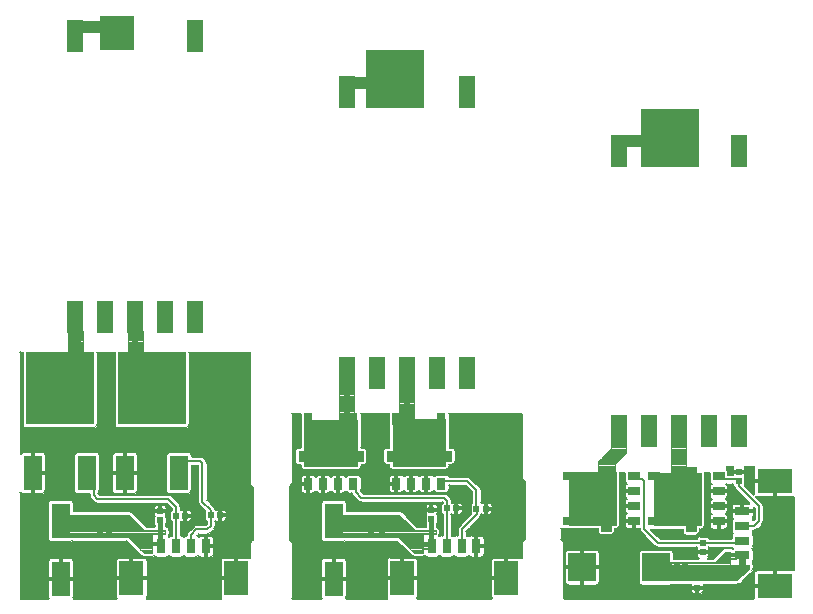
<source format=gbr>
%FSDAX33Y33*%
%MOMM*%
%SFA1.000B1.000*%

%MIA0B0*%
%IPPOS*%
%ADD130C,0.10008*%
%ADD131C,0.19990*%
%ADD132C,0.50013*%
%ADD133C,0.40005*%
%ADD134C,0.08992*%
%ADD135C,0.29997*%
%ADD136R,0.50012X0.50012*%
%ADD137C,0.59995*%
%ADD138R,1.59994X2.99999*%
%ADD139R,5.80009X6.19988*%
%ADD140R,0.80010X1.29997*%
%ADD141R,2.10007X2.99999*%
%ADD142R,1.40005X2.75006*%
%ADD143R,0.75006X1.00000*%
%ADD144R,4.99999X4.99999*%
%ADD145R,1.29997X0.80010*%
%ADD146R,2.99999X2.10007*%
%ADD147R,1.00000X0.75006*%
%ADD148R,2.99999X2.99999*%
%ADD149R,2.37007X2.43002*%
%ADD150C,1.00000*%
%LNCO*%
%LPD*%
G54D136*
X030838Y006900D03*
X030838Y007700D03*
X035938Y007310D03*
X035138Y007310D03*
X032988Y007300D03*
X032188Y007300D03*
X053819Y007003D03*
X053819Y007803D03*
X055944Y007898D03*
X055144Y007898D03*
X058441Y007893D03*
X057641Y007893D03*
X076338Y002000D03*
X076338Y001200D03*
X076788Y004200D03*
X076788Y005000D03*
X079833Y011018D03*
X079833Y010218D03*
G54D137*
X019738Y005500D03*
X019738Y001000D03*
X025238Y001000D03*
X027738Y003000D03*
X027738Y001000D03*
X022438Y001000D03*
X022438Y002900D03*
X027638Y009800D03*
X028288Y009800D03*
X020438Y009900D03*
X019688Y009900D03*
X025778Y005740D03*
X025778Y006400D03*
X026558Y005740D03*
X026558Y006400D03*
X026558Y007060D03*
X025778Y007060D03*
X029438Y007700D03*
X033438Y008500D03*
X037738Y006000D03*
X030738Y001000D03*
X034738Y001000D03*
X037738Y001000D03*
X037738Y003000D03*
X048538Y004300D03*
X045938Y009950D03*
X044688Y009950D03*
X043388Y009950D03*
X042338Y008600D03*
X042338Y004600D03*
X042338Y000600D03*
X048538Y000600D03*
X045538Y001000D03*
X045538Y002800D03*
X048738Y005740D03*
X048738Y006400D03*
X048738Y007060D03*
X034738Y004800D03*
X060738Y010000D03*
X060738Y005500D03*
X056438Y009200D03*
X052488Y007800D03*
X053388Y009950D03*
X052188Y009950D03*
X050888Y009950D03*
X050738Y003000D03*
X050738Y001000D03*
X053338Y000800D03*
X058138Y000800D03*
X060738Y001000D03*
X060738Y003000D03*
X065738Y005500D03*
X067738Y001000D03*
X065918Y002180D03*
X065918Y003640D03*
X049638Y006400D03*
X049638Y005740D03*
X049638Y007060D03*
X057638Y004750D03*
X069738Y002500D03*
X069738Y005000D03*
X083738Y008000D03*
X083738Y003500D03*
X079238Y001000D03*
X072238Y001000D03*
X078518Y005700D03*
X077838Y004340D03*
X074998Y004300D03*
X074298Y005760D03*
X079418Y009040D03*
X083858Y000840D03*
X081898Y000840D03*
X070818Y006820D03*
X070818Y008100D03*
X070818Y009380D03*
X078118Y006800D03*
X078118Y008060D03*
X078118Y009340D03*
X080158Y007660D03*
X075298Y002400D03*
X074638Y002400D03*
X073978Y002400D03*
X073978Y003060D03*
X074638Y003060D03*
X075298Y003060D03*
X022238Y010600D03*
X028288Y010900D03*
X027638Y010900D03*
X027638Y012000D03*
X028288Y012000D03*
X019688Y010900D03*
X020438Y010900D03*
X020438Y011950D03*
X019688Y011950D03*
X026598Y024400D03*
X025838Y024400D03*
X025838Y023740D03*
X026598Y023740D03*
X026598Y023080D03*
X025838Y023080D03*
X030038Y010700D03*
X034238Y015000D03*
X037738Y019500D03*
X037738Y012000D03*
X048838Y020000D03*
X048838Y019200D03*
X048838Y018400D03*
X056738Y011500D03*
X060738Y015000D03*
X049538Y019200D03*
X049538Y020000D03*
X049538Y018400D03*
X081938Y010580D03*
X083838Y010580D03*
X071838Y014740D03*
X071838Y014040D03*
X072598Y014740D03*
X072598Y014040D03*
X072598Y013360D03*
X071838Y013360D03*
X027238Y049200D03*
X026138Y049200D03*
X026138Y048200D03*
X027238Y048200D03*
X028338Y048200D03*
X027238Y047100D03*
X026138Y047100D03*
X028338Y047100D03*
X028338Y049200D03*
X048838Y042300D03*
X048838Y044300D03*
X048838Y046200D03*
X050738Y042300D03*
X050738Y046200D03*
X050738Y044300D03*
X052738Y044300D03*
X052738Y042300D03*
X052738Y046200D03*
X072138Y039400D03*
X073938Y039400D03*
X075938Y039400D03*
X075938Y037600D03*
X073938Y037600D03*
X072138Y037600D03*
X073938Y041200D03*
X075938Y041200D03*
X072138Y041200D03*
G54D138*
X032423Y010920D03*
X027853Y010920D03*
X024633Y010920D03*
X020063Y010920D03*
X022438Y006850D03*
X022438Y001950D03*
X045538Y006850D03*
X045538Y001950D03*
G54D139*
X030138Y018100D03*
X022348Y018100D03*
G54D140*
X030963Y004700D03*
X032213Y004700D03*
X033463Y004700D03*
X034713Y004700D03*
X053881Y004703D03*
X055131Y004703D03*
X056381Y004703D03*
X057631Y004703D03*
G54D141*
X037263Y001975D03*
X028413Y001975D03*
X060181Y001978D03*
X051331Y001978D03*
G54D142*
X023678Y024140D03*
X026218Y024140D03*
X028758Y024140D03*
X031298Y024140D03*
X033838Y024140D03*
X033838Y047890D03*
X023678Y047890D03*
X046653Y019375D03*
X049193Y019375D03*
X051733Y019375D03*
X054273Y019375D03*
X056813Y019375D03*
X056813Y043125D03*
X046653Y043125D03*
X069678Y014420D03*
X072218Y014420D03*
X074758Y014420D03*
X077298Y014420D03*
X079838Y014420D03*
X079838Y038170D03*
X069678Y038170D03*
G54D143*
X043399Y009978D03*
X044669Y009978D03*
X045939Y009978D03*
X047209Y009978D03*
X047209Y015473D03*
X043399Y015473D03*
X050863Y010005D03*
X052133Y010005D03*
X053403Y010005D03*
X054673Y010005D03*
X054673Y015500D03*
X050863Y015500D03*
G54D144*
X050738Y044300D03*
X074028Y039300D03*
G54D145*
X080148Y003915D03*
X080148Y005165D03*
X080148Y006415D03*
X080148Y007665D03*
G54D146*
X082873Y010215D03*
X082873Y001365D03*
G54D147*
X070943Y006835D03*
X070943Y008105D03*
X070943Y009375D03*
X070943Y010645D03*
X065448Y010645D03*
X065448Y006835D03*
X078133Y006805D03*
X078133Y008075D03*
X078133Y009345D03*
X078133Y010615D03*
X072638Y010615D03*
X072638Y006805D03*
G54D148*
X027238Y048190D03*
G54D149*
X066598Y002900D03*
X072838Y002900D03*
G54D130*
X047534Y015423D02*
G01X043074Y015423D01*
X043074Y011493D01*
X047534Y011493D01*
X047534Y015423D01*
X043104Y011493D02*
G01X043104Y015423D01*
X043154Y011493D02*
G01X043154Y015423D01*
X043204Y011493D02*
G01X043204Y015423D01*
X043254Y011493D02*
G01X043254Y015423D01*
X043304Y011493D02*
G01X043304Y015423D01*
X043354Y011493D02*
G01X043354Y015423D01*
X043404Y011493D02*
G01X043404Y015423D01*
X043454Y011493D02*
G01X043454Y015423D01*
X043504Y011493D02*
G01X043504Y015423D01*
X043554Y011493D02*
G01X043554Y015423D01*
X043604Y011493D02*
G01X043604Y015423D01*
X043654Y011493D02*
G01X043654Y015423D01*
X043704Y011493D02*
G01X043704Y015423D01*
X043754Y011493D02*
G01X043754Y015423D01*
X043804Y011493D02*
G01X043804Y015423D01*
X043854Y011493D02*
G01X043854Y015423D01*
X043904Y011493D02*
G01X043904Y015423D01*
X043954Y011493D02*
G01X043954Y015423D01*
X044004Y011493D02*
G01X044004Y015423D01*
X044054Y011493D02*
G01X044054Y015423D01*
X044104Y011493D02*
G01X044104Y015423D01*
X044154Y011493D02*
G01X044154Y015423D01*
X044204Y011493D02*
G01X044204Y015423D01*
X044254Y011493D02*
G01X044254Y015423D01*
X044304Y011493D02*
G01X044304Y015423D01*
X044354Y011493D02*
G01X044354Y015423D01*
X044404Y011493D02*
G01X044404Y015423D01*
X044454Y011493D02*
G01X044454Y015423D01*
X044504Y011493D02*
G01X044504Y015423D01*
X044554Y011493D02*
G01X044554Y015423D01*
X044604Y011493D02*
G01X044604Y015423D01*
X044654Y011493D02*
G01X044654Y015423D01*
X044704Y011493D02*
G01X044704Y015423D01*
X044754Y011493D02*
G01X044754Y015423D01*
X044804Y011493D02*
G01X044804Y015423D01*
X044854Y011493D02*
G01X044854Y015423D01*
X044904Y011493D02*
G01X044904Y015423D01*
X044954Y011493D02*
G01X044954Y015423D01*
X045004Y011493D02*
G01X045004Y015423D01*
X045054Y011493D02*
G01X045054Y015423D01*
X045104Y011493D02*
G01X045104Y015423D01*
X045154Y011493D02*
G01X045154Y015423D01*
X045204Y011493D02*
G01X045204Y015423D01*
X045254Y011493D02*
G01X045254Y015423D01*
X045304Y011493D02*
G01X045304Y015423D01*
X045354Y011493D02*
G01X045354Y015423D01*
X045404Y011493D02*
G01X045404Y015423D01*
X045454Y011493D02*
G01X045454Y015423D01*
X045504Y011493D02*
G01X045504Y015423D01*
X045554Y011493D02*
G01X045554Y015423D01*
X045604Y011493D02*
G01X045604Y015423D01*
X045654Y011493D02*
G01X045654Y015423D01*
X045704Y011493D02*
G01X045704Y015423D01*
X045754Y011493D02*
G01X045754Y015423D01*
X045804Y011493D02*
G01X045804Y015423D01*
X045854Y011493D02*
G01X045854Y015423D01*
X045904Y011493D02*
G01X045904Y015423D01*
X045954Y011493D02*
G01X045954Y015423D01*
X046004Y011493D02*
G01X046004Y015423D01*
X046054Y011493D02*
G01X046054Y015423D01*
X046104Y011493D02*
G01X046104Y015423D01*
X046154Y011493D02*
G01X046154Y015423D01*
X046204Y011493D02*
G01X046204Y015423D01*
X046254Y011493D02*
G01X046254Y015423D01*
X046304Y011493D02*
G01X046304Y015423D01*
X046354Y011493D02*
G01X046354Y015423D01*
X046404Y011493D02*
G01X046404Y015423D01*
X046454Y011493D02*
G01X046454Y015423D01*
X046504Y011493D02*
G01X046504Y015423D01*
X046554Y011493D02*
G01X046554Y015423D01*
X046604Y011493D02*
G01X046604Y015423D01*
X046654Y011493D02*
G01X046654Y015423D01*
X046704Y011493D02*
G01X046704Y015423D01*
X046754Y011493D02*
G01X046754Y015423D01*
X046804Y011493D02*
G01X046804Y015423D01*
X046854Y011493D02*
G01X046854Y015423D01*
X046904Y011493D02*
G01X046904Y015423D01*
X046954Y011493D02*
G01X046954Y015423D01*
X047004Y011493D02*
G01X047004Y015423D01*
X047054Y011493D02*
G01X047054Y015423D01*
X047104Y011493D02*
G01X047104Y015423D01*
X047154Y011493D02*
G01X047154Y015423D01*
X047204Y011493D02*
G01X047204Y015423D01*
X047254Y011493D02*
G01X047254Y015423D01*
X047304Y011493D02*
G01X047304Y015423D01*
X047354Y011493D02*
G01X047354Y015423D01*
X047404Y011493D02*
G01X047404Y015423D01*
X047454Y011493D02*
G01X047454Y015423D01*
X047504Y011493D02*
G01X047504Y015423D01*
X048029Y012723D02*
G01X042579Y012723D01*
X042579Y011918D01*
X048029Y011918D01*
X048029Y012723D01*
X042604Y011918D02*
G01X042604Y012723D01*
X042654Y011918D02*
G01X042654Y012723D01*
X042704Y011918D02*
G01X042704Y012723D01*
X042754Y011918D02*
G01X042754Y012723D01*
X042804Y011918D02*
G01X042804Y012723D01*
X042854Y011918D02*
G01X042854Y012723D01*
X042904Y011918D02*
G01X042904Y012723D01*
X042954Y011918D02*
G01X042954Y012723D01*
X043004Y011918D02*
G01X043004Y012723D01*
X043054Y011918D02*
G01X043054Y012723D01*
X043104Y011918D02*
G01X043104Y012723D01*
X043154Y011918D02*
G01X043154Y012723D01*
X043204Y011918D02*
G01X043204Y012723D01*
X043254Y011918D02*
G01X043254Y012723D01*
X043304Y011918D02*
G01X043304Y012723D01*
X043354Y011918D02*
G01X043354Y012723D01*
X043404Y011918D02*
G01X043404Y012723D01*
X043454Y011918D02*
G01X043454Y012723D01*
X043504Y011918D02*
G01X043504Y012723D01*
X043554Y011918D02*
G01X043554Y012723D01*
X043604Y011918D02*
G01X043604Y012723D01*
X043654Y011918D02*
G01X043654Y012723D01*
X043704Y011918D02*
G01X043704Y012723D01*
X043754Y011918D02*
G01X043754Y012723D01*
X043804Y011918D02*
G01X043804Y012723D01*
X043854Y011918D02*
G01X043854Y012723D01*
X043904Y011918D02*
G01X043904Y012723D01*
X043954Y011918D02*
G01X043954Y012723D01*
X044004Y011918D02*
G01X044004Y012723D01*
X044054Y011918D02*
G01X044054Y012723D01*
X044104Y011918D02*
G01X044104Y012723D01*
X044154Y011918D02*
G01X044154Y012723D01*
X044204Y011918D02*
G01X044204Y012723D01*
X044254Y011918D02*
G01X044254Y012723D01*
X044304Y011918D02*
G01X044304Y012723D01*
X044354Y011918D02*
G01X044354Y012723D01*
X044404Y011918D02*
G01X044404Y012723D01*
X044454Y011918D02*
G01X044454Y012723D01*
X044504Y011918D02*
G01X044504Y012723D01*
X044554Y011918D02*
G01X044554Y012723D01*
X044604Y011918D02*
G01X044604Y012723D01*
X044654Y011918D02*
G01X044654Y012723D01*
X044704Y011918D02*
G01X044704Y012723D01*
X044754Y011918D02*
G01X044754Y012723D01*
X044804Y011918D02*
G01X044804Y012723D01*
X044854Y011918D02*
G01X044854Y012723D01*
X044904Y011918D02*
G01X044904Y012723D01*
X044954Y011918D02*
G01X044954Y012723D01*
X045004Y011918D02*
G01X045004Y012723D01*
X045054Y011918D02*
G01X045054Y012723D01*
X045104Y011918D02*
G01X045104Y012723D01*
X045154Y011918D02*
G01X045154Y012723D01*
X045204Y011918D02*
G01X045204Y012723D01*
X045254Y011918D02*
G01X045254Y012723D01*
X045304Y011918D02*
G01X045304Y012723D01*
X045354Y011918D02*
G01X045354Y012723D01*
X045404Y011918D02*
G01X045404Y012723D01*
X045454Y011918D02*
G01X045454Y012723D01*
X045504Y011918D02*
G01X045504Y012723D01*
X045554Y011918D02*
G01X045554Y012723D01*
X045604Y011918D02*
G01X045604Y012723D01*
X045654Y011918D02*
G01X045654Y012723D01*
X045704Y011918D02*
G01X045704Y012723D01*
X045754Y011918D02*
G01X045754Y012723D01*
X045804Y011918D02*
G01X045804Y012723D01*
X045854Y011918D02*
G01X045854Y012723D01*
X045904Y011918D02*
G01X045904Y012723D01*
X045954Y011918D02*
G01X045954Y012723D01*
X046004Y011918D02*
G01X046004Y012723D01*
X046054Y011918D02*
G01X046054Y012723D01*
X046104Y011918D02*
G01X046104Y012723D01*
X046154Y011918D02*
G01X046154Y012723D01*
X046204Y011918D02*
G01X046204Y012723D01*
X046254Y011918D02*
G01X046254Y012723D01*
X046304Y011918D02*
G01X046304Y012723D01*
X046354Y011918D02*
G01X046354Y012723D01*
X046404Y011918D02*
G01X046404Y012723D01*
X046454Y011918D02*
G01X046454Y012723D01*
X046504Y011918D02*
G01X046504Y012723D01*
X046554Y011918D02*
G01X046554Y012723D01*
X046604Y011918D02*
G01X046604Y012723D01*
X046654Y011918D02*
G01X046654Y012723D01*
X046704Y011918D02*
G01X046704Y012723D01*
X046754Y011918D02*
G01X046754Y012723D01*
X046804Y011918D02*
G01X046804Y012723D01*
X046854Y011918D02*
G01X046854Y012723D01*
X046904Y011918D02*
G01X046904Y012723D01*
X046954Y011918D02*
G01X046954Y012723D01*
X047004Y011918D02*
G01X047004Y012723D01*
X047054Y011918D02*
G01X047054Y012723D01*
X047104Y011918D02*
G01X047104Y012723D01*
X047154Y011918D02*
G01X047154Y012723D01*
X047204Y011918D02*
G01X047204Y012723D01*
X047254Y011918D02*
G01X047254Y012723D01*
X047304Y011918D02*
G01X047304Y012723D01*
X047354Y011918D02*
G01X047354Y012723D01*
X047404Y011918D02*
G01X047404Y012723D01*
X047454Y011918D02*
G01X047454Y012723D01*
X047504Y011918D02*
G01X047504Y012723D01*
X047554Y011918D02*
G01X047554Y012723D01*
X047604Y011918D02*
G01X047604Y012723D01*
X047654Y011918D02*
G01X047654Y012723D01*
X047704Y011918D02*
G01X047704Y012723D01*
X047754Y011918D02*
G01X047754Y012723D01*
X047804Y011918D02*
G01X047804Y012723D01*
X047854Y011918D02*
G01X047854Y012723D01*
X047904Y011918D02*
G01X047904Y012723D01*
X047954Y011918D02*
G01X047954Y012723D01*
X048004Y011918D02*
G01X048004Y012723D01*
X054998Y015450D02*
G01X050538Y015450D01*
X050538Y011520D01*
X054998Y011520D01*
X054998Y015450D01*
X050568Y011520D02*
G01X050568Y015450D01*
X050618Y011520D02*
G01X050618Y015450D01*
X050668Y011520D02*
G01X050668Y015450D01*
X050718Y011520D02*
G01X050718Y015450D01*
X050768Y011520D02*
G01X050768Y015450D01*
X050818Y011520D02*
G01X050818Y015450D01*
X050868Y011520D02*
G01X050868Y015450D01*
X050918Y011520D02*
G01X050918Y015450D01*
X050968Y011520D02*
G01X050968Y015450D01*
X051018Y011520D02*
G01X051018Y015450D01*
X051068Y011520D02*
G01X051068Y015450D01*
X051118Y011520D02*
G01X051118Y015450D01*
X051168Y011520D02*
G01X051168Y015450D01*
X051218Y011520D02*
G01X051218Y015450D01*
X051268Y011520D02*
G01X051268Y015450D01*
X051318Y011520D02*
G01X051318Y015450D01*
X051368Y011520D02*
G01X051368Y015450D01*
X051418Y011520D02*
G01X051418Y015450D01*
X051468Y011520D02*
G01X051468Y015450D01*
X051518Y011520D02*
G01X051518Y015450D01*
X051568Y011520D02*
G01X051568Y015450D01*
X051618Y011520D02*
G01X051618Y015450D01*
X051668Y011520D02*
G01X051668Y015450D01*
X051718Y011520D02*
G01X051718Y015450D01*
X051768Y011520D02*
G01X051768Y015450D01*
X051818Y011520D02*
G01X051818Y015450D01*
X051868Y011520D02*
G01X051868Y015450D01*
X051918Y011520D02*
G01X051918Y015450D01*
X051968Y011520D02*
G01X051968Y015450D01*
X052018Y011520D02*
G01X052018Y015450D01*
X052068Y011520D02*
G01X052068Y015450D01*
X052118Y011520D02*
G01X052118Y015450D01*
X052168Y011520D02*
G01X052168Y015450D01*
X052218Y011520D02*
G01X052218Y015450D01*
X052268Y011520D02*
G01X052268Y015450D01*
X052318Y011520D02*
G01X052318Y015450D01*
X052368Y011520D02*
G01X052368Y015450D01*
X052418Y011520D02*
G01X052418Y015450D01*
X052468Y011520D02*
G01X052468Y015450D01*
X052518Y011520D02*
G01X052518Y015450D01*
X052568Y011520D02*
G01X052568Y015450D01*
X052618Y011520D02*
G01X052618Y015450D01*
X052668Y011520D02*
G01X052668Y015450D01*
X052718Y011520D02*
G01X052718Y015450D01*
X052768Y011520D02*
G01X052768Y015450D01*
X052818Y011520D02*
G01X052818Y015450D01*
X052868Y011520D02*
G01X052868Y015450D01*
X052918Y011520D02*
G01X052918Y015450D01*
X052968Y011520D02*
G01X052968Y015450D01*
X053018Y011520D02*
G01X053018Y015450D01*
X053068Y011520D02*
G01X053068Y015450D01*
X053118Y011520D02*
G01X053118Y015450D01*
X053168Y011520D02*
G01X053168Y015450D01*
X053218Y011520D02*
G01X053218Y015450D01*
X053268Y011520D02*
G01X053268Y015450D01*
X053318Y011520D02*
G01X053318Y015450D01*
X053368Y011520D02*
G01X053368Y015450D01*
X053418Y011520D02*
G01X053418Y015450D01*
X053468Y011520D02*
G01X053468Y015450D01*
X053518Y011520D02*
G01X053518Y015450D01*
X053568Y011520D02*
G01X053568Y015450D01*
X053618Y011520D02*
G01X053618Y015450D01*
X053668Y011520D02*
G01X053668Y015450D01*
X053718Y011520D02*
G01X053718Y015450D01*
X053768Y011520D02*
G01X053768Y015450D01*
X053818Y011520D02*
G01X053818Y015450D01*
X053868Y011520D02*
G01X053868Y015450D01*
X053918Y011520D02*
G01X053918Y015450D01*
X053968Y011520D02*
G01X053968Y015450D01*
X054018Y011520D02*
G01X054018Y015450D01*
X054068Y011520D02*
G01X054068Y015450D01*
X054118Y011520D02*
G01X054118Y015450D01*
X054168Y011520D02*
G01X054168Y015450D01*
X054218Y011520D02*
G01X054218Y015450D01*
X054268Y011520D02*
G01X054268Y015450D01*
X054318Y011520D02*
G01X054318Y015450D01*
X054368Y011520D02*
G01X054368Y015450D01*
X054418Y011520D02*
G01X054418Y015450D01*
X054468Y011520D02*
G01X054468Y015450D01*
X054518Y011520D02*
G01X054518Y015450D01*
X054568Y011520D02*
G01X054568Y015450D01*
X054618Y011520D02*
G01X054618Y015450D01*
X054668Y011520D02*
G01X054668Y015450D01*
X054718Y011520D02*
G01X054718Y015450D01*
X054768Y011520D02*
G01X054768Y015450D01*
X054818Y011520D02*
G01X054818Y015450D01*
X054868Y011520D02*
G01X054868Y015450D01*
X054918Y011520D02*
G01X054918Y015450D01*
X054968Y011520D02*
G01X054968Y015450D01*
X055493Y012750D02*
G01X050043Y012750D01*
X050043Y011945D01*
X055493Y011945D01*
X055493Y012750D01*
X050068Y011945D02*
G01X050068Y012750D01*
X050118Y011945D02*
G01X050118Y012750D01*
X050168Y011945D02*
G01X050168Y012750D01*
X050218Y011945D02*
G01X050218Y012750D01*
X050268Y011945D02*
G01X050268Y012750D01*
X050318Y011945D02*
G01X050318Y012750D01*
X050368Y011945D02*
G01X050368Y012750D01*
X050418Y011945D02*
G01X050418Y012750D01*
X050468Y011945D02*
G01X050468Y012750D01*
X050518Y011945D02*
G01X050518Y012750D01*
X050568Y011945D02*
G01X050568Y012750D01*
X050618Y011945D02*
G01X050618Y012750D01*
X050668Y011945D02*
G01X050668Y012750D01*
X050718Y011945D02*
G01X050718Y012750D01*
X050768Y011945D02*
G01X050768Y012750D01*
X050818Y011945D02*
G01X050818Y012750D01*
X050868Y011945D02*
G01X050868Y012750D01*
X050918Y011945D02*
G01X050918Y012750D01*
X050968Y011945D02*
G01X050968Y012750D01*
X051018Y011945D02*
G01X051018Y012750D01*
X051068Y011945D02*
G01X051068Y012750D01*
X051118Y011945D02*
G01X051118Y012750D01*
X051168Y011945D02*
G01X051168Y012750D01*
X051218Y011945D02*
G01X051218Y012750D01*
X051268Y011945D02*
G01X051268Y012750D01*
X051318Y011945D02*
G01X051318Y012750D01*
X051368Y011945D02*
G01X051368Y012750D01*
X051418Y011945D02*
G01X051418Y012750D01*
X051468Y011945D02*
G01X051468Y012750D01*
X051518Y011945D02*
G01X051518Y012750D01*
X051568Y011945D02*
G01X051568Y012750D01*
X051618Y011945D02*
G01X051618Y012750D01*
X051668Y011945D02*
G01X051668Y012750D01*
X051718Y011945D02*
G01X051718Y012750D01*
X051768Y011945D02*
G01X051768Y012750D01*
X051818Y011945D02*
G01X051818Y012750D01*
X051868Y011945D02*
G01X051868Y012750D01*
X051918Y011945D02*
G01X051918Y012750D01*
X051968Y011945D02*
G01X051968Y012750D01*
X052018Y011945D02*
G01X052018Y012750D01*
X052068Y011945D02*
G01X052068Y012750D01*
X052118Y011945D02*
G01X052118Y012750D01*
X052168Y011945D02*
G01X052168Y012750D01*
X052218Y011945D02*
G01X052218Y012750D01*
X052268Y011945D02*
G01X052268Y012750D01*
X052318Y011945D02*
G01X052318Y012750D01*
X052368Y011945D02*
G01X052368Y012750D01*
X052418Y011945D02*
G01X052418Y012750D01*
X052468Y011945D02*
G01X052468Y012750D01*
X052518Y011945D02*
G01X052518Y012750D01*
X052568Y011945D02*
G01X052568Y012750D01*
X052618Y011945D02*
G01X052618Y012750D01*
X052668Y011945D02*
G01X052668Y012750D01*
X052718Y011945D02*
G01X052718Y012750D01*
X052768Y011945D02*
G01X052768Y012750D01*
X052818Y011945D02*
G01X052818Y012750D01*
X052868Y011945D02*
G01X052868Y012750D01*
X052918Y011945D02*
G01X052918Y012750D01*
X052968Y011945D02*
G01X052968Y012750D01*
X053018Y011945D02*
G01X053018Y012750D01*
X053068Y011945D02*
G01X053068Y012750D01*
X053118Y011945D02*
G01X053118Y012750D01*
X053168Y011945D02*
G01X053168Y012750D01*
X053218Y011945D02*
G01X053218Y012750D01*
X053268Y011945D02*
G01X053268Y012750D01*
X053318Y011945D02*
G01X053318Y012750D01*
X053368Y011945D02*
G01X053368Y012750D01*
X053418Y011945D02*
G01X053418Y012750D01*
X053468Y011945D02*
G01X053468Y012750D01*
X053518Y011945D02*
G01X053518Y012750D01*
X053568Y011945D02*
G01X053568Y012750D01*
X053618Y011945D02*
G01X053618Y012750D01*
X053668Y011945D02*
G01X053668Y012750D01*
X053718Y011945D02*
G01X053718Y012750D01*
X053768Y011945D02*
G01X053768Y012750D01*
X053818Y011945D02*
G01X053818Y012750D01*
X053868Y011945D02*
G01X053868Y012750D01*
X053918Y011945D02*
G01X053918Y012750D01*
X053968Y011945D02*
G01X053968Y012750D01*
X054018Y011945D02*
G01X054018Y012750D01*
X054068Y011945D02*
G01X054068Y012750D01*
X054118Y011945D02*
G01X054118Y012750D01*
X054168Y011945D02*
G01X054168Y012750D01*
X054218Y011945D02*
G01X054218Y012750D01*
X054268Y011945D02*
G01X054268Y012750D01*
X054318Y011945D02*
G01X054318Y012750D01*
X054368Y011945D02*
G01X054368Y012750D01*
X054418Y011945D02*
G01X054418Y012750D01*
X054468Y011945D02*
G01X054468Y012750D01*
X054518Y011945D02*
G01X054518Y012750D01*
X054568Y011945D02*
G01X054568Y012750D01*
X054618Y011945D02*
G01X054618Y012750D01*
X054668Y011945D02*
G01X054668Y012750D01*
X054718Y011945D02*
G01X054718Y012750D01*
X054768Y011945D02*
G01X054768Y012750D01*
X054818Y011945D02*
G01X054818Y012750D01*
X054868Y011945D02*
G01X054868Y012750D01*
X054918Y011945D02*
G01X054918Y012750D01*
X054968Y011945D02*
G01X054968Y012750D01*
X055018Y011945D02*
G01X055018Y012750D01*
X055068Y011945D02*
G01X055068Y012750D01*
X055118Y011945D02*
G01X055118Y012750D01*
X055168Y011945D02*
G01X055168Y012750D01*
X055218Y011945D02*
G01X055218Y012750D01*
X055268Y011945D02*
G01X055268Y012750D01*
X055318Y011945D02*
G01X055318Y012750D01*
X055368Y011945D02*
G01X055368Y012750D01*
X055418Y011945D02*
G01X055418Y012750D01*
X055468Y011945D02*
G01X055468Y012750D01*
X065498Y010970D02*
G01X065498Y006510D01*
X069428Y006510D01*
X069428Y010970D01*
X065498Y010970D01*
X065498Y006510D02*
G01X065498Y010970D01*
X065548Y006510D02*
G01X065548Y010970D01*
X065598Y006510D02*
G01X065598Y010970D01*
X065648Y006510D02*
G01X065648Y010970D01*
X065698Y006510D02*
G01X065698Y010970D01*
X065748Y006510D02*
G01X065748Y010970D01*
X065798Y006510D02*
G01X065798Y010970D01*
X065848Y006510D02*
G01X065848Y010970D01*
X065898Y006510D02*
G01X065898Y010970D01*
X065948Y006510D02*
G01X065948Y010970D01*
X065998Y006510D02*
G01X065998Y010970D01*
X066048Y006510D02*
G01X066048Y010970D01*
X066098Y006510D02*
G01X066098Y010970D01*
X066148Y006510D02*
G01X066148Y010970D01*
X066198Y006510D02*
G01X066198Y010970D01*
X066248Y006510D02*
G01X066248Y010970D01*
X066298Y006510D02*
G01X066298Y010970D01*
X066348Y006510D02*
G01X066348Y010970D01*
X066398Y006510D02*
G01X066398Y010970D01*
X066448Y006510D02*
G01X066448Y010970D01*
X066498Y006510D02*
G01X066498Y010970D01*
X066548Y006510D02*
G01X066548Y010970D01*
X066598Y006510D02*
G01X066598Y010970D01*
X066648Y006510D02*
G01X066648Y010970D01*
X066698Y006510D02*
G01X066698Y010970D01*
X066748Y006510D02*
G01X066748Y010970D01*
X066798Y006510D02*
G01X066798Y010970D01*
X066848Y006510D02*
G01X066848Y010970D01*
X066898Y006510D02*
G01X066898Y010970D01*
X066948Y006510D02*
G01X066948Y010970D01*
X066998Y006510D02*
G01X066998Y010970D01*
X067048Y006510D02*
G01X067048Y010970D01*
X067098Y006510D02*
G01X067098Y010970D01*
X067148Y006510D02*
G01X067148Y010970D01*
X067198Y006510D02*
G01X067198Y010970D01*
X067248Y006510D02*
G01X067248Y010970D01*
X067298Y006510D02*
G01X067298Y010970D01*
X067348Y006510D02*
G01X067348Y010970D01*
X067398Y006510D02*
G01X067398Y010970D01*
X067448Y006510D02*
G01X067448Y010970D01*
X067498Y006510D02*
G01X067498Y010970D01*
X067548Y006510D02*
G01X067548Y010970D01*
X067598Y006510D02*
G01X067598Y010970D01*
X067648Y006510D02*
G01X067648Y010970D01*
X067698Y006510D02*
G01X067698Y010970D01*
X067748Y006510D02*
G01X067748Y010970D01*
X067798Y006510D02*
G01X067798Y010970D01*
X067848Y006510D02*
G01X067848Y010970D01*
X067898Y006510D02*
G01X067898Y010970D01*
X067948Y006510D02*
G01X067948Y010970D01*
X067998Y006510D02*
G01X067998Y010970D01*
X068048Y006510D02*
G01X068048Y010970D01*
X068098Y006510D02*
G01X068098Y010970D01*
X068148Y006510D02*
G01X068148Y010970D01*
X068198Y006510D02*
G01X068198Y010970D01*
X068248Y006510D02*
G01X068248Y010970D01*
X068298Y006510D02*
G01X068298Y010970D01*
X068348Y006510D02*
G01X068348Y010970D01*
X068398Y006510D02*
G01X068398Y010970D01*
X068448Y006510D02*
G01X068448Y010970D01*
X068498Y006510D02*
G01X068498Y010970D01*
X068548Y006510D02*
G01X068548Y010970D01*
X068598Y006510D02*
G01X068598Y010970D01*
X068648Y006510D02*
G01X068648Y010970D01*
X068698Y006510D02*
G01X068698Y010970D01*
X068748Y006510D02*
G01X068748Y010970D01*
X068798Y006510D02*
G01X068798Y010970D01*
X068848Y006510D02*
G01X068848Y010970D01*
X068898Y006510D02*
G01X068898Y010970D01*
X068948Y006510D02*
G01X068948Y010970D01*
X068998Y006510D02*
G01X068998Y010970D01*
X069048Y006510D02*
G01X069048Y010970D01*
X069098Y006510D02*
G01X069098Y010970D01*
X069148Y006510D02*
G01X069148Y010970D01*
X069198Y006510D02*
G01X069198Y010970D01*
X069248Y006510D02*
G01X069248Y010970D01*
X069298Y006510D02*
G01X069298Y010970D01*
X069348Y006510D02*
G01X069348Y010970D01*
X069398Y006510D02*
G01X069398Y010970D01*
X068198Y011465D02*
G01X068198Y006015D01*
X069003Y006015D01*
X069003Y011465D01*
X068198Y011465D01*
X068198Y006015D02*
G01X068198Y011465D01*
X068248Y006015D02*
G01X068248Y011465D01*
X068298Y006015D02*
G01X068298Y011465D01*
X068348Y006015D02*
G01X068348Y011465D01*
X068398Y006015D02*
G01X068398Y011465D01*
X068448Y006015D02*
G01X068448Y011465D01*
X068498Y006015D02*
G01X068498Y011465D01*
X068548Y006015D02*
G01X068548Y011465D01*
X068598Y006015D02*
G01X068598Y011465D01*
X068648Y006015D02*
G01X068648Y011465D01*
X068698Y006015D02*
G01X068698Y011465D01*
X068748Y006015D02*
G01X068748Y011465D01*
X068798Y006015D02*
G01X068798Y011465D01*
X068848Y006015D02*
G01X068848Y011465D01*
X068898Y006015D02*
G01X068898Y011465D01*
X068948Y006015D02*
G01X068948Y011465D01*
X068998Y006015D02*
G01X068998Y011465D01*
X072688Y010940D02*
G01X072688Y006480D01*
X076618Y006480D01*
X076618Y010940D01*
X072688Y010940D01*
X072688Y006480D02*
G01X072688Y010940D01*
X072738Y006480D02*
G01X072738Y010940D01*
X072788Y006480D02*
G01X072788Y010940D01*
X072838Y006480D02*
G01X072838Y010940D01*
X072888Y006480D02*
G01X072888Y010940D01*
X072938Y006480D02*
G01X072938Y010940D01*
X072988Y006480D02*
G01X072988Y010940D01*
X073038Y006480D02*
G01X073038Y010940D01*
X073088Y006480D02*
G01X073088Y010940D01*
X073138Y006480D02*
G01X073138Y010940D01*
X073188Y006480D02*
G01X073188Y010940D01*
X073238Y006480D02*
G01X073238Y010940D01*
X073288Y006480D02*
G01X073288Y010940D01*
X073338Y006480D02*
G01X073338Y010940D01*
X073388Y006480D02*
G01X073388Y010940D01*
X073438Y006480D02*
G01X073438Y010940D01*
X073488Y006480D02*
G01X073488Y010940D01*
X073538Y006480D02*
G01X073538Y010940D01*
X073588Y006480D02*
G01X073588Y010940D01*
X073638Y006480D02*
G01X073638Y010940D01*
X073688Y006480D02*
G01X073688Y010940D01*
X073738Y006480D02*
G01X073738Y010940D01*
X073788Y006480D02*
G01X073788Y010940D01*
X073838Y006480D02*
G01X073838Y010940D01*
X073888Y006480D02*
G01X073888Y010940D01*
X073938Y006480D02*
G01X073938Y010940D01*
X073988Y006480D02*
G01X073988Y010940D01*
X074038Y006480D02*
G01X074038Y010940D01*
X074088Y006480D02*
G01X074088Y010940D01*
X074138Y006480D02*
G01X074138Y010940D01*
X074188Y006480D02*
G01X074188Y010940D01*
X074238Y006480D02*
G01X074238Y010940D01*
X074288Y006480D02*
G01X074288Y010940D01*
X074338Y006480D02*
G01X074338Y010940D01*
X074388Y006480D02*
G01X074388Y010940D01*
X074438Y006480D02*
G01X074438Y010940D01*
X074488Y006480D02*
G01X074488Y010940D01*
X074538Y006480D02*
G01X074538Y010940D01*
X074588Y006480D02*
G01X074588Y010940D01*
X074638Y006480D02*
G01X074638Y010940D01*
X074688Y006480D02*
G01X074688Y010940D01*
X074738Y006480D02*
G01X074738Y010940D01*
X074788Y006480D02*
G01X074788Y010940D01*
X074838Y006480D02*
G01X074838Y010940D01*
X074888Y006480D02*
G01X074888Y010940D01*
X074938Y006480D02*
G01X074938Y010940D01*
X074988Y006480D02*
G01X074988Y010940D01*
X075038Y006480D02*
G01X075038Y010940D01*
X075088Y006480D02*
G01X075088Y010940D01*
X075138Y006480D02*
G01X075138Y010940D01*
X075188Y006480D02*
G01X075188Y010940D01*
X075238Y006480D02*
G01X075238Y010940D01*
X075288Y006480D02*
G01X075288Y010940D01*
X075338Y006480D02*
G01X075338Y010940D01*
X075388Y006480D02*
G01X075388Y010940D01*
X075438Y006480D02*
G01X075438Y010940D01*
X075488Y006480D02*
G01X075488Y010940D01*
X075538Y006480D02*
G01X075538Y010940D01*
X075588Y006480D02*
G01X075588Y010940D01*
X075638Y006480D02*
G01X075638Y010940D01*
X075688Y006480D02*
G01X075688Y010940D01*
X075738Y006480D02*
G01X075738Y010940D01*
X075788Y006480D02*
G01X075788Y010940D01*
X075838Y006480D02*
G01X075838Y010940D01*
X075888Y006480D02*
G01X075888Y010940D01*
X075938Y006480D02*
G01X075938Y010940D01*
X075988Y006480D02*
G01X075988Y010940D01*
X076038Y006480D02*
G01X076038Y010940D01*
X076088Y006480D02*
G01X076088Y010940D01*
X076138Y006480D02*
G01X076138Y010940D01*
X076188Y006480D02*
G01X076188Y010940D01*
X076238Y006480D02*
G01X076238Y010940D01*
X076288Y006480D02*
G01X076288Y010940D01*
X076338Y006480D02*
G01X076338Y010940D01*
X076388Y006480D02*
G01X076388Y010940D01*
X076438Y006480D02*
G01X076438Y010940D01*
X076488Y006480D02*
G01X076488Y010940D01*
X076538Y006480D02*
G01X076538Y010940D01*
X076588Y006480D02*
G01X076588Y010940D01*
X075388Y011435D02*
G01X075388Y005985D01*
X076193Y005985D01*
X076193Y011435D01*
X075388Y011435D01*
X075388Y005985D02*
G01X075388Y011435D01*
X075438Y005985D02*
G01X075438Y011435D01*
X075488Y005985D02*
G01X075488Y011435D01*
X075538Y005985D02*
G01X075538Y011435D01*
X075588Y005985D02*
G01X075588Y011435D01*
X075638Y005985D02*
G01X075638Y011435D01*
X075688Y005985D02*
G01X075688Y011435D01*
X075738Y005985D02*
G01X075738Y011435D01*
X075788Y005985D02*
G01X075788Y011435D01*
X075838Y005985D02*
G01X075838Y011435D01*
X075888Y005985D02*
G01X075888Y011435D01*
X075938Y005985D02*
G01X075938Y011435D01*
X075988Y005985D02*
G01X075988Y011435D01*
X076038Y005985D02*
G01X076038Y011435D01*
X076088Y005985D02*
G01X076088Y011435D01*
X076138Y005985D02*
G01X076138Y011435D01*
X076188Y005985D02*
G01X076188Y011435D01*
X079138Y004250D02*
G01X078709Y004250D01*
X077809Y003350D01*
X073688Y003350D01*
X073688Y001800D01*
X079717Y001800D01*
X080738Y002821D01*
X080738Y003150D01*
X079138Y003150D01*
X079138Y004250D01*
X079088Y004150D02*
G01X079638Y004150D01*
X079638Y003650D01*
X079088Y003650D01*
X079088Y004150D01*
X079888Y003100D02*
G01X079888Y003650D01*
X080388Y003650D01*
X080388Y003100D01*
X079888Y003100D01*
X054188Y005750D02*
G01X053088Y005750D01*
X053088Y004150D01*
X052359Y004150D01*
X051059Y005450D01*
X046188Y005450D01*
X046188Y007350D01*
X051117Y007350D01*
X052417Y006050D01*
X054188Y006050D01*
X054188Y005750D01*
X053038Y004500D02*
G01X053038Y005050D01*
X053538Y005050D01*
X053538Y004500D01*
X053038Y004500D01*
X046008Y018110D02*
G01X047268Y018110D01*
X047268Y015210D01*
X046008Y015210D01*
X046008Y018110D01*
X051108Y018150D02*
G01X052368Y018150D01*
X052368Y015250D01*
X051108Y015250D01*
X051108Y018150D01*
X023048Y022950D02*
G01X024308Y022950D01*
X024308Y020050D01*
X023048Y020050D01*
X023048Y022950D01*
X028128Y022950D02*
G01X029388Y022950D01*
X029388Y020050D01*
X028128Y020050D01*
X028128Y022950D01*
X031288Y005750D02*
G01X030188Y005750D01*
X030188Y004150D01*
X029459Y004150D01*
X028139Y005470D01*
X022988Y005470D01*
X022988Y007350D01*
X028217Y007350D01*
X029517Y006050D01*
X031288Y006050D01*
X031288Y005750D01*
X074128Y013350D02*
G01X075388Y013350D01*
X075388Y010450D01*
X074128Y010450D01*
X074128Y013350D01*
X070318Y013210D02*
G01X069048Y013210D01*
X069048Y012979D01*
X067938Y011869D01*
X067938Y010900D01*
X069348Y010900D01*
X069348Y011621D01*
X070318Y012591D01*
X070318Y013210D01*
X073688Y003150D02*
G01X080738Y003150D01*
X073688Y003060D02*
G01X080738Y003060D01*
X073688Y002970D02*
G01X080738Y002970D01*
X073688Y002880D02*
G01X080738Y002880D01*
X073688Y002790D02*
G01X080707Y002790D01*
X073688Y002700D02*
G01X080617Y002700D01*
X073688Y002610D02*
G01X080527Y002610D01*
X073688Y002520D02*
G01X080437Y002520D01*
X073688Y002430D02*
G01X080347Y002430D01*
X073688Y002340D02*
G01X080257Y002340D01*
X073688Y002250D02*
G01X080167Y002250D01*
X073688Y002160D02*
G01X080077Y002160D01*
X073688Y002070D02*
G01X079987Y002070D01*
X073688Y001980D02*
G01X079897Y001980D01*
X073688Y001890D02*
G01X079807Y001890D01*
X078688Y004230D02*
G01X079138Y004230D01*
X078598Y004140D02*
G01X079138Y004140D01*
X078508Y004050D02*
G01X079138Y004050D01*
X078418Y003960D02*
G01X079138Y003960D01*
X078328Y003870D02*
G01X079138Y003870D01*
X078238Y003780D02*
G01X079138Y003780D01*
X078148Y003690D02*
G01X079138Y003690D01*
X078058Y003600D02*
G01X079138Y003600D01*
X077968Y003510D02*
G01X079138Y003510D01*
X077878Y003420D02*
G01X079138Y003420D01*
X073688Y003330D02*
G01X079138Y003330D01*
X073688Y003240D02*
G01X079138Y003240D01*
X079088Y004100D02*
G01X079638Y004100D01*
X079088Y004010D02*
G01X079638Y004010D01*
X079088Y003920D02*
G01X079638Y003920D01*
X079088Y003830D02*
G01X079638Y003830D01*
X079088Y003740D02*
G01X079638Y003740D01*
X079888Y003640D02*
G01X080388Y003640D01*
X079888Y003550D02*
G01X080388Y003550D01*
X079888Y003460D02*
G01X080388Y003460D01*
X079888Y003370D02*
G01X080388Y003370D01*
X079888Y003280D02*
G01X080388Y003280D01*
X079888Y003190D02*
G01X080388Y003190D01*
X046188Y006040D02*
G01X054188Y006040D01*
X046188Y005950D02*
G01X054188Y005950D01*
X046188Y005860D02*
G01X054188Y005860D01*
X046188Y005770D02*
G01X054188Y005770D01*
X046188Y005680D02*
G01X053088Y005680D01*
X046188Y005590D02*
G01X053088Y005590D01*
X046188Y005500D02*
G01X053088Y005500D01*
X051099Y005410D02*
G01X053088Y005410D01*
X051189Y005320D02*
G01X053088Y005320D01*
X051279Y005230D02*
G01X053088Y005230D01*
X051369Y005140D02*
G01X053088Y005140D01*
X051459Y005050D02*
G01X053088Y005050D01*
X051549Y004960D02*
G01X053088Y004960D01*
X051639Y004870D02*
G01X053088Y004870D01*
X051729Y004780D02*
G01X053088Y004780D01*
X051819Y004690D02*
G01X053088Y004690D01*
X051909Y004600D02*
G01X053088Y004600D01*
X051999Y004510D02*
G01X053088Y004510D01*
X052089Y004420D02*
G01X053088Y004420D01*
X052179Y004330D02*
G01X053088Y004330D01*
X052269Y004240D02*
G01X053088Y004240D01*
X046188Y006130D02*
G01X052338Y006130D01*
X046188Y006220D02*
G01X052248Y006220D01*
X046188Y006310D02*
G01X052158Y006310D01*
X046188Y006400D02*
G01X052068Y006400D01*
X046188Y006490D02*
G01X051978Y006490D01*
X046188Y006580D02*
G01X051888Y006580D01*
X046188Y006670D02*
G01X051798Y006670D01*
X046188Y006760D02*
G01X051708Y006760D01*
X046188Y006850D02*
G01X051618Y006850D01*
X046188Y006940D02*
G01X051528Y006940D01*
X046188Y007030D02*
G01X051438Y007030D01*
X046188Y007120D02*
G01X051348Y007120D01*
X046188Y007210D02*
G01X051258Y007210D01*
X046188Y007300D02*
G01X051168Y007300D01*
X053038Y005040D02*
G01X053538Y005040D01*
X053038Y004950D02*
G01X053538Y004950D01*
X053038Y004860D02*
G01X053538Y004860D01*
X053038Y004770D02*
G01X053538Y004770D01*
X053038Y004680D02*
G01X053538Y004680D01*
X053038Y004590D02*
G01X053538Y004590D01*
X046008Y018090D02*
G01X047268Y018090D01*
X046008Y018000D02*
G01X047268Y018000D01*
X046008Y017910D02*
G01X047268Y017910D01*
X046008Y017820D02*
G01X047268Y017820D01*
X046008Y017730D02*
G01X047268Y017730D01*
X046008Y017640D02*
G01X047268Y017640D01*
X046008Y017550D02*
G01X047268Y017550D01*
X046008Y017460D02*
G01X047268Y017460D01*
X046008Y017370D02*
G01X047268Y017370D01*
X046008Y017280D02*
G01X047268Y017280D01*
X046008Y017190D02*
G01X047268Y017190D01*
X046008Y017100D02*
G01X047268Y017100D01*
X046008Y017010D02*
G01X047268Y017010D01*
X046008Y016920D02*
G01X047268Y016920D01*
X046008Y016830D02*
G01X047268Y016830D01*
X046008Y016740D02*
G01X047268Y016740D01*
X046008Y016650D02*
G01X047268Y016650D01*
X046008Y016560D02*
G01X047268Y016560D01*
X046008Y016470D02*
G01X047268Y016470D01*
X046008Y016380D02*
G01X047268Y016380D01*
X046008Y016290D02*
G01X047268Y016290D01*
X046008Y016200D02*
G01X047268Y016200D01*
X046008Y016110D02*
G01X047268Y016110D01*
X046008Y016020D02*
G01X047268Y016020D01*
X046008Y015930D02*
G01X047268Y015930D01*
X046008Y015840D02*
G01X047268Y015840D01*
X046008Y015750D02*
G01X047268Y015750D01*
X046008Y015660D02*
G01X047268Y015660D01*
X046008Y015570D02*
G01X047268Y015570D01*
X046008Y015480D02*
G01X047268Y015480D01*
X046008Y015390D02*
G01X047268Y015390D01*
X046008Y015300D02*
G01X047268Y015300D01*
X051108Y018130D02*
G01X052368Y018130D01*
X051108Y018040D02*
G01X052368Y018040D01*
X051108Y017950D02*
G01X052368Y017950D01*
X051108Y017860D02*
G01X052368Y017860D01*
X051108Y017770D02*
G01X052368Y017770D01*
X051108Y017680D02*
G01X052368Y017680D01*
X051108Y017590D02*
G01X052368Y017590D01*
X051108Y017500D02*
G01X052368Y017500D01*
X051108Y017410D02*
G01X052368Y017410D01*
X051108Y017320D02*
G01X052368Y017320D01*
X051108Y017230D02*
G01X052368Y017230D01*
X051108Y017140D02*
G01X052368Y017140D01*
X051108Y017050D02*
G01X052368Y017050D01*
X051108Y016960D02*
G01X052368Y016960D01*
X051108Y016870D02*
G01X052368Y016870D01*
X051108Y016780D02*
G01X052368Y016780D01*
X051108Y016690D02*
G01X052368Y016690D01*
X051108Y016600D02*
G01X052368Y016600D01*
X051108Y016510D02*
G01X052368Y016510D01*
X051108Y016420D02*
G01X052368Y016420D01*
X051108Y016330D02*
G01X052368Y016330D01*
X051108Y016240D02*
G01X052368Y016240D01*
X051108Y016150D02*
G01X052368Y016150D01*
X051108Y016060D02*
G01X052368Y016060D01*
X051108Y015970D02*
G01X052368Y015970D01*
X051108Y015880D02*
G01X052368Y015880D01*
X051108Y015790D02*
G01X052368Y015790D01*
X051108Y015700D02*
G01X052368Y015700D01*
X051108Y015610D02*
G01X052368Y015610D01*
X051108Y015520D02*
G01X052368Y015520D01*
X051108Y015430D02*
G01X052368Y015430D01*
X051108Y015340D02*
G01X052368Y015340D01*
X023048Y022930D02*
G01X024308Y022930D01*
X023048Y022840D02*
G01X024308Y022840D01*
X023048Y022750D02*
G01X024308Y022750D01*
X023048Y022660D02*
G01X024308Y022660D01*
X023048Y022570D02*
G01X024308Y022570D01*
X023048Y022480D02*
G01X024308Y022480D01*
X023048Y022390D02*
G01X024308Y022390D01*
X023048Y022300D02*
G01X024308Y022300D01*
X023048Y022210D02*
G01X024308Y022210D01*
X023048Y022120D02*
G01X024308Y022120D01*
X023048Y022030D02*
G01X024308Y022030D01*
X023048Y021940D02*
G01X024308Y021940D01*
X023048Y021850D02*
G01X024308Y021850D01*
X023048Y021760D02*
G01X024308Y021760D01*
X023048Y021670D02*
G01X024308Y021670D01*
X023048Y021580D02*
G01X024308Y021580D01*
X023048Y021490D02*
G01X024308Y021490D01*
X023048Y021400D02*
G01X024308Y021400D01*
X023048Y021310D02*
G01X024308Y021310D01*
X023048Y021220D02*
G01X024308Y021220D01*
X023048Y021130D02*
G01X024308Y021130D01*
X023048Y021040D02*
G01X024308Y021040D01*
X023048Y020950D02*
G01X024308Y020950D01*
X023048Y020860D02*
G01X024308Y020860D01*
X023048Y020770D02*
G01X024308Y020770D01*
X023048Y020680D02*
G01X024308Y020680D01*
X023048Y020590D02*
G01X024308Y020590D01*
X023048Y020500D02*
G01X024308Y020500D01*
X023048Y020410D02*
G01X024308Y020410D01*
X023048Y020320D02*
G01X024308Y020320D01*
X023048Y020230D02*
G01X024308Y020230D01*
X023048Y020140D02*
G01X024308Y020140D01*
X028128Y022930D02*
G01X029388Y022930D01*
X028128Y022840D02*
G01X029388Y022840D01*
X028128Y022750D02*
G01X029388Y022750D01*
X028128Y022660D02*
G01X029388Y022660D01*
X028128Y022570D02*
G01X029388Y022570D01*
X028128Y022480D02*
G01X029388Y022480D01*
X028128Y022390D02*
G01X029388Y022390D01*
X028128Y022300D02*
G01X029388Y022300D01*
X028128Y022210D02*
G01X029388Y022210D01*
X028128Y022120D02*
G01X029388Y022120D01*
X028128Y022030D02*
G01X029388Y022030D01*
X028128Y021940D02*
G01X029388Y021940D01*
X028128Y021850D02*
G01X029388Y021850D01*
X028128Y021760D02*
G01X029388Y021760D01*
X028128Y021670D02*
G01X029388Y021670D01*
X028128Y021580D02*
G01X029388Y021580D01*
X028128Y021490D02*
G01X029388Y021490D01*
X028128Y021400D02*
G01X029388Y021400D01*
X028128Y021310D02*
G01X029388Y021310D01*
X028128Y021220D02*
G01X029388Y021220D01*
X028128Y021130D02*
G01X029388Y021130D01*
X028128Y021040D02*
G01X029388Y021040D01*
X028128Y020950D02*
G01X029388Y020950D01*
X028128Y020860D02*
G01X029388Y020860D01*
X028128Y020770D02*
G01X029388Y020770D01*
X028128Y020680D02*
G01X029388Y020680D01*
X028128Y020590D02*
G01X029388Y020590D01*
X028128Y020500D02*
G01X029388Y020500D01*
X028128Y020410D02*
G01X029388Y020410D01*
X028128Y020320D02*
G01X029388Y020320D01*
X028128Y020230D02*
G01X029388Y020230D01*
X028128Y020140D02*
G01X029388Y020140D01*
X022988Y006040D02*
G01X031288Y006040D01*
X022988Y005950D02*
G01X031288Y005950D01*
X022988Y005860D02*
G01X031288Y005860D01*
X022988Y005770D02*
G01X031288Y005770D01*
X022988Y005680D02*
G01X030188Y005680D01*
X022988Y005590D02*
G01X030188Y005590D01*
X022988Y005500D02*
G01X030188Y005500D01*
X028199Y005410D02*
G01X030188Y005410D01*
X028289Y005320D02*
G01X030188Y005320D01*
X028379Y005230D02*
G01X030188Y005230D01*
X028469Y005140D02*
G01X030188Y005140D01*
X028559Y005050D02*
G01X030188Y005050D01*
X028649Y004960D02*
G01X030188Y004960D01*
X028739Y004870D02*
G01X030188Y004870D01*
X028829Y004780D02*
G01X030188Y004780D01*
X028919Y004690D02*
G01X030188Y004690D01*
X029009Y004600D02*
G01X030188Y004600D01*
X029099Y004510D02*
G01X030188Y004510D01*
X029189Y004420D02*
G01X030188Y004420D01*
X029279Y004330D02*
G01X030188Y004330D01*
X029369Y004240D02*
G01X030188Y004240D01*
X022988Y006130D02*
G01X029437Y006130D01*
X022988Y006220D02*
G01X029348Y006220D01*
X022988Y006310D02*
G01X029258Y006310D01*
X022988Y006400D02*
G01X029168Y006400D01*
X022988Y006490D02*
G01X029078Y006490D01*
X022988Y006580D02*
G01X028988Y006580D01*
X022988Y006670D02*
G01X028898Y006670D01*
X022988Y006760D02*
G01X028808Y006760D01*
X022988Y006850D02*
G01X028718Y006850D01*
X022988Y006940D02*
G01X028628Y006940D01*
X022988Y007030D02*
G01X028538Y007030D01*
X022988Y007120D02*
G01X028448Y007120D01*
X022988Y007210D02*
G01X028358Y007210D01*
X022988Y007300D02*
G01X028268Y007300D01*
X074128Y013330D02*
G01X075388Y013330D01*
X074128Y013240D02*
G01X075388Y013240D01*
X074128Y013150D02*
G01X075388Y013150D01*
X074128Y013060D02*
G01X075388Y013060D01*
X074128Y012970D02*
G01X075388Y012970D01*
X074128Y012880D02*
G01X075388Y012880D01*
X074128Y012790D02*
G01X075388Y012790D01*
X074128Y012700D02*
G01X075388Y012700D01*
X074128Y012610D02*
G01X075388Y012610D01*
X074128Y012520D02*
G01X075388Y012520D01*
X074128Y012430D02*
G01X075388Y012430D01*
X074128Y012340D02*
G01X075388Y012340D01*
X074128Y012250D02*
G01X075388Y012250D01*
X074128Y012160D02*
G01X075388Y012160D01*
X074128Y012070D02*
G01X075388Y012070D01*
X074128Y011980D02*
G01X075388Y011980D01*
X074128Y011890D02*
G01X075388Y011890D01*
X074128Y011800D02*
G01X075388Y011800D01*
X074128Y011710D02*
G01X075388Y011710D01*
X074128Y011620D02*
G01X075388Y011620D01*
X074128Y011530D02*
G01X075388Y011530D01*
X074128Y011440D02*
G01X075388Y011440D01*
X074128Y011350D02*
G01X075388Y011350D01*
X074128Y011260D02*
G01X075388Y011260D01*
X074128Y011170D02*
G01X075388Y011170D01*
X074128Y011080D02*
G01X075388Y011080D01*
X074128Y010990D02*
G01X075388Y010990D01*
X074128Y010900D02*
G01X075388Y010900D01*
X074128Y010810D02*
G01X075388Y010810D01*
X074128Y010720D02*
G01X075388Y010720D01*
X074128Y010630D02*
G01X075388Y010630D01*
X074128Y010540D02*
G01X075388Y010540D01*
X069048Y013150D02*
G01X070318Y013150D01*
X069048Y013060D02*
G01X070318Y013060D01*
X069038Y012970D02*
G01X070318Y012970D01*
X068948Y012880D02*
G01X070318Y012880D01*
X068858Y012790D02*
G01X070318Y012790D01*
X068768Y012700D02*
G01X070318Y012700D01*
X068678Y012610D02*
G01X070318Y012610D01*
X068588Y012520D02*
G01X070247Y012520D01*
X068498Y012430D02*
G01X070157Y012430D01*
X068408Y012340D02*
G01X070067Y012340D01*
X068318Y012250D02*
G01X069977Y012250D01*
X068228Y012160D02*
G01X069887Y012160D01*
X068138Y012070D02*
G01X069797Y012070D01*
X068048Y011980D02*
G01X069707Y011980D01*
X067958Y011890D02*
G01X069617Y011890D01*
X067938Y011800D02*
G01X069527Y011800D01*
X067938Y011710D02*
G01X069437Y011710D01*
X067938Y011620D02*
G01X069348Y011620D01*
X067938Y011530D02*
G01X069348Y011530D01*
X067938Y011440D02*
G01X069348Y011440D01*
X067938Y011350D02*
G01X069348Y011350D01*
X067938Y011260D02*
G01X069348Y011260D01*
X067938Y011170D02*
G01X069348Y011170D01*
X067938Y011080D02*
G01X069348Y011080D01*
X067938Y010990D02*
G01X069348Y010990D01*
G54D131*
X035138Y007420D02*
G01X035138Y007310D01*
X047209Y009978D02*
G01X047408Y009970D01*
X047408Y009280D01*
X047888Y008800D01*
X054915Y008800D01*
X055144Y008571D01*
X055144Y007898D01*
X034713Y004700D02*
G01X034713Y004710D01*
X034738Y004710D01*
X034713Y004700D02*
G01X034713Y004800D01*
X034738Y004800D01*
X033463Y004700D02*
G01X033463Y005650D01*
X033933Y006120D01*
X034858Y006120D01*
X035138Y006400D01*
X035138Y007420D01*
X032188Y007300D02*
G01X032213Y007275D01*
X032213Y004700D01*
X057641Y007893D02*
G01X057644Y007890D01*
X057644Y007393D01*
X057631Y004703D02*
G01X057631Y004750D01*
X057638Y004750D01*
X056381Y004703D02*
G01X056381Y006130D01*
X057644Y007393D01*
X055131Y004703D02*
G01X055131Y007885D01*
X055144Y007898D01*
X076788Y005000D02*
G01X080148Y005000D01*
X080148Y005165D01*
X076338Y002000D02*
G01X076338Y002700D01*
X080148Y007665D02*
G01X080158Y007665D01*
X080158Y007660D01*
X080148Y006415D02*
G01X081118Y006415D01*
X081528Y006825D01*
X081528Y008100D01*
X076338Y002700D02*
G01X072788Y002700D01*
X072788Y002850D01*
X072838Y002900D01*
X076338Y002700D02*
G01X080038Y002700D01*
X080038Y003805D01*
X080148Y003915D01*
X025838Y023080D02*
G01X026218Y023080D01*
X026218Y024140D01*
X024633Y010920D02*
G01X025238Y010920D01*
X025238Y009000D01*
X025538Y008700D01*
X031548Y008700D01*
X032188Y008060D01*
X032188Y007300D01*
X032423Y010920D02*
G01X032423Y011920D01*
X034238Y011920D01*
X034438Y011720D01*
X034438Y008450D01*
X035138Y007750D01*
X035138Y007420D01*
X054673Y010005D02*
G01X054668Y010248D01*
X056802Y010248D01*
X057641Y009481D01*
X057641Y007893D01*
X071838Y013360D02*
G01X071838Y014420D01*
X072218Y014420D01*
X079838Y010353D02*
G01X079833Y010218D01*
X079838Y009790D01*
X081528Y008100D01*
X078133Y010615D02*
G01X078133Y010355D01*
X079838Y010353D01*
X070943Y010645D02*
G01X070948Y010410D01*
X071638Y010410D01*
X071838Y010210D01*
X071838Y006150D01*
X072988Y005000D01*
X076788Y005000D01*
X050138Y044300D02*
G01X050738Y044300D01*
G54D132*
X023678Y020050D02*
G01X023678Y024140D01*
X028758Y024140D02*
G01X028758Y019880D01*
X028928Y020050D01*
X029388Y020050D01*
X046653Y014920D02*
G01X046653Y014660D01*
X047238Y014660D01*
X047238Y015230D01*
X047268Y015260D01*
X043399Y015473D02*
G01X043399Y014920D01*
X046653Y014920D01*
X046653Y019375D02*
G01X046653Y014920D01*
X052314Y015250D02*
G01X052633Y015250D01*
X053423Y014460D01*
X054673Y015500D01*
X051733Y019375D02*
G01X051733Y015160D01*
X051823Y015250D01*
X052314Y015250D01*
G54D133*
X030808Y004730D02*
G01X030838Y004730D01*
X030838Y006900D01*
X053808Y004703D02*
G01X053808Y006941D01*
X053819Y007003D01*
X053808Y004703D02*
G01X053881Y004703D01*
X022348Y018100D02*
G01X022848Y018110D01*
X023658Y018110D01*
X051733Y019375D02*
G01X051891Y019217D01*
G54D134*
X061743Y005287D02*
G01X061743Y010213D01*
X061743Y010213D02*
G75*
G03X061704Y010257I-000045J000000D01*
X061493Y010500D02*
G03X061704Y010257I000245J000000D01*
X061493Y010500D02*
G01X061493Y015930D01*
X061493Y015930D02*
G03X061448Y015975I-000045D01*
X061448Y015975D02*
G01X055338Y015975D01*
X055338Y015975D02*
G03X055293Y015930I000000J-000045D01*
X055293Y015930D02*
G01X055293Y015500D01*
X055293Y015000D01*
X055293Y013090D01*
X055293Y013090D02*
G03X055338Y013045I000045J000000D01*
X055338Y013045D02*
G01X055543Y013045D01*
X055788Y012800D02*
G03X055543Y013045I-000245D01*
X055788Y012800D02*
G01X055788Y011895D01*
X055543Y011650D02*
G03X055788Y011895I000000J000245D01*
X055543Y011650D02*
G01X055338Y011650D01*
X055338Y011650D02*
G03X055293Y011605I000000J-000045D01*
X055293Y011605D02*
G01X055293Y011470D01*
X055048Y011225D02*
G03X055293Y011470J000245D01*
X055048Y011225D02*
G01X050488Y011225D01*
X050243Y011470D02*
G03X050488Y011225I000245J000000D01*
X050243Y011470D02*
G01X050243Y011605D01*
X050243Y011605D02*
G03X050198Y011650I-000045D01*
X050198Y011650D02*
G01X049993Y011650D01*
X049748Y011895D02*
G03X049993Y011650I000245J000000D01*
X049748Y011895D02*
G01X049748Y012800D01*
X049993Y013045D02*
G03X049748Y012800J-000245D01*
X049993Y013045D02*
G01X050198Y013045D01*
X050198Y013045D02*
G03X050243Y013090J000045D01*
X050243Y013090D02*
G01X050243Y015000D01*
X050243Y015930D01*
X050243Y015930D02*
G03X050198Y015975I-000045D01*
X050198Y015975D02*
G01X047874Y015975D01*
X047874Y015975D02*
G03X047829Y015930J-000045D01*
X047829Y015930D02*
G01X047829Y015473D01*
X047829Y014973D01*
X047829Y013063D01*
X047829Y013063D02*
G03X047874Y013018I000045D01*
X047874Y013018D02*
G01X048079Y013018D01*
X048324Y012773D02*
G03X048079Y013018I-000245J000000D01*
X048324Y012773D02*
G01X048324Y011868D01*
X048079Y011623D02*
G03X048324Y011868J000245D01*
X048079Y011623D02*
G01X047874Y011623D01*
X047874Y011623D02*
G03X047829Y011578J-000045D01*
X047829Y011578D02*
G01X047829Y011443D01*
X047584Y011198D02*
G03X047829Y011443I000000J000245D01*
X047584Y011198D02*
G01X043024Y011198D01*
X042779Y011443D02*
G03X043024Y011198I000245D01*
X042779Y011443D02*
G01X042779Y011578D01*
X042779Y011578D02*
G03X042734Y011623I-000045J000000D01*
X042734Y011623D02*
G01X042529Y011623D01*
X042284Y011868D02*
G03X042529Y011623I000245D01*
X042284Y011868D02*
G01X042284Y012773D01*
X042529Y013018D02*
G03X042284Y012773I000000J-000245D01*
X042529Y013018D02*
G01X042734Y013018D01*
X042734Y013018D02*
G03X042779Y013063I000000J000045D01*
X042779Y013063D02*
G01X042779Y014973D01*
X042779Y015930D01*
X042779Y015930D02*
G03X042734Y015975I-000045J000000D01*
X042734Y015975D02*
G01X042028Y015975D01*
X042028Y015975D02*
G03X041983Y015930J-000045D01*
X041983Y015930D02*
G01X041983Y010000D01*
X041814Y009767D02*
G03X041983Y010000I-000076J000233D01*
X041814Y009767D02*
G03X041783Y009724I000014J-000043D01*
X041783Y009724D02*
G01X041783Y005276D01*
X041783Y005276D02*
G03X041814Y005233I000045J000000D01*
X041983Y005000D02*
G03X041814Y005233I-000245J000000D01*
X041983Y005000D02*
G01X041983Y000290D01*
X041983Y000290D02*
G03X042028Y000245I000045D01*
X042028Y000245D02*
G01X044496Y000245D01*
X044496Y000245D02*
G03X044534Y000315I000000J000045D01*
X044493Y000450D02*
G03X044534Y000315I000245D01*
X044493Y000450D02*
G01X044493Y003450D01*
X044738Y003695D02*
G03X044493Y003450J-000245D01*
X044738Y003695D02*
G01X046338Y003695D01*
X046583Y003450D02*
G03X046338Y003695I-000245J000000D01*
X046583Y003450D02*
G01X046583Y000450D01*
X046542Y000315D02*
G03X046583Y000450I-000204J000135D01*
X046542Y000315D02*
G03X046580Y000245I000038J-000025D01*
X046580Y000245D02*
G01X050060Y000245D01*
X050060Y000245D02*
G03X050095Y000319I000000J000045D01*
X050036Y000478D02*
G03X050094Y000319I000245D01*
X050036Y000478D02*
G01X050036Y003478D01*
X050281Y003723D02*
G03X050036Y003478J-000245D01*
X050281Y003723D02*
G01X052381Y003723D01*
X052626Y003478D02*
G03X052381Y003723I-000245J000000D01*
X052626Y003478D02*
G01X052626Y000478D01*
X052567Y000319D02*
G03X052626Y000478I-000186J000159D01*
X052567Y000319D02*
G03X052602Y000245I000034J-000029D01*
X052602Y000245D02*
G01X058910Y000245D01*
X058910Y000245D02*
G03X058944Y000319I000000J000045D01*
X058886Y000478D02*
G03X058944Y000319I000245D01*
X058886Y000478D02*
G01X058886Y003478D01*
X059131Y003723D02*
G03X058886Y003478J-000245D01*
X059131Y003723D02*
G01X061231Y003723D01*
X061414Y003641D02*
G03X061231Y003723I-000183J-000163D01*
X061414Y003641D02*
G03X061493Y003670I000034J000030D01*
X061493Y003670D02*
G01X061493Y005000D01*
X061704Y005243D02*
G03X061493Y005000I000034J-000243D01*
X061704Y005243D02*
G03X061743Y005287I-000006J000045D01*
X084493Y002695D02*
G01X084493Y008885D01*
X084493Y008885D02*
G03X084436Y008928I-000045J000000D01*
X084373Y008920D02*
G03X084436Y008928J000245D01*
X084373Y008920D02*
G01X081373Y008920D01*
X081306Y008929D02*
G03X081373Y008920I000067J000236D01*
X081306Y008929D02*
G03X081262Y008854I-000012J-000043D01*
X081262Y008854D02*
G01X081772Y008344D01*
X081873Y008100D02*
G03X081772Y008344I-000345D01*
X081873Y008100D02*
G01X081873Y006825D01*
X081772Y006581D02*
G03X081873Y006825I-000244J000244D01*
X081772Y006581D02*
G01X081362Y006171D01*
X081118Y006070D02*
G03X081362Y006171J000345D01*
X081118Y006070D02*
G01X081088Y006070D01*
X081088Y006070D02*
G03X081043Y006025I000000J-000045D01*
X081043Y006025D02*
G01X081043Y006015D01*
X080953Y005825D02*
G03X081043Y006015I-000154J000190D01*
X080953Y005825D02*
G03X080953Y005755I000028J-000035D01*
X081043Y005565D02*
G03X080952Y005755I-000245D01*
X081043Y005565D02*
G01X081043Y004765D01*
X080953Y004575D02*
G03X081043Y004765I-000154J000190D01*
X080953Y004575D02*
G03X080953Y004505I000028J-000035D01*
X081043Y004315D02*
G03X080952Y004505I-000245D01*
X081043Y004315D02*
G01X081043Y003515D01*
X080989Y003362D02*
G03X081043Y003515I-000191J000153D01*
X080989Y003362D02*
G03X080986Y003309I000035J-000028D01*
X081033Y003150D02*
G03X080986Y003309I-000295D01*
X081033Y003150D02*
G01X081033Y002821D01*
X080947Y002612D02*
G03X081033Y002821I-000209J000209D01*
X080947Y002612D02*
G01X079926Y001591D01*
X079717Y001505D02*
G03X079926Y001591J000295D01*
X079717Y001505D02*
G01X076878Y001505D01*
X076878Y001505D02*
G03X076833Y001458I000000J-000045D01*
X076833Y001450D02*
G03X076833Y001458I-000245D01*
X076833Y001450D02*
G01X076833Y000950D01*
X076588Y000705D02*
G03X076833Y000950J000245D01*
X076588Y000705D02*
G01X076088Y000705D01*
X075843Y000950D02*
G03X076088Y000705I000245D01*
X075843Y000950D02*
G01X075843Y001450D01*
X075843Y001458D02*
G03X075843Y001450I000245J-000008D01*
X075843Y001458D02*
G03X075798Y001505I-000045J000002D01*
X075798Y001505D02*
G01X074206Y001505D01*
X074206Y001505D02*
G03X074178Y001495J-000045D01*
X074023Y001440D02*
G03X074178Y001495J000245D01*
X074023Y001440D02*
G01X071653Y001440D01*
X071408Y001685D02*
G03X071653Y001440I000245D01*
X071408Y001685D02*
G01X071408Y004115D01*
X071653Y004360D02*
G03X071408Y004115I000000J-000245D01*
X071653Y004360D02*
G01X074023Y004360D01*
X074268Y004115D02*
G03X074023Y004360I-000245J000000D01*
X074268Y004115D02*
G01X074268Y003690D01*
X074268Y003690D02*
G03X074313Y003645I000045J000000D01*
X074313Y003645D02*
G01X076409Y003645D01*
X076409Y003645D02*
G03X076430Y003730I000000J000045D01*
X076293Y003950D02*
G03X076430Y003730I000245J000000D01*
X076293Y003950D02*
G01X076293Y004450D01*
X076328Y004577D02*
G03X076293Y004450I000210J-000127D01*
X076328Y004577D02*
G03X076328Y004623I-000039J000023D01*
X076323Y004632D02*
G03X076328Y004623I000215J000118D01*
X076323Y004632D02*
G03X076284Y004655I-000039J-000022D01*
X076284Y004655D02*
G01X072988Y004655D01*
X072744Y004756D02*
G03X072988Y004655I000244J000244D01*
X072744Y004756D02*
G01X071594Y005906D01*
X071493Y006150D02*
G03X071594Y005906I000345D01*
X071493Y006150D02*
G01X071493Y006170D01*
X071493Y006170D02*
G03X071447Y006215I-000045J000000D01*
X071443Y006215D02*
G03X071447Y006215J000245D01*
X071443Y006215D02*
G01X070443Y006215D01*
X070198Y006460D02*
G03X070443Y006215I000245D01*
X070198Y006460D02*
G01X070198Y007210D01*
X070335Y007430D02*
G03X070198Y007210I000108J-000220D01*
X070335Y007430D02*
G03X070335Y007510I-000020J000040D01*
X070198Y007730D02*
G03X070335Y007510I000245J000000D01*
X070198Y007730D02*
G01X070198Y008480D01*
X070335Y008700D02*
G03X070198Y008480I000108J-000220D01*
X070335Y008700D02*
G03X070335Y008780I-000020J000040D01*
X070198Y009000D02*
G03X070335Y008780I000245J000000D01*
X070198Y009000D02*
G01X070198Y009750D01*
X070335Y009970D02*
G03X070198Y009750I000108J-000220D01*
X070335Y009970D02*
G03X070335Y010050I-000020J000040D01*
X070198Y010270D02*
G03X070335Y010050I000245J000000D01*
X070198Y010270D02*
G01X070198Y010900D01*
X070198Y010900D02*
G03X070153Y010945I-000045J000000D01*
X070153Y010945D02*
G01X069768Y010945D01*
X069768Y010945D02*
G03X069723Y010900J-000045D01*
X069723Y010900D02*
G01X069723Y006460D01*
X069478Y006215D02*
G03X069723Y006460I000000J000245D01*
X069478Y006215D02*
G01X069343Y006215D01*
X069343Y006215D02*
G03X069298Y006170J-000045D01*
X069298Y006170D02*
G01X069298Y005965D01*
X069053Y005720D02*
G03X069298Y005965J000245D01*
X069053Y005720D02*
G01X068148Y005720D01*
X067903Y005965D02*
G03X068148Y005720I000245J000000D01*
X067903Y005965D02*
G01X067903Y006170D01*
X067903Y006170D02*
G03X067858Y006215I-000045D01*
X067858Y006215D02*
G01X065448Y006215D01*
X064948Y006215D01*
X064847Y006237D02*
G03X064948Y006215I000101J000223D01*
X064847Y006237D02*
G03X064783Y006196I-000019J-000041D01*
X064783Y006196D02*
G01X064783Y005276D01*
X064783Y005276D02*
G03X064814Y005233I000045J000000D01*
X064983Y005000D02*
G03X064814Y005233I-000245J000000D01*
X064983Y005000D02*
G01X064983Y000290D01*
X064983Y000290D02*
G03X065028Y000245I000045D01*
X065028Y000245D02*
G01X081084Y000245D01*
X081084Y000245D02*
G03X081129Y000294I000000J000045D01*
X081128Y000315D02*
G03X081129Y000294I000245D01*
X081128Y000315D02*
G01X081128Y002415D01*
X081373Y002660D02*
G03X081128Y002415J-000245D01*
X081373Y002660D02*
G01X084373Y002660D01*
X084436Y002652D02*
G03X084373Y002660I-000063J-000237D01*
X084436Y002652D02*
G03X084493Y002695I000012J000043D01*
X081183Y006987D02*
G01X081183Y007939D01*
X081183Y007939D02*
G03X081170Y007970I-000045D01*
X081170Y007970D02*
G01X081120Y008020D01*
X081120Y008020D02*
G03X081043Y007989I-000032J-000032D01*
X081043Y007989D02*
G01X081043Y007265D01*
X080953Y007075D02*
G03X081043Y007265I-000154J000190D01*
X080953Y007075D02*
G03X080953Y007005I000028J-000035D01*
X081027Y006902D02*
G03X080953Y007005I-000229J-000087D01*
X081027Y006902D02*
G03X081101Y006886I000042J000016D01*
X081101Y006886D02*
G01X081170Y006955D01*
X081170Y006955D02*
G03X081183Y006987I-000032J000032D01*
X079290Y004503D02*
G03X079342Y004576I000023J000038D01*
X079291Y004634D02*
G03X079342Y004576I000207J000131D01*
X079291Y004634D02*
G03X079253Y004655I-000038J-000024D01*
X079253Y004655D02*
G01X077292Y004655D01*
X077292Y004655D02*
G03X077252Y004632I000000J-000045D01*
X077248Y004623D02*
G03X077253Y004632I-000210J000127D01*
X077248Y004623D02*
G03X077248Y004577I000039J-000023D01*
X077283Y004450D02*
G03X077248Y004577I-000245D01*
X077283Y004450D02*
G01X077283Y003950D01*
X077147Y003730D02*
G03X077283Y003950I-000109J000220D01*
X077147Y003730D02*
G03X077166Y003645I000020J-000040D01*
X077166Y003645D02*
G01X077668Y003645D01*
X077668Y003645D02*
G03X077700Y003658J000045D01*
X077700Y003658D02*
G01X078500Y004459D01*
X078709Y004545D02*
G03X078500Y004459J-000295D01*
X078709Y004545D02*
G01X079138Y004545D01*
X079290Y004503D02*
G03X079138Y004545I-000152J-000253D01*
X080721Y008310D02*
G03X080753Y008387I000000J000045D01*
X080753Y008387D02*
G01X079594Y009546D01*
X079501Y009717D02*
G03X079594Y009546I000337J000073D01*
X079501Y009717D02*
G03X079477Y009747I-000044J-000010D01*
X079338Y009964D02*
G03X079477Y009747I000245J000003D01*
X079338Y009964D02*
G03X079293Y010009I-000045J-000001D01*
X079293Y010009D02*
G01X078789Y010009D01*
X078789Y010009D02*
G03X078765Y009926I000000J-000045D01*
X078878Y009720D02*
G03X078765Y009926I-000245D01*
X078878Y009720D02*
G01X078878Y008970D01*
X078741Y008750D02*
G03X078878Y008970I-000108J000220D01*
X078741Y008750D02*
G03X078741Y008670I000020J-000040D01*
X078878Y008450D02*
G03X078741Y008670I-000245J000000D01*
X078878Y008450D02*
G01X078878Y007700D01*
X078741Y007480D02*
G03X078878Y007700I-000108J000220D01*
X078741Y007480D02*
G03X078741Y007400I000020J-000040D01*
X078878Y007180D02*
G03X078741Y007400I-000245J000000D01*
X078878Y007180D02*
G01X078878Y006430D01*
X078633Y006185D02*
G03X078878Y006430J000245D01*
X078633Y006185D02*
G01X077633Y006185D01*
X077388Y006430D02*
G03X077633Y006185I000245D01*
X077388Y006430D02*
G01X077388Y007180D01*
X077525Y007400D02*
G03X077388Y007180I000108J-000220D01*
X077525Y007400D02*
G03X077525Y007480I-000020J000040D01*
X077388Y007700D02*
G03X077525Y007480I000245J000000D01*
X077388Y007700D02*
G01X077388Y008450D01*
X077525Y008670D02*
G03X077388Y008450I000108J-000220D01*
X077525Y008670D02*
G03X077525Y008750I-000020J000040D01*
X077388Y008970D02*
G03X077525Y008750I000245J000000D01*
X077388Y008970D02*
G01X077388Y009720D01*
X077525Y009940D02*
G03X077388Y009720I000108J-000220D01*
X077525Y009940D02*
G03X077525Y010020I-000020J000040D01*
X077388Y010240D02*
G03X077525Y010020I000245J000000D01*
X077388Y010240D02*
G01X077388Y010900D01*
X077388Y010900D02*
G03X077343Y010945I-000045J000000D01*
X077343Y010945D02*
G01X076958Y010945D01*
X076958Y010945D02*
G03X076913Y010900J-000045D01*
X076913Y010900D02*
G01X076913Y006430D01*
X076668Y006185D02*
G03X076913Y006430I000000J000245D01*
X076668Y006185D02*
G01X076533Y006185D01*
X076533Y006185D02*
G03X076488Y006140J-000045D01*
X076488Y006140D02*
G01X076488Y005935D01*
X076243Y005690D02*
G03X076488Y005935J000245D01*
X076243Y005690D02*
G01X075338Y005690D01*
X075093Y005935D02*
G03X075338Y005690I000245J000000D01*
X075093Y005935D02*
G01X075093Y006140D01*
X075093Y006140D02*
G03X075048Y006185I-000045D01*
X075048Y006185D02*
G01X072638Y006185D01*
X072400Y006185D01*
X072400Y006185D02*
G03X072368Y006108I000000J-000045D01*
X072368Y006108D02*
G01X073118Y005358D01*
X073118Y005358D02*
G03X073150Y005345I000032J000032D01*
X073150Y005345D02*
G01X076284Y005345D01*
X076284Y005345D02*
G03X076323Y005368I000000J000045D01*
X076538Y005495D02*
G03X076323Y005368I000000J-000245D01*
X076538Y005495D02*
G01X077038Y005495D01*
X077252Y005368D02*
G03X077038Y005495I-000215J-000118D01*
X077252Y005368D02*
G03X077292Y005345I000039J000022D01*
X077292Y005345D02*
G01X079208Y005345D01*
X079208Y005345D02*
G03X079253Y005390J000045D01*
X079253Y005390D02*
G01X079253Y005565D01*
X079343Y005755D02*
G03X079253Y005565I000155J-000190D01*
X079343Y005755D02*
G03X079343Y005825I-000028J000035D01*
X079253Y006015D02*
G03X079343Y005825I000245D01*
X079253Y006015D02*
G01X079253Y006815D01*
X079343Y007005D02*
G03X079253Y006815I000155J-000190D01*
X079343Y007005D02*
G03X079343Y007075I-000028J000035D01*
X079253Y007265D02*
G03X079343Y007075I000245D01*
X079253Y007265D02*
G01X079253Y008065D01*
X079498Y008310D02*
G03X079253Y008065J-000245D01*
X079498Y008310D02*
G01X080721Y008310D01*
X081161Y011388D02*
G03X081122Y011455I-000039J000022D01*
X081122Y011455D02*
G01X080336Y011455D01*
X080336Y011455D02*
G03X080297Y011388I000000J-000045D01*
X080328Y011268D02*
G03X080297Y011388I-000245D01*
X080328Y011268D02*
G01X080328Y010768D01*
X080293Y010641D02*
G03X080328Y010768I-000210J000127D01*
X080293Y010641D02*
G03X080293Y010595I000039J-000023D01*
X080328Y010468D02*
G03X080293Y010595I-000245D01*
X080328Y010468D02*
G01X080328Y009968D01*
X080302Y009858D02*
G03X080328Y009968I-000219J000110D01*
X080302Y009858D02*
G03X080310Y009806I000040J-000020D01*
X080310Y009806D02*
G01X081062Y009054D01*
X081062Y009054D02*
G03X081137Y009098I000032J000032D01*
X081128Y009165D02*
G03X081137Y009098I000245D01*
X081128Y009165D02*
G01X081128Y011265D01*
X081161Y011388D02*
G03X081128Y011265I000212J-000123D01*
X079369Y011388D02*
G03X079330Y011455I-000039J000022D01*
X079330Y011455D02*
G01X078828Y011455D01*
X078828Y011455D02*
G03X078783Y011410J-000045D01*
X078783Y011410D02*
G01X078783Y011205D01*
X078783Y011205D02*
G03X078798Y011171I000045D01*
X078878Y010990D02*
G03X078798Y011171I-000245D01*
X078878Y010990D02*
G01X078878Y010744D01*
X078878Y010744D02*
G03X078923Y010699I000045J000000D01*
X078923Y010699D02*
G01X079294Y010699D01*
X079294Y010699D02*
G03X079339Y010748I000000J000045D01*
X079338Y010768D02*
G03X079339Y010748I000245D01*
X079338Y010768D02*
G01X079338Y011268D01*
X079369Y011388D02*
G03X079338Y011268I000214J-000120D01*
X038693Y005276D02*
G01X038693Y009724D01*
X038693Y009724D02*
G03X038662Y009767I-000045J000000D01*
X038493Y010000D02*
G03X038662Y009767I000245J000000D01*
X038493Y010000D02*
G01X038493Y021110D01*
X038493Y021110D02*
G03X038448Y021155I-000045J000000D01*
X038448Y021155D02*
G01X033328Y021155D01*
X033328Y021155D02*
G03X033283Y021110J-000045D01*
X033283Y021110D02*
G01X033283Y015000D01*
X033038Y014755D02*
G03X033283Y015000I000000J000245D01*
X033038Y014755D02*
G01X027238Y014755D01*
X026993Y015000D02*
G03X027238Y014755I000245J000000D01*
X026993Y015000D02*
G01X026993Y021110D01*
X026993Y021110D02*
G03X026948Y021155I-000045D01*
X026948Y021155D02*
G01X025538Y021155D01*
X025538Y021155D02*
G03X025493Y021110J-000045D01*
X025493Y021110D02*
G01X025493Y015000D01*
X025248Y014755D02*
G03X025493Y015000I000000J000245D01*
X025248Y014755D02*
G01X019448Y014755D01*
X019203Y015000D02*
G03X019448Y014755I000245D01*
X019203Y015000D02*
G01X019203Y021110D01*
X019203Y021110D02*
G03X019158Y021155I-000045D01*
X019158Y021155D02*
G01X019028Y021155D01*
X019028Y021155D02*
G03X018983Y021110J-000045D01*
X018983Y021110D02*
G01X018983Y012590D01*
X018983Y012590D02*
G03X019064Y012564I000045J000000D01*
X019263Y012665D02*
G03X019065Y012563J-000245D01*
X019263Y012665D02*
G01X020863Y012665D01*
X021108Y012420D02*
G03X020863Y012665I-000245J000000D01*
X021108Y012420D02*
G01X021108Y009420D01*
X020863Y009175D02*
G03X021108Y009420J000245D01*
X020863Y009175D02*
G01X019263Y009175D01*
X019064Y009276D02*
G03X019263Y009175I000199J000144D01*
X019064Y009276D02*
G03X018983Y009250I-000036J-000026D01*
X018983Y009250D02*
G01X018983Y000290D01*
X018983Y000290D02*
G03X019028Y000245I000045D01*
X019028Y000245D02*
G01X021396Y000245D01*
X021396Y000245D02*
G03X021434Y000315I000000J000045D01*
X021393Y000450D02*
G03X021434Y000315I000245D01*
X021393Y000450D02*
G01X021393Y003450D01*
X021638Y003695D02*
G03X021393Y003450J-000245D01*
X021638Y003695D02*
G01X023238Y003695D01*
X023483Y003450D02*
G03X023238Y003695I-000245D01*
X023483Y003450D02*
G01X023483Y000450D01*
X023442Y000315D02*
G03X023483Y000450I-000204J000135D01*
X023442Y000315D02*
G03X023480Y000245I000038J-000025D01*
X023480Y000245D02*
G01X027140Y000245D01*
X027140Y000245D02*
G03X027174Y000319I000000J000045D01*
X027118Y000475D02*
G03X027174Y000319I000245D01*
X027118Y000475D02*
G01X027118Y003475D01*
X027363Y003720D02*
G03X027118Y003475J-000245D01*
X027363Y003720D02*
G01X029463Y003720D01*
X029708Y003475D02*
G03X029463Y003720I-000245D01*
X029708Y003475D02*
G01X029708Y000475D01*
X029652Y000319D02*
G03X029708Y000475I-000189J000156D01*
X029652Y000319D02*
G03X029686Y000245I000035J-000029D01*
X029686Y000245D02*
G01X035990Y000245D01*
X035990Y000245D02*
G03X036024Y000319I000000J000045D01*
X035968Y000475D02*
G03X036024Y000319I000245D01*
X035968Y000475D02*
G01X035968Y003475D01*
X036213Y003720D02*
G03X035968Y003475I000000J-000245D01*
X036213Y003720D02*
G01X038313Y003720D01*
X038427Y003692D02*
G03X038313Y003720I-000114J-000217D01*
X038427Y003692D02*
G03X038493Y003732I000021J000040D01*
X038493Y003732D02*
G01X038493Y005000D01*
X038662Y005233D02*
G03X038493Y005000I000076J-000233D01*
X038662Y005233D02*
G03X038693Y005276I-000014J000043D01*
X058936Y008143D02*
G01X058936Y007643D01*
X058691Y007398D02*
G03X058936Y007643J000245D01*
X058691Y007398D02*
G01X058191Y007398D01*
X058064Y007433D02*
G03X058191Y007398I000127J000210D01*
X058064Y007433D02*
G03X058018Y007433I-000023J-000039D01*
X058012Y007430D02*
G03X058018Y007433I-000121J000213D01*
X058012Y007430D02*
G03X057989Y007391I000022J-000039D01*
X057888Y007149D02*
G03X057989Y007391I-000244J000244D01*
X057888Y007149D02*
G01X056739Y006000D01*
X056739Y006000D02*
G03X056726Y005968I000032J-000032D01*
X056726Y005968D02*
G01X056726Y005643D01*
X056726Y005643D02*
G03X056771Y005598I000045J000000D01*
X056771Y005598D02*
G01X056781Y005598D01*
X056971Y005507D02*
G03X056781Y005598I-000190J-000154D01*
X056971Y005507D02*
G03X057041Y005507I000035J000028D01*
X057231Y005598D02*
G03X057041Y005507J-000245D01*
X057231Y005598D02*
G01X058031Y005598D01*
X058276Y005353D02*
G03X058031Y005598I-000245D01*
X058276Y005353D02*
G01X058276Y004053D01*
X058031Y003808D02*
G03X058276Y004053I000000J000245D01*
X058031Y003808D02*
G01X057231Y003808D01*
X057041Y003898D02*
G03X057231Y003808I000190J000155D01*
X057041Y003898D02*
G03X056971Y003898I-000035J-000028D01*
X056781Y003808D02*
G03X056971Y003898J000245D01*
X056781Y003808D02*
G01X055981Y003808D01*
X055791Y003898D02*
G03X055981Y003808I000190J000155D01*
X055791Y003898D02*
G03X055721Y003898I-000035J-000028D01*
X055531Y003808D02*
G03X055721Y003898J000245D01*
X055531Y003808D02*
G01X054731Y003808D01*
X054541Y003898D02*
G03X054731Y003808I000190J000155D01*
X054541Y003898D02*
G03X054471Y003898I-000035J-000028D01*
X054281Y003808D02*
G03X054471Y003898J000245D01*
X054281Y003808D02*
G01X053481Y003808D01*
X053299Y003890D02*
G03X053481Y003808I000183J000163D01*
X053299Y003890D02*
G03X053241Y003898I-000034J-000030D01*
X053088Y003855D02*
G03X053241Y003898J000295D01*
X053088Y003855D02*
G01X052359Y003855D01*
X052150Y003941D02*
G03X052359Y003855I000209J000209D01*
X052150Y003941D02*
G01X050950Y005142D01*
X050950Y005142D02*
G03X050918Y005155I-000032J-000032D01*
X050918Y005155D02*
G01X046501Y005155D01*
X046501Y005155D02*
G03X046476Y005147J-000045D01*
X046338Y005105D02*
G03X046476Y005147J000245D01*
X046338Y005105D02*
G01X044738Y005105D01*
X044493Y005350D02*
G03X044738Y005105I000245J000000D01*
X044493Y005350D02*
G01X044493Y008350D01*
X044738Y008595D02*
G03X044493Y008350I000000J-000245D01*
X044738Y008595D02*
G01X046338Y008595D01*
X046583Y008350D02*
G03X046338Y008595I-000245D01*
X046583Y008350D02*
G01X046583Y007690D01*
X046583Y007690D02*
G03X046628Y007645I000045J000000D01*
X046628Y007645D02*
G01X051117Y007645D01*
X051326Y007559D02*
G03X051117Y007645I-000209J-000209D01*
X051326Y007559D02*
G01X052526Y006358D01*
X052526Y006358D02*
G03X052558Y006345I000032J000032D01*
X052558Y006345D02*
G01X053318Y006345D01*
X053318Y006345D02*
G03X053363Y006390I000000J000045D01*
X053363Y006390D02*
G01X053363Y006608D01*
X053363Y006608D02*
G03X053357Y006630I-000045D01*
X053324Y006753D02*
G03X053357Y006630I000245D01*
X053324Y006753D02*
G01X053324Y007253D01*
X053359Y007380D02*
G03X053324Y007253I000210J-000127D01*
X053359Y007380D02*
G03X053359Y007426I-000038J000023D01*
X053324Y007553D02*
G03X053359Y007426I000245D01*
X053324Y007553D02*
G01X053324Y008053D01*
X053569Y008298D02*
G03X053324Y008053I000000J-000245D01*
X053569Y008298D02*
G01X054069Y008298D01*
X054314Y008053D02*
G03X054069Y008298I-000245J000000D01*
X054314Y008053D02*
G01X054314Y007553D01*
X054279Y007426D02*
G03X054314Y007553I-000210J000127D01*
X054279Y007426D02*
G03X054279Y007380I000039J-000023D01*
X054314Y007253D02*
G03X054279Y007380I-000245D01*
X054314Y007253D02*
G01X054314Y006753D01*
X054262Y006603D02*
G03X054314Y006753I-000194J000150D01*
X054262Y006603D02*
G03X054253Y006575I000036J-000028D01*
X054253Y006575D02*
G01X054253Y006372D01*
X054253Y006372D02*
G03X054284Y006329I000045J000000D01*
X054483Y006050D02*
G03X054284Y006329I-000295J000000D01*
X054483Y006050D02*
G01X054483Y005750D01*
X054437Y005592D02*
G03X054483Y005750I-000249J000158D01*
X054437Y005592D02*
G03X054445Y005535I000038J-000024D01*
X054471Y005507D02*
G03X054445Y005535I-000190J-000154D01*
X054471Y005507D02*
G03X054541Y005507I000035J000028D01*
X054731Y005598D02*
G03X054541Y005507J-000245D01*
X054731Y005598D02*
G01X054741Y005598D01*
X054741Y005598D02*
G03X054786Y005643I000000J000045D01*
X054786Y005643D02*
G01X054786Y007402D01*
X054786Y007402D02*
G03X054765Y007440I-000045D01*
X054649Y007648D02*
G03X054765Y007440I000245J000000D01*
X054649Y007648D02*
G01X054649Y008148D01*
X054776Y008362D02*
G03X054649Y008148I000118J-000214D01*
X054776Y008362D02*
G03X054799Y008402I-000022J000039D01*
X054799Y008402D02*
G01X054799Y008409D01*
X054799Y008409D02*
G03X054786Y008441I-000045D01*
X054786Y008441D02*
G01X054785Y008442D01*
X054785Y008442D02*
G03X054753Y008455I-000032J-000032D01*
X054753Y008455D02*
G01X047888Y008455D01*
X047644Y008556D02*
G03X047888Y008455I000244J000244D01*
X047644Y008556D02*
G01X047164Y009036D01*
X047073Y009199D02*
G03X047164Y009036I000335J000081D01*
X047073Y009199D02*
G03X047029Y009233I-000044J-000011D01*
X047029Y009233D02*
G01X046834Y009233D01*
X046614Y009370D02*
G03X046834Y009233I000220J000108D01*
X046614Y009370D02*
G03X046534Y009370I-000040J-000020D01*
X046314Y009233D02*
G03X046534Y009370I000000J000245D01*
X046314Y009233D02*
G01X045564Y009233D01*
X045344Y009370D02*
G03X045564Y009233I000220J000108D01*
X045344Y009370D02*
G03X045264Y009370I-000040J-000020D01*
X045044Y009233D02*
G03X045264Y009370I000000J000245D01*
X045044Y009233D02*
G01X044294Y009233D01*
X044074Y009370D02*
G03X044294Y009233I000220J000108D01*
X044074Y009370D02*
G03X043994Y009370I-000040J-000020D01*
X043774Y009233D02*
G03X043994Y009370I000000J000245D01*
X043774Y009233D02*
G01X043024Y009233D01*
X042779Y009478D02*
G03X043024Y009233I000245J000000D01*
X042779Y009478D02*
G01X042779Y010478D01*
X043024Y010723D02*
G03X042779Y010478I000000J-000245D01*
X043024Y010723D02*
G01X043774Y010723D01*
X043994Y010586D02*
G03X043774Y010723I-000220J-000108D01*
X043994Y010586D02*
G03X044074Y010586I000040J000020D01*
X044294Y010723D02*
G03X044074Y010586I000000J-000245D01*
X044294Y010723D02*
G01X045044Y010723D01*
X045264Y010586D02*
G03X045044Y010723I-000220J-000108D01*
X045264Y010586D02*
G03X045344Y010586I000040J000020D01*
X045564Y010723D02*
G03X045344Y010586I000000J-000245D01*
X045564Y010723D02*
G01X046314Y010723D01*
X046534Y010586D02*
G03X046314Y010723I-000220J-000108D01*
X046534Y010586D02*
G03X046614Y010586I000040J000020D01*
X046834Y010723D02*
G03X046614Y010586I000000J-000245D01*
X046834Y010723D02*
G01X047584Y010723D01*
X047829Y010478D02*
G03X047584Y010723I-000245D01*
X047829Y010478D02*
G01X047829Y009478D01*
X047815Y009397D02*
G03X047829Y009478I-000231J000081D01*
X047815Y009397D02*
G03X047826Y009350I000042J-000015D01*
X047826Y009350D02*
G01X048018Y009158D01*
X048018Y009158D02*
G03X048050Y009145I000032J000032D01*
X048050Y009145D02*
G01X054915Y009145D01*
X055159Y009044D02*
G03X054915Y009145I-000244J-000244D01*
X055159Y009044D02*
G01X055388Y008815D01*
X055489Y008571D02*
G03X055388Y008815I-000345D01*
X055489Y008571D02*
G01X055489Y008402D01*
X055489Y008402D02*
G03X055512Y008362I000045J000000D01*
X055521Y008358D02*
G03X055512Y008362I-000127J-000210D01*
X055521Y008358D02*
G03X055567Y008358I000023J000039D01*
X055694Y008393D02*
G03X055567Y008358J-000245D01*
X055694Y008393D02*
G01X056194Y008393D01*
X056439Y008148D02*
G03X056194Y008393I-000245D01*
X056439Y008148D02*
G01X056439Y007648D01*
X056194Y007403D02*
G03X056439Y007648J000245D01*
X056194Y007403D02*
G01X055694Y007403D01*
X055567Y007438D02*
G03X055694Y007403I000127J000210D01*
X055567Y007438D02*
G03X055521Y007438I-000023J-000039D01*
X055501Y007428D02*
G03X055521Y007438I-000107J000220D01*
X055501Y007428D02*
G03X055476Y007387I000020J-000040D01*
X055476Y007387D02*
G01X055476Y005643D01*
X055476Y005643D02*
G03X055521Y005598I000045J000000D01*
X055521Y005598D02*
G01X055531Y005598D01*
X055721Y005507D02*
G03X055531Y005598I-000190J-000154D01*
X055721Y005507D02*
G03X055791Y005507I000035J000028D01*
X055981Y005598D02*
G03X055791Y005507J-000245D01*
X055981Y005598D02*
G01X055991Y005598D01*
X055991Y005598D02*
G03X056036Y005643I000000J000045D01*
X056036Y005643D02*
G01X056036Y006130D01*
X056137Y006374D02*
G03X056036Y006130I000244J-000244D01*
X056137Y006374D02*
G01X057195Y007432D01*
X057195Y007432D02*
G03X057198Y007491I-000032J000032D01*
X057146Y007643D02*
G03X057199Y007492I000245D01*
X057146Y007643D02*
G01X057146Y008143D01*
X057273Y008358D02*
G03X057146Y008143I000118J-000214D01*
X057273Y008358D02*
G03X057296Y008397I-000022J000039D01*
X057296Y008397D02*
G01X057296Y009309D01*
X057296Y009309D02*
G03X057281Y009342I-000045D01*
X057281Y009342D02*
G01X056681Y009891D01*
X056681Y009891D02*
G03X056651Y009903I-000030J-000033D01*
X056651Y009903D02*
G01X055338Y009903D01*
X055338Y009903D02*
G03X055293Y009858I000000J-000045D01*
X055293Y009858D02*
G01X055293Y009505D01*
X055048Y009260D02*
G03X055293Y009505J000245D01*
X055048Y009260D02*
G01X054298Y009260D01*
X054078Y009396D02*
G03X054298Y009260I000220J000109D01*
X054078Y009396D02*
G03X053998Y009396I-000040J-000020D01*
X053778Y009260D02*
G03X053998Y009396I000000J000245D01*
X053778Y009260D02*
G01X053028Y009260D01*
X052808Y009396D02*
G03X053028Y009260I000220J000109D01*
X052808Y009396D02*
G03X052728Y009396I-000040J-000020D01*
X052508Y009260D02*
G03X052728Y009396I000000J000245D01*
X052508Y009260D02*
G01X051758Y009260D01*
X051538Y009396D02*
G03X051758Y009260I000220J000109D01*
X051538Y009396D02*
G03X051458Y009396I-000040J-000020D01*
X051238Y009260D02*
G03X051458Y009396I000000J000245D01*
X051238Y009260D02*
G01X050488Y009260D01*
X050243Y009505D02*
G03X050488Y009260I000245J000000D01*
X050243Y009505D02*
G01X050243Y010505D01*
X050488Y010750D02*
G03X050243Y010505J-000245D01*
X050488Y010750D02*
G01X051238Y010750D01*
X051458Y010614D02*
G03X051238Y010750I-000220J-000109D01*
X051458Y010614D02*
G03X051538Y010614I000040J000020D01*
X051758Y010750D02*
G03X051538Y010614I000000J-000245D01*
X051758Y010750D02*
G01X052508Y010750D01*
X052728Y010614D02*
G03X052508Y010750I-000220J-000109D01*
X052728Y010614D02*
G03X052808Y010614I000040J000020D01*
X053028Y010750D02*
G03X052808Y010614I000000J-000245D01*
X053028Y010750D02*
G01X053778Y010750D01*
X053998Y010614D02*
G03X053778Y010750I-000220J-000109D01*
X053998Y010614D02*
G03X054078Y010614I000040J000020D01*
X054298Y010750D02*
G03X054078Y010614I000000J-000245D01*
X054298Y010750D02*
G01X055048Y010750D01*
X055266Y010617D02*
G03X055048Y010750I-000218J-000112D01*
X055266Y010617D02*
G03X055306Y010593I000040J000021D01*
X055306Y010593D02*
G01X056802Y010593D01*
X057035Y010503D02*
G03X056802Y010593I-000233J-000255D01*
X057035Y010503D02*
G01X057874Y009736D01*
X057986Y009481D02*
G03X057874Y009736I-000345D01*
X057986Y009481D02*
G01X057986Y008397D01*
X057986Y008397D02*
G03X058009Y008358I000045J000000D01*
X058018Y008353D02*
G03X058009Y008358I-000127J-000210D01*
X058018Y008353D02*
G03X058064Y008353I000023J000038D01*
X058191Y008388D02*
G03X058064Y008353J-000245D01*
X058191Y008388D02*
G01X058691Y008388D01*
X058936Y008143D02*
G03X058691Y008388I-000245D01*
X068028Y004115D02*
G01X068028Y001685D01*
X067783Y001440D02*
G03X068028Y001685I000000J000245D01*
X067783Y001440D02*
G01X065413Y001440D01*
X065168Y001685D02*
G03X065413Y001440I000245D01*
X065168Y001685D02*
G01X065168Y004115D01*
X065413Y004360D02*
G03X065168Y004115I000000J-000245D01*
X065413Y004360D02*
G01X067783Y004360D01*
X068028Y004115D02*
G03X067783Y004360I-000245D01*
X036433Y007560D02*
G01X036433Y007060D01*
X036188Y006815D02*
G03X036433Y007060J000245D01*
X036188Y006815D02*
G01X035688Y006815D01*
X035561Y006850D02*
G03X035688Y006815I000127J000210D01*
X035561Y006850D02*
G03X035515Y006850I-000023J-000039D01*
X035506Y006846D02*
G03X035515Y006850I-000118J000214D01*
X035506Y006846D02*
G03X035483Y006806I000022J-000039D01*
X035483Y006806D02*
G01X035483Y006400D01*
X035382Y006156D02*
G03X035483Y006400I-000244J000244D01*
X035382Y006156D02*
G01X035102Y005876D01*
X034858Y005775D02*
G03X035102Y005876J000345D01*
X034858Y005775D02*
G01X034095Y005775D01*
X034095Y005775D02*
G03X034063Y005762J-000045D01*
X034063Y005762D02*
G01X033948Y005647D01*
X033948Y005647D02*
G03X033962Y005574I000032J-000032D01*
X034053Y005505D02*
G03X033962Y005574I-000190J-000155D01*
X034053Y005505D02*
G03X034123Y005505I000035J000028D01*
X034313Y005595D02*
G03X034123Y005505J-000245D01*
X034313Y005595D02*
G01X035113Y005595D01*
X035358Y005350D02*
G03X035113Y005595I-000245J000000D01*
X035358Y005350D02*
G01X035358Y004050D01*
X035113Y003805D02*
G03X035358Y004050I000000J000245D01*
X035113Y003805D02*
G01X034313Y003805D01*
X034123Y003895D02*
G03X034313Y003805I000190J000155D01*
X034123Y003895D02*
G03X034053Y003895I-000035J-000028D01*
X033863Y003805D02*
G03X034053Y003895J000245D01*
X033863Y003805D02*
G01X033063Y003805D01*
X032873Y003895D02*
G03X033063Y003805I000190J000155D01*
X032873Y003895D02*
G03X032803Y003895I-000035J-000028D01*
X032613Y003805D02*
G03X032803Y003895J000245D01*
X032613Y003805D02*
G01X031813Y003805D01*
X031623Y003895D02*
G03X031813Y003805I000190J000155D01*
X031623Y003895D02*
G03X031553Y003895I-000035J-000028D01*
X031363Y003805D02*
G03X031553Y003895J000245D01*
X031363Y003805D02*
G01X030563Y003805D01*
X030384Y003883D02*
G03X030563Y003805I000179J000167D01*
X030384Y003883D02*
G03X030330Y003891I-000033J-000031D01*
X030188Y003855D02*
G03X030330Y003891J000295D01*
X030188Y003855D02*
G01X029459Y003855D01*
X029250Y003941D02*
G03X029459Y003855I000209J000209D01*
X029250Y003941D02*
G01X028030Y005162D01*
X028030Y005162D02*
G03X027998Y005175I-000032J-000032D01*
X027998Y005175D02*
G01X023427Y005175D01*
X023427Y005175D02*
G03X023398Y005164J-000045D01*
X023238Y005105D02*
G03X023398Y005164J000245D01*
X023238Y005105D02*
G01X021638Y005105D01*
X021393Y005350D02*
G03X021638Y005105I000245J000000D01*
X021393Y005350D02*
G01X021393Y008350D01*
X021638Y008595D02*
G03X021393Y008350I000000J-000245D01*
X021638Y008595D02*
G01X023238Y008595D01*
X023483Y008350D02*
G03X023238Y008595I-000245J000000D01*
X023483Y008350D02*
G01X023483Y007690D01*
X023483Y007690D02*
G03X023528Y007645I000045J000000D01*
X023528Y007645D02*
G01X028217Y007645D01*
X028426Y007559D02*
G03X028217Y007645I-000209J-000209D01*
X028426Y007559D02*
G01X029626Y006358D01*
X029626Y006358D02*
G03X029658Y006345I000032J000032D01*
X029658Y006345D02*
G01X030348Y006345D01*
X030348Y006345D02*
G03X030393Y006390I000000J000045D01*
X030393Y006390D02*
G01X030393Y006487D01*
X030393Y006487D02*
G03X030385Y006513I-000045D01*
X030343Y006650D02*
G03X030385Y006513I000245D01*
X030343Y006650D02*
G01X030343Y007150D01*
X030378Y007277D02*
G03X030343Y007150I000210J-000127D01*
X030378Y007277D02*
G03X030378Y007323I-000039J000023D01*
X030343Y007450D02*
G03X030378Y007323I000245D01*
X030343Y007450D02*
G01X030343Y007950D01*
X030588Y008195D02*
G03X030343Y007950J-000245D01*
X030588Y008195D02*
G01X031088Y008195D01*
X031333Y007950D02*
G03X031088Y008195I-000245D01*
X031333Y007950D02*
G01X031333Y007450D01*
X031298Y007323D02*
G03X031333Y007450I-000210J000127D01*
X031298Y007323D02*
G03X031298Y007277I000038J-000023D01*
X031333Y007150D02*
G03X031298Y007277I-000245D01*
X031333Y007150D02*
G01X031333Y006650D01*
X031291Y006513D02*
G03X031333Y006650I-000203J000137D01*
X031291Y006513D02*
G03X031283Y006487I000037J-000025D01*
X031283Y006487D02*
G01X031283Y006388D01*
X031283Y006388D02*
G03X031323Y006343I000045J000000D01*
X031583Y006050D02*
G03X031323Y006343I-000295J000000D01*
X031583Y006050D02*
G01X031583Y005750D01*
X031530Y005582D02*
G03X031583Y005750I-000242J000168D01*
X031530Y005582D02*
G03X031536Y005524I000037J-000026D01*
X031553Y005505D02*
G03X031536Y005524I-000190J-000155D01*
X031553Y005505D02*
G03X031623Y005505I000035J000028D01*
X031813Y005595D02*
G03X031623Y005505J-000245D01*
X031813Y005595D02*
G01X031823Y005595D01*
X031823Y005595D02*
G03X031868Y005640J000045D01*
X031868Y005640D02*
G01X031868Y006784D01*
X031868Y006784D02*
G03X031841Y006825I-000045J000000D01*
X031693Y007050D02*
G03X031841Y006825I000245J000000D01*
X031693Y007050D02*
G01X031693Y007550D01*
X031820Y007765D02*
G03X031693Y007550I000118J-000215D01*
X031820Y007765D02*
G03X031843Y007804I-000022J000039D01*
X031843Y007804D02*
G01X031843Y007898D01*
X031843Y007898D02*
G03X031830Y007930I-000045J000000D01*
X031830Y007930D02*
G01X031418Y008342D01*
X031418Y008342D02*
G03X031386Y008355I-000032J-000032D01*
X031386Y008355D02*
G01X025538Y008355D01*
X025294Y008456D02*
G03X025538Y008355I000244J000244D01*
X025294Y008456D02*
G01X024994Y008756D01*
X024893Y009000D02*
G03X024994Y008756I000345D01*
X024893Y009000D02*
G01X024893Y009130D01*
X024893Y009130D02*
G03X024848Y009175I-000045D01*
X024848Y009175D02*
G01X023833Y009175D01*
X023588Y009420D02*
G03X023833Y009175I000245D01*
X023588Y009420D02*
G01X023588Y012420D01*
X023833Y012665D02*
G03X023588Y012420I000000J-000245D01*
X023833Y012665D02*
G01X025433Y012665D01*
X025678Y012420D02*
G03X025433Y012665I-000245J000000D01*
X025678Y012420D02*
G01X025678Y009420D01*
X025598Y009239D02*
G03X025678Y009420I-000165J000181D01*
X025598Y009239D02*
G03X025583Y009205I000030J-000033D01*
X025583Y009205D02*
G01X025583Y009162D01*
X025583Y009162D02*
G03X025596Y009130I000045D01*
X025596Y009130D02*
G01X025668Y009058D01*
X025668Y009058D02*
G03X025700Y009045I000032J000032D01*
X025700Y009045D02*
G01X031548Y009045D01*
X031792Y008944D02*
G03X031548Y009045I-000244J-000244D01*
X031792Y008944D02*
G01X032432Y008304D01*
X032533Y008060D02*
G03X032432Y008304I-000345D01*
X032533Y008060D02*
G01X032533Y007804D01*
X032533Y007804D02*
G03X032556Y007765I000045J000000D01*
X032565Y007760D02*
G03X032556Y007765I-000127J-000210D01*
X032565Y007760D02*
G03X032611Y007760I000023J000039D01*
X032738Y007795D02*
G03X032611Y007760J-000245D01*
X032738Y007795D02*
G01X033238Y007795D01*
X033483Y007550D02*
G03X033238Y007795I-000245J000000D01*
X033483Y007550D02*
G01X033483Y007050D01*
X033238Y006805D02*
G03X033483Y007050I000000J000245D01*
X033238Y006805D02*
G01X032738Y006805D01*
X032624Y006833D02*
G03X032738Y006805I000114J000217D01*
X032624Y006833D02*
G03X032558Y006793I-000021J-000040D01*
X032558Y006793D02*
G01X032558Y005640D01*
X032558Y005640D02*
G03X032603Y005595I000045J000000D01*
X032603Y005595D02*
G01X032613Y005595D01*
X032803Y005505D02*
G03X032613Y005595I-000190J-000155D01*
X032803Y005505D02*
G03X032873Y005505I000035J000028D01*
X033063Y005595D02*
G03X032873Y005505J-000245D01*
X033063Y005595D02*
G01X033073Y005595D01*
X033073Y005595D02*
G03X033118Y005640J000045D01*
X033118Y005640D02*
G01X033118Y005650D01*
X033219Y005894D02*
G03X033118Y005650I000244J-000244D01*
X033219Y005894D02*
G01X033689Y006364D01*
X033933Y006465D02*
G03X033689Y006364J-000345D01*
X033933Y006465D02*
G01X034697Y006465D01*
X034697Y006465D02*
G03X034728Y006478J000045D01*
X034728Y006478D02*
G01X034780Y006530D01*
X034780Y006530D02*
G03X034793Y006562I-000032J000032D01*
X034793Y006562D02*
G01X034793Y006806D01*
X034793Y006806D02*
G03X034770Y006846I-000045J000000D01*
X034643Y007060D02*
G03X034770Y006846I000245J000000D01*
X034643Y007060D02*
G01X034643Y007560D01*
X034674Y007680D02*
G03X034643Y007560I000214J-000120D01*
X034674Y007680D02*
G03X034667Y007733I-000039J000022D01*
X034667Y007733D02*
G01X034194Y008206D01*
X034093Y008450D02*
G03X034194Y008206I000345D01*
X034093Y008450D02*
G01X034093Y011530D01*
X034093Y011530D02*
G03X034048Y011575I-000045D01*
X034048Y011575D02*
G01X033513Y011575D01*
X033513Y011575D02*
G03X033468Y011530J-000045D01*
X033468Y011530D02*
G01X033468Y009420D01*
X033223Y009175D02*
G03X033468Y009420I000000J000245D01*
X033223Y009175D02*
G01X031623Y009175D01*
X031378Y009420D02*
G03X031623Y009175I000245J000000D01*
X031378Y009420D02*
G01X031378Y012420D01*
X031623Y012665D02*
G03X031378Y012420J-000245D01*
X031623Y012665D02*
G01X033223Y012665D01*
X033468Y012420D02*
G03X033223Y012665I-000245D01*
X033468Y012420D02*
G01X033468Y012310D01*
X033468Y012310D02*
G03X033513Y012265I000045J000000D01*
X033513Y012265D02*
G01X034238Y012265D01*
X034482Y012164D02*
G03X034238Y012265I-000244J-000244D01*
X034482Y012164D02*
G01X034682Y011964D01*
X034783Y011720D02*
G03X034682Y011964I-000345D01*
X034783Y011720D02*
G01X034783Y008612D01*
X034783Y008612D02*
G03X034796Y008580I000045D01*
X034796Y008580D02*
G01X035382Y007994D01*
X035478Y007809D02*
G03X035382Y007994I-000340J-000059D01*
X035478Y007809D02*
G03X035501Y007777I000044J000008D01*
X035515Y007770D02*
G03X035501Y007777I-000127J-000210D01*
X035515Y007770D02*
G03X035561Y007770I000023J000039D01*
X035688Y007805D02*
G03X035561Y007770J-000245D01*
X035688Y007805D02*
G01X036188Y007805D01*
X036433Y007560D02*
G03X036188Y007805I-000245D01*
X028898Y012420D02*
G01X028898Y009420D01*
X028653Y009175D02*
G03X028898Y009420J000245D01*
X028653Y009175D02*
G01X027053Y009175D01*
X026808Y009420D02*
G03X027053Y009175I000245J000000D01*
X026808Y009420D02*
G01X026808Y012420D01*
X027053Y012665D02*
G03X026808Y012420J-000245D01*
X027053Y012665D02*
G01X028653Y012665D01*
X028898Y012420D02*
G03X028653Y012665I-000245J000000D01*
X057399Y010170D02*
G01X061743Y010170D01*
X057488Y010089D02*
G01X061743Y010089D01*
X057576Y010008D02*
G01X061743Y010008D01*
X057665Y009927D02*
G01X061743Y009927D01*
X057753Y009846D02*
G01X061743Y009846D01*
X057842Y009765D02*
G01X061743Y009765D01*
X057920Y009684D02*
G01X061743Y009684D01*
X057964Y009603D02*
G01X061743Y009603D01*
X057984Y009522D02*
G01X061743Y009522D01*
X057986Y009441D02*
G01X061743Y009441D01*
X057986Y009360D02*
G01X061743Y009360D01*
X057986Y009279D02*
G01X061743Y009279D01*
X057986Y009198D02*
G01X061743Y009198D01*
X057986Y009117D02*
G01X061743Y009117D01*
X057986Y009036D02*
G01X061743Y009036D01*
X057986Y008955D02*
G01X061743Y008955D01*
X057986Y008874D02*
G01X061743Y008874D01*
X057986Y008793D02*
G01X061743Y008793D01*
X057986Y008712D02*
G01X061743Y008712D01*
X057986Y008631D02*
G01X061743Y008631D01*
X057986Y008550D02*
G01X061743Y008550D01*
X057986Y008469D02*
G01X061743Y008469D01*
X058704Y008388D02*
G01X061743Y008388D01*
X058873Y008307D02*
G01X061743Y008307D01*
X058922Y008226D02*
G01X061743Y008226D01*
X058936Y008145D02*
G01X061743Y008145D01*
X058936Y008064D02*
G01X061743Y008064D01*
X058936Y007983D02*
G01X061743Y007983D01*
X058936Y007902D02*
G01X061743Y007902D01*
X058936Y007821D02*
G01X061743Y007821D01*
X058936Y007740D02*
G01X061743Y007740D01*
X058936Y007659D02*
G01X061743Y007659D01*
X058927Y007578D02*
G01X061743Y007578D01*
X058888Y007497D02*
G01X061743Y007497D01*
X058782Y007416D02*
G01X061743Y007416D01*
X057984Y007335D02*
G01X061743Y007335D01*
X057960Y007254D02*
G01X061743Y007254D01*
X057909Y007173D02*
G01X061743Y007173D01*
X057831Y007092D02*
G01X061743Y007092D01*
X057750Y007011D02*
G01X061743Y007011D01*
X057669Y006930D02*
G01X061743Y006930D01*
X057588Y006849D02*
G01X061743Y006849D01*
X057507Y006768D02*
G01X061743Y006768D01*
X057426Y006687D02*
G01X061743Y006687D01*
X057344Y006606D02*
G01X061743Y006606D01*
X057264Y006525D02*
G01X061743Y006525D01*
X057183Y006444D02*
G01X061743Y006444D01*
X057102Y006363D02*
G01X061743Y006363D01*
X057021Y006282D02*
G01X061743Y006282D01*
X056940Y006201D02*
G01X061743Y006201D01*
X056859Y006120D02*
G01X061743Y006120D01*
X056778Y006039D02*
G01X061743Y006039D01*
X056726Y005958D02*
G01X061743Y005958D01*
X056726Y005877D02*
G01X061743Y005877D01*
X056726Y005796D02*
G01X061743Y005796D01*
X056726Y005715D02*
G01X061743Y005715D01*
X056727Y005634D02*
G01X061743Y005634D01*
X058173Y005553D02*
G01X061743Y005553D01*
X058245Y005472D02*
G01X061743Y005472D01*
X058273Y005391D02*
G01X061743Y005391D01*
X058276Y005310D02*
G01X061743Y005310D01*
X057310Y010251D02*
G01X061722Y010251D01*
X058276Y005229D02*
G01X061650Y005229D01*
X057222Y010332D02*
G01X061560Y010332D01*
X058276Y005148D02*
G01X061543Y005148D01*
X057133Y010413D02*
G01X061509Y010413D01*
X058276Y005067D02*
G01X061502Y005067D01*
X057045Y010494D02*
G01X061493Y010494D01*
X055293Y015921D02*
G01X061493Y015921D01*
X055293Y015840D02*
G01X061493Y015840D01*
X055293Y015759D02*
G01X061493Y015759D01*
X055293Y015678D02*
G01X061493Y015678D01*
X055293Y015597D02*
G01X061493Y015597D01*
X055293Y015516D02*
G01X061493Y015516D01*
X055293Y015435D02*
G01X061493Y015435D01*
X055293Y015354D02*
G01X061493Y015354D01*
X055293Y015273D02*
G01X061493Y015273D01*
X055293Y015192D02*
G01X061493Y015192D01*
X055293Y015111D02*
G01X061493Y015111D01*
X055293Y015030D02*
G01X061493Y015030D01*
X055293Y014949D02*
G01X061493Y014949D01*
X055293Y014868D02*
G01X061493Y014868D01*
X055293Y014787D02*
G01X061493Y014787D01*
X055293Y014706D02*
G01X061493Y014706D01*
X055293Y014625D02*
G01X061493Y014625D01*
X055293Y014544D02*
G01X061493Y014544D01*
X055293Y014463D02*
G01X061493Y014463D01*
X055293Y014382D02*
G01X061493Y014382D01*
X055293Y014301D02*
G01X061493Y014301D01*
X055293Y014220D02*
G01X061493Y014220D01*
X055293Y014139D02*
G01X061493Y014139D01*
X055293Y014058D02*
G01X061493Y014058D01*
X055293Y013977D02*
G01X061493Y013977D01*
X055293Y013896D02*
G01X061493Y013896D01*
X055293Y013815D02*
G01X061493Y013815D01*
X055293Y013734D02*
G01X061493Y013734D01*
X055293Y013653D02*
G01X061493Y013653D01*
X055293Y013572D02*
G01X061493Y013572D01*
X055293Y013491D02*
G01X061493Y013491D01*
X055293Y013410D02*
G01X061493Y013410D01*
X055293Y013329D02*
G01X061493Y013329D01*
X055293Y013248D02*
G01X061493Y013248D01*
X055293Y013167D02*
G01X061493Y013167D01*
X055293Y013086D02*
G01X061493Y013086D01*
X055678Y013005D02*
G01X061493Y013005D01*
X055754Y012924D02*
G01X061493Y012924D01*
X055784Y012843D02*
G01X061493Y012843D01*
X055788Y012762D02*
G01X061493Y012762D01*
X055788Y012681D02*
G01X061493Y012681D01*
X055788Y012600D02*
G01X061493Y012600D01*
X055788Y012519D02*
G01X061493Y012519D01*
X055788Y012438D02*
G01X061493Y012438D01*
X055788Y012357D02*
G01X061493Y012357D01*
X055788Y012276D02*
G01X061493Y012276D01*
X055788Y012195D02*
G01X061493Y012195D01*
X055788Y012114D02*
G01X061493Y012114D01*
X055788Y012033D02*
G01X061493Y012033D01*
X055788Y011952D02*
G01X061493Y011952D01*
X055787Y011871D02*
G01X061493Y011871D01*
X055764Y011790D02*
G01X061493Y011790D01*
X055702Y011709D02*
G01X061493Y011709D01*
X055299Y011628D02*
G01X061493Y011628D01*
X055293Y011547D02*
G01X061493Y011547D01*
X055293Y011466D02*
G01X061493Y011466D01*
X055278Y011385D02*
G01X061493Y011385D01*
X055228Y011304D02*
G01X061493Y011304D01*
X047691Y011223D02*
G01X061493Y011223D01*
X041983Y011142D02*
G01X061493Y011142D01*
X041983Y011061D02*
G01X061493Y011061D01*
X041983Y010980D02*
G01X061493Y010980D01*
X041983Y010899D02*
G01X061493Y010899D01*
X041983Y010818D02*
G01X061493Y010818D01*
X055128Y010737D02*
G01X061493Y010737D01*
X055241Y010656D02*
G01X061493Y010656D01*
X056913Y010575D02*
G01X061493Y010575D01*
X058276Y004986D02*
G01X061493Y004986D01*
X058276Y004905D02*
G01X061493Y004905D01*
X058276Y004824D02*
G01X061493Y004824D01*
X058276Y004743D02*
G01X061493Y004743D01*
X058276Y004662D02*
G01X061493Y004662D01*
X058276Y004581D02*
G01X061493Y004581D01*
X058276Y004500D02*
G01X061493Y004500D01*
X058276Y004419D02*
G01X061493Y004419D01*
X058276Y004338D02*
G01X061493Y004338D01*
X058276Y004257D02*
G01X061493Y004257D01*
X058276Y004176D02*
G01X061493Y004176D01*
X058276Y004095D02*
G01X061493Y004095D01*
X058273Y004014D02*
G01X061493Y004014D01*
X058244Y003933D02*
G01X061493Y003933D01*
X058171Y003852D02*
G01X061493Y003852D01*
X041983Y003771D02*
G01X061493Y003771D01*
X061354Y003690D02*
G01X061493Y003690D01*
X052505Y003690D02*
G01X059008Y003690D01*
X052557Y000288D02*
G01X058955Y000288D01*
X052588Y003609D02*
G01X058924Y003609D01*
X052600Y000369D02*
G01X058912Y000369D01*
X052621Y003528D02*
G01X058891Y003528D01*
X052624Y000450D02*
G01X058888Y000450D01*
X052626Y003447D02*
G01X058886Y003447D01*
X052626Y003366D02*
G01X058886Y003366D01*
X052626Y003285D02*
G01X058886Y003285D01*
X052626Y003204D02*
G01X058886Y003204D01*
X052626Y003123D02*
G01X058886Y003123D01*
X052626Y003042D02*
G01X058886Y003042D01*
X052626Y002961D02*
G01X058886Y002961D01*
X052626Y002880D02*
G01X058886Y002880D01*
X052626Y002799D02*
G01X058886Y002799D01*
X052626Y002718D02*
G01X058886Y002718D01*
X052626Y002637D02*
G01X058886Y002637D01*
X052626Y002556D02*
G01X058886Y002556D01*
X052626Y002475D02*
G01X058886Y002475D01*
X052626Y002394D02*
G01X058886Y002394D01*
X052626Y002313D02*
G01X058886Y002313D01*
X052626Y002232D02*
G01X058886Y002232D01*
X052626Y002151D02*
G01X058886Y002151D01*
X052626Y002070D02*
G01X058886Y002070D01*
X052626Y001989D02*
G01X058886Y001989D01*
X052626Y001908D02*
G01X058886Y001908D01*
X052626Y001827D02*
G01X058886Y001827D01*
X052626Y001746D02*
G01X058886Y001746D01*
X052626Y001665D02*
G01X058886Y001665D01*
X052626Y001584D02*
G01X058886Y001584D01*
X052626Y001503D02*
G01X058886Y001503D01*
X052626Y001422D02*
G01X058886Y001422D01*
X052626Y001341D02*
G01X058886Y001341D01*
X052626Y001260D02*
G01X058886Y001260D01*
X052626Y001179D02*
G01X058886Y001179D01*
X052626Y001098D02*
G01X058886Y001098D01*
X052626Y001017D02*
G01X058886Y001017D01*
X052626Y000936D02*
G01X058886Y000936D01*
X052626Y000855D02*
G01X058886Y000855D01*
X052626Y000774D02*
G01X058886Y000774D01*
X052626Y000693D02*
G01X058886Y000693D01*
X052626Y000612D02*
G01X058886Y000612D01*
X052626Y000531D02*
G01X058886Y000531D01*
X057987Y008388D02*
G01X058178Y008388D01*
X057996Y007416D02*
G01X058100Y007416D01*
X055142Y009279D02*
G01X057296Y009279D01*
X047978Y009198D02*
G01X057296Y009198D01*
X055052Y009117D02*
G01X057296Y009117D01*
X055167Y009036D02*
G01X057296Y009036D01*
X055248Y008955D02*
G01X057296Y008955D01*
X055329Y008874D02*
G01X057296Y008874D01*
X055408Y008793D02*
G01X057296Y008793D01*
X055459Y008712D02*
G01X057296Y008712D01*
X055484Y008631D02*
G01X057296Y008631D01*
X055489Y008550D02*
G01X057296Y008550D01*
X055489Y008469D02*
G01X057296Y008469D01*
X056245Y008388D02*
G01X057295Y008388D01*
X055245Y009360D02*
G01X057262Y009360D01*
X056381Y008307D02*
G01X057209Y008307D01*
X056387Y007497D02*
G01X057195Y007497D01*
X056272Y007416D02*
G01X057179Y007416D01*
X055284Y009441D02*
G01X057174Y009441D01*
X056426Y008226D02*
G01X057160Y008226D01*
X056429Y007578D02*
G01X057155Y007578D01*
X056439Y008145D02*
G01X057146Y008145D01*
X056439Y008064D02*
G01X057146Y008064D01*
X056439Y007983D02*
G01X057146Y007983D01*
X056439Y007902D02*
G01X057146Y007902D01*
X056439Y007821D02*
G01X057146Y007821D01*
X056439Y007740D02*
G01X057146Y007740D01*
X056439Y007659D02*
G01X057146Y007659D01*
X055476Y007335D02*
G01X057098Y007335D01*
X056921Y003852D02*
G01X057091Y003852D01*
X056923Y005553D02*
G01X057089Y005553D01*
X055293Y009522D02*
G01X057085Y009522D01*
X055476Y007254D02*
G01X057017Y007254D01*
X055293Y009603D02*
G01X056996Y009603D01*
X055476Y007173D02*
G01X056936Y007173D01*
X055293Y009684D02*
G01X056908Y009684D01*
X055476Y007092D02*
G01X056855Y007092D01*
X055293Y009765D02*
G01X056819Y009765D01*
X055476Y007011D02*
G01X056774Y007011D01*
X055293Y009846D02*
G01X056731Y009846D01*
X055476Y006930D02*
G01X056693Y006930D01*
X055476Y006849D02*
G01X056612Y006849D01*
X055476Y006768D02*
G01X056531Y006768D01*
X055476Y006687D02*
G01X056450Y006687D01*
X055476Y006606D02*
G01X056369Y006606D01*
X055476Y006525D02*
G01X056288Y006525D01*
X055476Y006444D02*
G01X056207Y006444D01*
X055476Y006363D02*
G01X056126Y006363D01*
X055476Y006282D02*
G01X056071Y006282D01*
X055476Y006201D02*
G01X056043Y006201D01*
X055476Y006120D02*
G01X056036Y006120D01*
X055476Y006039D02*
G01X056036Y006039D01*
X055476Y005958D02*
G01X056036Y005958D01*
X055476Y005877D02*
G01X056036Y005877D01*
X055476Y005796D02*
G01X056036Y005796D01*
X055476Y005715D02*
G01X056036Y005715D01*
X055477Y005634D02*
G01X056035Y005634D01*
X055671Y003852D02*
G01X055841Y003852D01*
X055673Y005553D02*
G01X055839Y005553D01*
X055491Y008388D02*
G01X055643Y008388D01*
X055486Y007416D02*
G01X055616Y007416D01*
X046580Y008388D02*
G01X054797Y008388D01*
X054300Y007335D02*
G01X054786Y007335D01*
X054314Y007254D02*
G01X054786Y007254D01*
X054314Y007173D02*
G01X054786Y007173D01*
X054314Y007092D02*
G01X054786Y007092D01*
X054314Y007011D02*
G01X054786Y007011D01*
X054314Y006930D02*
G01X054786Y006930D01*
X054314Y006849D02*
G01X054786Y006849D01*
X054314Y006768D02*
G01X054786Y006768D01*
X054305Y006687D02*
G01X054786Y006687D01*
X054265Y006606D02*
G01X054786Y006606D01*
X054253Y006525D02*
G01X054786Y006525D01*
X054253Y006444D02*
G01X054786Y006444D01*
X054254Y006363D02*
G01X054786Y006363D01*
X054371Y006282D02*
G01X054786Y006282D01*
X054442Y006201D02*
G01X054786Y006201D01*
X054475Y006120D02*
G01X054786Y006120D01*
X054483Y006039D02*
G01X054786Y006039D01*
X054483Y005958D02*
G01X054786Y005958D01*
X054483Y005877D02*
G01X054786Y005877D01*
X054483Y005796D02*
G01X054786Y005796D01*
X054481Y005715D02*
G01X054786Y005715D01*
X054459Y005634D02*
G01X054785Y005634D01*
X054274Y007416D02*
G01X054784Y007416D01*
X046583Y008307D02*
G01X054707Y008307D01*
X054307Y007497D02*
G01X054701Y007497D01*
X054243Y008226D02*
G01X054662Y008226D01*
X054314Y007578D02*
G01X054659Y007578D01*
X054296Y008145D02*
G01X054649Y008145D01*
X054314Y008064D02*
G01X054649Y008064D01*
X054314Y007983D02*
G01X054649Y007983D01*
X054314Y007902D02*
G01X054649Y007902D01*
X054314Y007821D02*
G01X054649Y007821D01*
X054314Y007740D02*
G01X054649Y007740D01*
X054314Y007659D02*
G01X054649Y007659D01*
X054421Y003852D02*
G01X054591Y003852D01*
X054433Y005553D02*
G01X054589Y005553D01*
X053858Y010737D02*
G01X054218Y010737D01*
X053872Y009279D02*
G01X054204Y009279D01*
X053971Y010656D02*
G01X054105Y010656D01*
X053975Y009360D02*
G01X054101Y009360D01*
X046583Y008226D02*
G01X053395Y008226D01*
X051469Y007416D02*
G01X053364Y007416D01*
X052279Y006606D02*
G01X053363Y006606D01*
X052360Y006525D02*
G01X053363Y006525D01*
X052441Y006444D02*
G01X053363Y006444D01*
X052522Y006363D02*
G01X053354Y006363D01*
X046583Y008145D02*
G01X053342Y008145D01*
X041983Y003852D02*
G01X053341Y003852D01*
X051550Y007335D02*
G01X053338Y007335D01*
X052198Y006687D02*
G01X053333Y006687D01*
X051388Y007497D02*
G01X053331Y007497D01*
X046583Y008064D02*
G01X053324Y008064D01*
X051631Y007254D02*
G01X053324Y007254D01*
X046583Y007983D02*
G01X053324Y007983D01*
X046583Y007902D02*
G01X053324Y007902D01*
X046583Y007821D02*
G01X053324Y007821D01*
X046583Y007740D02*
G01X053324Y007740D01*
X046596Y007659D02*
G01X053324Y007659D01*
X051305Y007578D02*
G01X053324Y007578D01*
X051712Y007173D02*
G01X053324Y007173D01*
X051793Y007092D02*
G01X053324Y007092D01*
X051874Y007011D02*
G01X053324Y007011D01*
X051955Y006930D02*
G01X053324Y006930D01*
X052036Y006849D02*
G01X053324Y006849D01*
X052117Y006768D02*
G01X053324Y006768D01*
X052588Y010737D02*
G01X052948Y010737D01*
X052602Y009279D02*
G01X052934Y009279D01*
X052701Y010656D02*
G01X052835Y010656D01*
X052705Y009360D02*
G01X052831Y009360D01*
X041983Y003933D02*
G01X052159Y003933D01*
X041983Y004014D02*
G01X052078Y004014D01*
X041983Y004095D02*
G01X051997Y004095D01*
X041983Y004176D02*
G01X051916Y004176D01*
X041983Y004257D02*
G01X051835Y004257D01*
X041983Y004338D02*
G01X051754Y004338D01*
X051318Y010737D02*
G01X051678Y010737D01*
X041983Y004419D02*
G01X051673Y004419D01*
X051332Y009279D02*
G01X051664Y009279D01*
X041983Y004500D02*
G01X051592Y004500D01*
X051431Y010656D02*
G01X051565Y010656D01*
X051435Y009360D02*
G01X051561Y009360D01*
X041983Y004581D02*
G01X051511Y004581D01*
X041983Y004662D02*
G01X051430Y004662D01*
X041983Y004743D02*
G01X051349Y004743D01*
X041983Y004824D02*
G01X051268Y004824D01*
X041983Y004905D02*
G01X051187Y004905D01*
X041983Y004986D02*
G01X051106Y004986D01*
X041974Y005067D02*
G01X051025Y005067D01*
X046476Y005148D02*
G01X050942Y005148D01*
X041983Y010737D02*
G01X050408Y010737D01*
X047897Y009279D02*
G01X050394Y009279D01*
X047785Y011304D02*
G01X050308Y011304D01*
X047753Y010656D02*
G01X050295Y010656D01*
X047818Y009360D02*
G01X050291Y009360D01*
X047822Y011385D02*
G01X050258Y011385D01*
X047809Y010575D02*
G01X050253Y010575D01*
X047826Y009441D02*
G01X050252Y009441D01*
X047829Y011466D02*
G01X050243Y011466D01*
X047829Y015921D02*
G01X050243Y015921D01*
X047829Y015840D02*
G01X050243Y015840D01*
X047829Y015759D02*
G01X050243Y015759D01*
X047829Y015678D02*
G01X050243Y015678D01*
X047829Y015597D02*
G01X050243Y015597D01*
X047829Y015516D02*
G01X050243Y015516D01*
X047829Y015435D02*
G01X050243Y015435D01*
X047829Y015354D02*
G01X050243Y015354D01*
X047829Y015273D02*
G01X050243Y015273D01*
X047829Y015192D02*
G01X050243Y015192D01*
X047829Y015111D02*
G01X050243Y015111D01*
X047829Y015030D02*
G01X050243Y015030D01*
X047829Y014949D02*
G01X050243Y014949D01*
X047829Y014868D02*
G01X050243Y014868D01*
X047829Y014787D02*
G01X050243Y014787D01*
X047829Y014706D02*
G01X050243Y014706D01*
X047829Y014625D02*
G01X050243Y014625D01*
X047829Y014544D02*
G01X050243Y014544D01*
X047829Y014463D02*
G01X050243Y014463D01*
X047829Y014382D02*
G01X050243Y014382D01*
X047829Y014301D02*
G01X050243Y014301D01*
X047829Y014220D02*
G01X050243Y014220D01*
X047829Y014139D02*
G01X050243Y014139D01*
X047829Y014058D02*
G01X050243Y014058D01*
X047829Y013977D02*
G01X050243Y013977D01*
X047829Y013896D02*
G01X050243Y013896D01*
X047829Y013815D02*
G01X050243Y013815D01*
X047829Y013734D02*
G01X050243Y013734D01*
X047829Y013653D02*
G01X050243Y013653D01*
X047829Y013572D02*
G01X050243Y013572D01*
X047829Y013491D02*
G01X050243Y013491D01*
X047829Y013410D02*
G01X050243Y013410D01*
X047829Y013329D02*
G01X050243Y013329D01*
X047829Y013248D02*
G01X050243Y013248D01*
X047829Y013167D02*
G01X050243Y013167D01*
X047829Y011547D02*
G01X050243Y011547D01*
X047829Y010494D02*
G01X050243Y010494D01*
X047829Y010413D02*
G01X050243Y010413D01*
X047829Y010332D02*
G01X050243Y010332D01*
X047829Y010251D02*
G01X050243Y010251D01*
X047829Y010170D02*
G01X050243Y010170D01*
X047829Y010089D02*
G01X050243Y010089D01*
X047829Y010008D02*
G01X050243Y010008D01*
X047829Y009927D02*
G01X050243Y009927D01*
X047829Y009846D02*
G01X050243Y009846D01*
X047829Y009765D02*
G01X050243Y009765D01*
X047829Y009684D02*
G01X050243Y009684D01*
X047829Y009603D02*
G01X050243Y009603D01*
X047829Y009522D02*
G01X050243Y009522D01*
X047829Y013086D02*
G01X050243Y013086D01*
X048127Y011628D02*
G01X050237Y011628D01*
X046389Y003690D02*
G01X050158Y003690D01*
X046535Y000288D02*
G01X050105Y000288D01*
X046525Y003609D02*
G01X050074Y003609D01*
X046569Y000369D02*
G01X050062Y000369D01*
X046570Y003528D02*
G01X050041Y003528D01*
X046583Y000450D02*
G01X050038Y000450D01*
X046583Y003447D02*
G01X050036Y003447D01*
X046583Y003366D02*
G01X050036Y003366D01*
X046583Y003285D02*
G01X050036Y003285D01*
X046583Y003204D02*
G01X050036Y003204D01*
X046583Y003123D02*
G01X050036Y003123D01*
X046583Y003042D02*
G01X050036Y003042D01*
X046583Y002961D02*
G01X050036Y002961D01*
X046583Y002880D02*
G01X050036Y002880D01*
X046583Y002799D02*
G01X050036Y002799D01*
X046583Y002718D02*
G01X050036Y002718D01*
X046583Y002637D02*
G01X050036Y002637D01*
X046583Y002556D02*
G01X050036Y002556D01*
X046583Y002475D02*
G01X050036Y002475D01*
X046583Y002394D02*
G01X050036Y002394D01*
X046583Y002313D02*
G01X050036Y002313D01*
X046583Y002232D02*
G01X050036Y002232D01*
X046583Y002151D02*
G01X050036Y002151D01*
X046583Y002070D02*
G01X050036Y002070D01*
X046583Y001989D02*
G01X050036Y001989D01*
X046583Y001908D02*
G01X050036Y001908D01*
X046583Y001827D02*
G01X050036Y001827D01*
X046583Y001746D02*
G01X050036Y001746D01*
X046583Y001665D02*
G01X050036Y001665D01*
X046583Y001584D02*
G01X050036Y001584D01*
X046583Y001503D02*
G01X050036Y001503D01*
X046583Y001422D02*
G01X050036Y001422D01*
X046583Y001341D02*
G01X050036Y001341D01*
X046583Y001260D02*
G01X050036Y001260D01*
X046583Y001179D02*
G01X050036Y001179D01*
X046583Y001098D02*
G01X050036Y001098D01*
X046583Y001017D02*
G01X050036Y001017D01*
X046583Y000936D02*
G01X050036Y000936D01*
X046583Y000855D02*
G01X050036Y000855D01*
X046583Y000774D02*
G01X050036Y000774D01*
X046583Y000693D02*
G01X050036Y000693D01*
X046583Y000612D02*
G01X050036Y000612D01*
X046583Y000531D02*
G01X050036Y000531D01*
X048159Y013005D02*
G01X049858Y013005D01*
X048265Y011709D02*
G01X049834Y011709D01*
X048272Y012924D02*
G01X049781Y012924D01*
X048311Y011790D02*
G01X049772Y011790D01*
X048314Y012843D02*
G01X049752Y012843D01*
X048324Y011871D02*
G01X049749Y011871D01*
X048324Y012762D02*
G01X049748Y012762D01*
X048324Y012681D02*
G01X049748Y012681D01*
X048324Y012600D02*
G01X049748Y012600D01*
X048324Y012519D02*
G01X049748Y012519D01*
X048324Y012438D02*
G01X049748Y012438D01*
X048324Y012357D02*
G01X049748Y012357D01*
X048324Y012276D02*
G01X049748Y012276D01*
X048324Y012195D02*
G01X049748Y012195D01*
X048324Y012114D02*
G01X049748Y012114D01*
X048324Y012033D02*
G01X049748Y012033D01*
X048324Y011952D02*
G01X049748Y011952D01*
X046552Y008469D02*
G01X047792Y008469D01*
X046480Y008550D02*
G01X047651Y008550D01*
X041783Y008631D02*
G01X047570Y008631D01*
X041783Y008712D02*
G01X047489Y008712D01*
X041783Y008793D02*
G01X047407Y008793D01*
X041783Y008874D02*
G01X047326Y008874D01*
X041783Y008955D02*
G01X047245Y008955D01*
X041783Y009036D02*
G01X047164Y009036D01*
X041783Y009117D02*
G01X047104Y009117D01*
X041783Y009198D02*
G01X047073Y009198D01*
X046457Y009279D02*
G01X046691Y009279D01*
X046483Y010656D02*
G01X046665Y010656D01*
X046529Y009360D02*
G01X046620Y009360D01*
X046542Y010575D02*
G01X046606Y010575D01*
X045187Y009279D02*
G01X045421Y009279D01*
X045213Y010656D02*
G01X045395Y010656D01*
X045259Y009360D02*
G01X045350Y009360D01*
X045272Y010575D02*
G01X045336Y010575D01*
X041983Y003690D02*
G01X044687Y003690D01*
X041934Y005148D02*
G01X044600Y005148D01*
X041783Y008550D02*
G01X044596Y008550D01*
X041983Y003609D02*
G01X044551Y003609D01*
X041983Y000288D02*
G01X044541Y000288D01*
X041826Y005229D02*
G01X044525Y005229D01*
X041783Y008469D02*
G01X044524Y008469D01*
X041983Y000369D02*
G01X044507Y000369D01*
X041983Y003528D02*
G01X044506Y003528D01*
X041783Y005310D02*
G01X044496Y005310D01*
X041783Y008388D02*
G01X044496Y008388D01*
X041783Y008307D02*
G01X044493Y008307D01*
X041783Y008226D02*
G01X044493Y008226D01*
X041783Y008145D02*
G01X044493Y008145D01*
X041783Y008064D02*
G01X044493Y008064D01*
X041783Y007983D02*
G01X044493Y007983D01*
X041783Y007902D02*
G01X044493Y007902D01*
X041783Y007821D02*
G01X044493Y007821D01*
X041783Y007740D02*
G01X044493Y007740D01*
X041783Y007659D02*
G01X044493Y007659D01*
X041783Y007578D02*
G01X044493Y007578D01*
X041783Y007497D02*
G01X044493Y007497D01*
X041783Y007416D02*
G01X044493Y007416D01*
X041783Y007335D02*
G01X044493Y007335D01*
X041783Y007254D02*
G01X044493Y007254D01*
X041783Y007173D02*
G01X044493Y007173D01*
X041783Y007092D02*
G01X044493Y007092D01*
X041783Y007011D02*
G01X044493Y007011D01*
X041783Y006930D02*
G01X044493Y006930D01*
X041783Y006849D02*
G01X044493Y006849D01*
X041783Y006768D02*
G01X044493Y006768D01*
X041783Y006687D02*
G01X044493Y006687D01*
X041783Y006606D02*
G01X044493Y006606D01*
X041783Y006525D02*
G01X044493Y006525D01*
X041783Y006444D02*
G01X044493Y006444D01*
X041783Y006363D02*
G01X044493Y006363D01*
X041783Y006282D02*
G01X044493Y006282D01*
X041783Y006201D02*
G01X044493Y006201D01*
X041783Y006120D02*
G01X044493Y006120D01*
X041783Y006039D02*
G01X044493Y006039D01*
X041783Y005958D02*
G01X044493Y005958D01*
X041783Y005877D02*
G01X044493Y005877D01*
X041783Y005796D02*
G01X044493Y005796D01*
X041783Y005715D02*
G01X044493Y005715D01*
X041783Y005634D02*
G01X044493Y005634D01*
X041783Y005553D02*
G01X044493Y005553D01*
X041783Y005472D02*
G01X044493Y005472D01*
X041783Y005391D02*
G01X044493Y005391D01*
X041983Y003447D02*
G01X044493Y003447D01*
X041983Y003366D02*
G01X044493Y003366D01*
X041983Y003285D02*
G01X044493Y003285D01*
X041983Y003204D02*
G01X044493Y003204D01*
X041983Y003123D02*
G01X044493Y003123D01*
X041983Y003042D02*
G01X044493Y003042D01*
X041983Y002961D02*
G01X044493Y002961D01*
X041983Y002880D02*
G01X044493Y002880D01*
X041983Y002799D02*
G01X044493Y002799D01*
X041983Y002718D02*
G01X044493Y002718D01*
X041983Y002637D02*
G01X044493Y002637D01*
X041983Y002556D02*
G01X044493Y002556D01*
X041983Y002475D02*
G01X044493Y002475D01*
X041983Y002394D02*
G01X044493Y002394D01*
X041983Y002313D02*
G01X044493Y002313D01*
X041983Y002232D02*
G01X044493Y002232D01*
X041983Y002151D02*
G01X044493Y002151D01*
X041983Y002070D02*
G01X044493Y002070D01*
X041983Y001989D02*
G01X044493Y001989D01*
X041983Y001908D02*
G01X044493Y001908D01*
X041983Y001827D02*
G01X044493Y001827D01*
X041983Y001746D02*
G01X044493Y001746D01*
X041983Y001665D02*
G01X044493Y001665D01*
X041983Y001584D02*
G01X044493Y001584D01*
X041983Y001503D02*
G01X044493Y001503D01*
X041983Y001422D02*
G01X044493Y001422D01*
X041983Y001341D02*
G01X044493Y001341D01*
X041983Y001260D02*
G01X044493Y001260D01*
X041983Y001179D02*
G01X044493Y001179D01*
X041983Y001098D02*
G01X044493Y001098D01*
X041983Y001017D02*
G01X044493Y001017D01*
X041983Y000936D02*
G01X044493Y000936D01*
X041983Y000855D02*
G01X044493Y000855D01*
X041983Y000774D02*
G01X044493Y000774D01*
X041983Y000693D02*
G01X044493Y000693D01*
X041983Y000612D02*
G01X044493Y000612D01*
X041983Y000531D02*
G01X044493Y000531D01*
X041983Y000450D02*
G01X044493Y000450D01*
X043917Y009279D02*
G01X044151Y009279D01*
X043943Y010656D02*
G01X044125Y010656D01*
X043989Y009360D02*
G01X044080Y009360D01*
X044002Y010575D02*
G01X044066Y010575D01*
X041983Y011223D02*
G01X042917Y011223D01*
X041783Y009279D02*
G01X042881Y009279D01*
X041983Y010656D02*
G01X042855Y010656D01*
X041983Y011304D02*
G01X042823Y011304D01*
X041783Y009360D02*
G01X042810Y009360D01*
X041983Y010575D02*
G01X042799Y010575D01*
X041983Y011385D02*
G01X042786Y011385D01*
X041783Y009441D02*
G01X042782Y009441D01*
X041983Y010494D02*
G01X042780Y010494D01*
X041983Y015921D02*
G01X042779Y015921D01*
X041983Y015840D02*
G01X042779Y015840D01*
X041983Y015759D02*
G01X042779Y015759D01*
X041983Y015678D02*
G01X042779Y015678D01*
X041983Y015597D02*
G01X042779Y015597D01*
X041983Y015516D02*
G01X042779Y015516D01*
X041983Y015435D02*
G01X042779Y015435D01*
X041983Y015354D02*
G01X042779Y015354D01*
X041983Y015273D02*
G01X042779Y015273D01*
X041983Y015192D02*
G01X042779Y015192D01*
X041983Y015111D02*
G01X042779Y015111D01*
X041983Y015030D02*
G01X042779Y015030D01*
X041983Y014949D02*
G01X042779Y014949D01*
X041983Y014868D02*
G01X042779Y014868D01*
X041983Y014787D02*
G01X042779Y014787D01*
X041983Y014706D02*
G01X042779Y014706D01*
X041983Y014625D02*
G01X042779Y014625D01*
X041983Y014544D02*
G01X042779Y014544D01*
X041983Y014463D02*
G01X042779Y014463D01*
X041983Y014382D02*
G01X042779Y014382D01*
X041983Y014301D02*
G01X042779Y014301D01*
X041983Y014220D02*
G01X042779Y014220D01*
X041983Y014139D02*
G01X042779Y014139D01*
X041983Y014058D02*
G01X042779Y014058D01*
X041983Y013977D02*
G01X042779Y013977D01*
X041983Y013896D02*
G01X042779Y013896D01*
X041983Y013815D02*
G01X042779Y013815D01*
X041983Y013734D02*
G01X042779Y013734D01*
X041983Y013653D02*
G01X042779Y013653D01*
X041983Y013572D02*
G01X042779Y013572D01*
X041983Y013491D02*
G01X042779Y013491D01*
X041983Y013410D02*
G01X042779Y013410D01*
X041983Y013329D02*
G01X042779Y013329D01*
X041983Y013248D02*
G01X042779Y013248D01*
X041983Y013167D02*
G01X042779Y013167D01*
X041983Y013086D02*
G01X042779Y013086D01*
X041983Y011547D02*
G01X042779Y011547D01*
X041983Y011466D02*
G01X042779Y011466D01*
X041983Y010413D02*
G01X042779Y010413D01*
X041983Y010332D02*
G01X042779Y010332D01*
X041983Y010251D02*
G01X042779Y010251D01*
X041983Y010170D02*
G01X042779Y010170D01*
X041983Y010089D02*
G01X042779Y010089D01*
X041983Y010008D02*
G01X042779Y010008D01*
X041972Y009927D02*
G01X042779Y009927D01*
X041928Y009846D02*
G01X042779Y009846D01*
X041808Y009765D02*
G01X042779Y009765D01*
X041783Y009684D02*
G01X042779Y009684D01*
X041783Y009603D02*
G01X042779Y009603D01*
X041783Y009522D02*
G01X042779Y009522D01*
X041983Y011628D02*
G01X042481Y011628D01*
X041983Y013005D02*
G01X042449Y013005D01*
X041983Y011709D02*
G01X042343Y011709D01*
X041983Y012924D02*
G01X042336Y012924D01*
X041983Y011790D02*
G01X042297Y011790D01*
X041983Y012843D02*
G01X042294Y012843D01*
X041983Y012762D02*
G01X042284Y012762D01*
X041983Y012681D02*
G01X042284Y012681D01*
X041983Y012600D02*
G01X042284Y012600D01*
X041983Y012519D02*
G01X042284Y012519D01*
X041983Y012438D02*
G01X042284Y012438D01*
X041983Y012357D02*
G01X042284Y012357D01*
X041983Y012276D02*
G01X042284Y012276D01*
X041983Y012195D02*
G01X042284Y012195D01*
X041983Y012114D02*
G01X042284Y012114D01*
X041983Y012033D02*
G01X042284Y012033D01*
X041983Y011952D02*
G01X042284Y011952D01*
X041983Y011871D02*
G01X042284Y011871D01*
X078783Y011385D02*
G01X079368Y011385D01*
X078783Y011304D02*
G01X079341Y011304D01*
X078879Y010737D02*
G01X079339Y010737D01*
X078783Y011223D02*
G01X079338Y011223D01*
X078826Y011142D02*
G01X079338Y011142D01*
X078868Y011061D02*
G01X079338Y011061D01*
X078878Y010980D02*
G01X079338Y010980D01*
X078878Y010899D02*
G01X079338Y010899D01*
X078878Y010818D02*
G01X079338Y010818D01*
X080298Y011385D02*
G01X081159Y011385D01*
X080999Y009117D02*
G01X081133Y009117D01*
X080325Y011304D02*
G01X081131Y011304D01*
X080328Y011223D02*
G01X081128Y011223D01*
X080328Y011142D02*
G01X081128Y011142D01*
X080328Y011061D02*
G01X081128Y011061D01*
X080328Y010980D02*
G01X081128Y010980D01*
X080328Y010899D02*
G01X081128Y010899D01*
X080328Y010818D02*
G01X081128Y010818D01*
X080326Y010737D02*
G01X081128Y010737D01*
X080301Y010656D02*
G01X081128Y010656D01*
X080304Y010575D02*
G01X081128Y010575D01*
X080327Y010494D02*
G01X081128Y010494D01*
X080328Y010413D02*
G01X081128Y010413D01*
X080328Y010332D02*
G01X081128Y010332D01*
X080328Y010251D02*
G01X081128Y010251D01*
X080328Y010170D02*
G01X081128Y010170D01*
X080328Y010089D02*
G01X081128Y010089D01*
X080328Y010008D02*
G01X081128Y010008D01*
X080325Y009927D02*
G01X081128Y009927D01*
X080298Y009846D02*
G01X081128Y009846D01*
X080351Y009765D02*
G01X081128Y009765D01*
X080432Y009684D02*
G01X081128Y009684D01*
X080513Y009603D02*
G01X081128Y009603D01*
X080594Y009522D02*
G01X081128Y009522D01*
X080675Y009441D02*
G01X081128Y009441D01*
X080756Y009360D02*
G01X081128Y009360D01*
X080837Y009279D02*
G01X081128Y009279D01*
X080918Y009198D02*
G01X081128Y009198D01*
X078878Y008388D02*
G01X080752Y008388D01*
X078877Y008469D02*
G01X080671Y008469D01*
X078857Y008550D02*
G01X080590Y008550D01*
X078799Y008631D02*
G01X080510Y008631D01*
X078717Y008712D02*
G01X080429Y008712D01*
X078802Y008793D02*
G01X080347Y008793D01*
X078858Y008874D02*
G01X080266Y008874D01*
X078878Y008955D02*
G01X080185Y008955D01*
X078878Y009036D02*
G01X080104Y009036D01*
X078878Y009117D02*
G01X080023Y009117D01*
X078878Y009198D02*
G01X079942Y009198D01*
X078878Y009279D02*
G01X079861Y009279D01*
X078878Y009360D02*
G01X079780Y009360D01*
X078878Y009441D02*
G01X079700Y009441D01*
X078878Y009522D02*
G01X079618Y009522D01*
X078878Y009603D02*
G01X079548Y009603D01*
X078878Y009684D02*
G01X079510Y009684D01*
X078878Y008307D02*
G01X079458Y008307D01*
X078874Y009765D02*
G01X079446Y009765D01*
X078843Y009846D02*
G01X079371Y009846D01*
X076445Y005796D02*
G01X079360Y005796D01*
X078878Y007011D02*
G01X079349Y007011D01*
X078765Y009927D02*
G01X079341Y009927D01*
X078878Y007092D02*
G01X079325Y007092D01*
X078878Y008226D02*
G01X079313Y008226D01*
X076350Y005715D02*
G01X079304Y005715D01*
X078778Y010008D02*
G01X079302Y010008D01*
X076481Y005877D02*
G01X079296Y005877D01*
X078878Y006930D02*
G01X079281Y006930D01*
X078878Y007173D02*
G01X079271Y007173D01*
X078878Y008145D02*
G01X079266Y008145D01*
X072842Y005634D02*
G01X079263Y005634D01*
X076488Y005958D02*
G01X079260Y005958D01*
X078878Y006849D02*
G01X079255Y006849D01*
X078867Y007254D02*
G01X079253Y007254D01*
X078878Y008064D02*
G01X079253Y008064D01*
X078878Y007983D02*
G01X079253Y007983D01*
X078878Y007902D02*
G01X079253Y007902D01*
X078878Y007821D02*
G01X079253Y007821D01*
X078878Y007740D02*
G01X079253Y007740D01*
X078875Y007659D02*
G01X079253Y007659D01*
X078845Y007578D02*
G01X079253Y007578D01*
X078770Y007497D02*
G01X079253Y007497D01*
X078724Y007416D02*
G01X079253Y007416D01*
X078823Y007335D02*
G01X079253Y007335D01*
X078878Y006768D02*
G01X079253Y006768D01*
X078878Y006687D02*
G01X079253Y006687D01*
X078878Y006606D02*
G01X079253Y006606D01*
X078878Y006525D02*
G01X079253Y006525D01*
X078878Y006444D02*
G01X079253Y006444D01*
X078869Y006363D02*
G01X079253Y006363D01*
X078828Y006282D02*
G01X079253Y006282D01*
X078719Y006201D02*
G01X079253Y006201D01*
X076488Y006120D02*
G01X079253Y006120D01*
X076488Y006039D02*
G01X079253Y006039D01*
X072923Y005553D02*
G01X079253Y005553D01*
X077142Y005472D02*
G01X079253Y005472D01*
X077239Y005391D02*
G01X079253Y005391D01*
X076913Y008712D02*
G01X077549Y008712D01*
X076754Y006201D02*
G01X077547Y006201D01*
X076913Y007416D02*
G01X077542Y007416D01*
X076913Y010008D02*
G01X077540Y010008D01*
X076913Y009927D02*
G01X077501Y009927D01*
X076913Y007497D02*
G01X077496Y007497D01*
X076913Y008631D02*
G01X077468Y008631D01*
X076913Y008793D02*
G01X077464Y008793D01*
X076913Y007335D02*
G01X077443Y007335D01*
X076913Y010089D02*
G01X077440Y010089D01*
X076863Y006282D02*
G01X077438Y006282D01*
X076913Y009846D02*
G01X077423Y009846D01*
X076913Y007578D02*
G01X077421Y007578D01*
X076913Y008550D02*
G01X077409Y008550D01*
X076913Y008874D02*
G01X077408Y008874D01*
X076913Y007254D02*
G01X077399Y007254D01*
X076913Y010170D02*
G01X077398Y010170D01*
X076903Y006363D02*
G01X077398Y006363D01*
X076913Y009765D02*
G01X077392Y009765D01*
X076913Y007659D02*
G01X077391Y007659D01*
X076913Y008469D02*
G01X077389Y008469D01*
X076913Y008955D02*
G01X077388Y008955D01*
X076913Y010899D02*
G01X077388Y010899D01*
X076913Y010818D02*
G01X077388Y010818D01*
X076913Y010737D02*
G01X077388Y010737D01*
X076913Y010656D02*
G01X077388Y010656D01*
X076913Y010575D02*
G01X077388Y010575D01*
X076913Y010494D02*
G01X077388Y010494D01*
X076913Y010413D02*
G01X077388Y010413D01*
X076913Y010332D02*
G01X077388Y010332D01*
X076913Y010251D02*
G01X077388Y010251D01*
X076913Y009684D02*
G01X077388Y009684D01*
X076913Y009603D02*
G01X077388Y009603D01*
X076913Y009522D02*
G01X077388Y009522D01*
X076913Y009441D02*
G01X077388Y009441D01*
X076913Y009360D02*
G01X077388Y009360D01*
X076913Y009279D02*
G01X077388Y009279D01*
X076913Y009198D02*
G01X077388Y009198D01*
X076913Y009117D02*
G01X077388Y009117D01*
X076913Y009036D02*
G01X077388Y009036D01*
X076913Y008388D02*
G01X077388Y008388D01*
X076913Y008307D02*
G01X077388Y008307D01*
X076913Y008226D02*
G01X077388Y008226D01*
X076913Y008145D02*
G01X077388Y008145D01*
X076913Y008064D02*
G01X077388Y008064D01*
X076913Y007983D02*
G01X077388Y007983D01*
X076913Y007902D02*
G01X077388Y007902D01*
X076913Y007821D02*
G01X077388Y007821D01*
X076913Y007740D02*
G01X077388Y007740D01*
X076913Y007173D02*
G01X077388Y007173D01*
X076913Y007092D02*
G01X077388Y007092D01*
X076913Y007011D02*
G01X077388Y007011D01*
X076913Y006930D02*
G01X077388Y006930D01*
X076913Y006849D02*
G01X077388Y006849D01*
X076913Y006768D02*
G01X077388Y006768D01*
X076913Y006687D02*
G01X077388Y006687D01*
X076913Y006606D02*
G01X077388Y006606D01*
X076913Y006525D02*
G01X077388Y006525D01*
X076913Y006444D02*
G01X077388Y006444D01*
X073004Y005472D02*
G01X076434Y005472D01*
X073085Y005391D02*
G01X076337Y005391D01*
X072761Y005715D02*
G01X075231Y005715D01*
X072680Y005796D02*
G01X075136Y005796D01*
X072599Y005877D02*
G01X075100Y005877D01*
X072359Y006120D02*
G01X075093Y006120D01*
X072437Y006039D02*
G01X075093Y006039D01*
X072518Y005958D02*
G01X075093Y005958D01*
X077246Y004581D02*
G01X079337Y004581D01*
X079296Y004500D02*
G01X079331Y004500D01*
X077278Y004500D02*
G01X078551Y004500D01*
X077283Y004419D02*
G01X078460Y004419D01*
X077283Y004338D02*
G01X078379Y004338D01*
X077283Y004257D02*
G01X078298Y004257D01*
X077283Y004176D02*
G01X078217Y004176D01*
X077283Y004095D02*
G01X078136Y004095D01*
X077283Y004014D02*
G01X078055Y004014D01*
X077282Y003933D02*
G01X077974Y003933D01*
X077262Y003852D02*
G01X077893Y003852D01*
X077205Y003771D02*
G01X077812Y003771D01*
X077121Y003690D02*
G01X077731Y003690D01*
X081043Y007902D02*
G01X081183Y007902D01*
X081043Y007821D02*
G01X081183Y007821D01*
X081043Y007740D02*
G01X081183Y007740D01*
X081043Y007659D02*
G01X081183Y007659D01*
X081043Y007578D02*
G01X081183Y007578D01*
X081043Y007497D02*
G01X081183Y007497D01*
X081043Y007416D02*
G01X081183Y007416D01*
X081043Y007335D02*
G01X081183Y007335D01*
X081043Y007254D02*
G01X081183Y007254D01*
X081025Y007173D02*
G01X081183Y007173D01*
X080971Y007092D02*
G01X081183Y007092D01*
X080947Y007011D02*
G01X081183Y007011D01*
X081043Y007983D02*
G01X081157Y007983D01*
X081014Y006930D02*
G01X081145Y006930D01*
X081250Y008874D02*
G01X084493Y008874D01*
X081323Y008793D02*
G01X084493Y008793D01*
X081404Y008712D02*
G01X084493Y008712D01*
X081485Y008631D02*
G01X084493Y008631D01*
X081566Y008550D02*
G01X084493Y008550D01*
X081647Y008469D02*
G01X084493Y008469D01*
X081728Y008388D02*
G01X084493Y008388D01*
X081804Y008307D02*
G01X084493Y008307D01*
X081849Y008226D02*
G01X084493Y008226D01*
X081870Y008145D02*
G01X084493Y008145D01*
X081873Y008064D02*
G01X084493Y008064D01*
X081873Y007983D02*
G01X084493Y007983D01*
X081873Y007902D02*
G01X084493Y007902D01*
X081873Y007821D02*
G01X084493Y007821D01*
X081873Y007740D02*
G01X084493Y007740D01*
X081873Y007659D02*
G01X084493Y007659D01*
X081873Y007578D02*
G01X084493Y007578D01*
X081873Y007497D02*
G01X084493Y007497D01*
X081873Y007416D02*
G01X084493Y007416D01*
X081873Y007335D02*
G01X084493Y007335D01*
X081873Y007254D02*
G01X084493Y007254D01*
X081873Y007173D02*
G01X084493Y007173D01*
X081873Y007092D02*
G01X084493Y007092D01*
X081873Y007011D02*
G01X084493Y007011D01*
X081873Y006930D02*
G01X084493Y006930D01*
X081873Y006849D02*
G01X084493Y006849D01*
X081868Y006768D02*
G01X084493Y006768D01*
X081844Y006687D02*
G01X084493Y006687D01*
X081794Y006606D02*
G01X084493Y006606D01*
X081716Y006525D02*
G01X084493Y006525D01*
X081634Y006444D02*
G01X084493Y006444D01*
X081553Y006363D02*
G01X084493Y006363D01*
X081473Y006282D02*
G01X084493Y006282D01*
X081392Y006201D02*
G01X084493Y006201D01*
X081296Y006120D02*
G01X084493Y006120D01*
X081045Y006039D02*
G01X084493Y006039D01*
X081036Y005958D02*
G01X084493Y005958D01*
X081000Y005877D02*
G01X084493Y005877D01*
X080936Y005796D02*
G01X084493Y005796D01*
X080992Y005715D02*
G01X084493Y005715D01*
X081033Y005634D02*
G01X084493Y005634D01*
X081043Y005553D02*
G01X084493Y005553D01*
X081043Y005472D02*
G01X084493Y005472D01*
X081043Y005391D02*
G01X084493Y005391D01*
X081043Y005310D02*
G01X084493Y005310D01*
X081043Y005229D02*
G01X084493Y005229D01*
X081043Y005148D02*
G01X084493Y005148D01*
X081043Y005067D02*
G01X084493Y005067D01*
X081043Y004986D02*
G01X084493Y004986D01*
X081043Y004905D02*
G01X084493Y004905D01*
X081043Y004824D02*
G01X084493Y004824D01*
X081042Y004743D02*
G01X084493Y004743D01*
X081020Y004662D02*
G01X084493Y004662D01*
X080959Y004581D02*
G01X084493Y004581D01*
X080959Y004500D02*
G01X084493Y004500D01*
X081020Y004419D02*
G01X084493Y004419D01*
X081042Y004338D02*
G01X084493Y004338D01*
X081043Y004257D02*
G01X084493Y004257D01*
X081043Y004176D02*
G01X084493Y004176D01*
X081043Y004095D02*
G01X084493Y004095D01*
X081043Y004014D02*
G01X084493Y004014D01*
X081043Y003933D02*
G01X084493Y003933D01*
X081043Y003852D02*
G01X084493Y003852D01*
X081043Y003771D02*
G01X084493Y003771D01*
X081043Y003690D02*
G01X084493Y003690D01*
X081043Y003609D02*
G01X084493Y003609D01*
X081043Y003528D02*
G01X084493Y003528D01*
X081033Y003447D02*
G01X084493Y003447D01*
X080992Y003366D02*
G01X084493Y003366D01*
X081001Y003285D02*
G01X084493Y003285D01*
X081028Y003204D02*
G01X084493Y003204D01*
X081033Y003123D02*
G01X084493Y003123D01*
X081033Y003042D02*
G01X084493Y003042D01*
X081033Y002961D02*
G01X084493Y002961D01*
X081033Y002880D02*
G01X084493Y002880D01*
X081032Y002799D02*
G01X084493Y002799D01*
X081014Y002718D02*
G01X084493Y002718D01*
X080969Y002637D02*
G01X081269Y002637D01*
X080890Y002556D02*
G01X081172Y002556D01*
X080809Y002475D02*
G01X081135Y002475D01*
X064983Y000288D02*
G01X081129Y000288D01*
X080728Y002394D02*
G01X081128Y002394D01*
X080647Y002313D02*
G01X081128Y002313D01*
X080566Y002232D02*
G01X081128Y002232D01*
X080485Y002151D02*
G01X081128Y002151D01*
X080404Y002070D02*
G01X081128Y002070D01*
X080323Y001989D02*
G01X081128Y001989D01*
X080242Y001908D02*
G01X081128Y001908D01*
X080161Y001827D02*
G01X081128Y001827D01*
X080080Y001746D02*
G01X081128Y001746D01*
X079999Y001665D02*
G01X081128Y001665D01*
X079918Y001584D02*
G01X081128Y001584D01*
X076864Y001503D02*
G01X081128Y001503D01*
X076833Y001422D02*
G01X081128Y001422D01*
X076833Y001341D02*
G01X081128Y001341D01*
X076833Y001260D02*
G01X081128Y001260D01*
X076833Y001179D02*
G01X081128Y001179D01*
X076833Y001098D02*
G01X081128Y001098D01*
X076833Y001017D02*
G01X081128Y001017D01*
X076833Y000936D02*
G01X081128Y000936D01*
X076814Y000855D02*
G01X081128Y000855D01*
X076758Y000774D02*
G01X081128Y000774D01*
X064983Y000693D02*
G01X081128Y000693D01*
X064983Y000612D02*
G01X081128Y000612D01*
X064983Y000531D02*
G01X081128Y000531D01*
X064983Y000450D02*
G01X081128Y000450D01*
X064983Y000369D02*
G01X081128Y000369D01*
X074268Y003690D02*
G01X076454Y003690D01*
X074268Y003771D02*
G01X076371Y003771D01*
X064983Y004581D02*
G01X076330Y004581D01*
X074268Y003852D02*
G01X076314Y003852D01*
X064983Y004500D02*
G01X076298Y004500D01*
X074268Y003933D02*
G01X076294Y003933D01*
X064983Y004419D02*
G01X076293Y004419D01*
X074125Y004338D02*
G01X076293Y004338D01*
X074223Y004257D02*
G01X076293Y004257D01*
X074260Y004176D02*
G01X076293Y004176D01*
X074268Y004095D02*
G01X076293Y004095D01*
X074268Y004014D02*
G01X076293Y004014D01*
X064983Y000774D02*
G01X075918Y000774D01*
X064983Y000855D02*
G01X075862Y000855D01*
X064983Y000936D02*
G01X075843Y000936D01*
X064983Y001422D02*
G01X075843Y001422D01*
X064983Y001341D02*
G01X075843Y001341D01*
X064983Y001260D02*
G01X075843Y001260D01*
X064983Y001179D02*
G01X075843Y001179D01*
X064983Y001098D02*
G01X075843Y001098D01*
X064983Y001017D02*
G01X075843Y001017D01*
X074192Y001503D02*
G01X075813Y001503D01*
X064983Y004662D02*
G01X072921Y004662D01*
X064983Y004743D02*
G01X072758Y004743D01*
X064983Y004824D02*
G01X072676Y004824D01*
X064983Y004905D02*
G01X072595Y004905D01*
X064983Y004986D02*
G01X072514Y004986D01*
X064974Y005067D02*
G01X072433Y005067D01*
X064933Y005148D02*
G01X072352Y005148D01*
X064826Y005229D02*
G01X072272Y005229D01*
X064783Y005310D02*
G01X072191Y005310D01*
X064783Y005391D02*
G01X072109Y005391D01*
X064783Y005472D02*
G01X072028Y005472D01*
X064783Y005553D02*
G01X071947Y005553D01*
X064783Y005634D02*
G01X071866Y005634D01*
X064783Y005715D02*
G01X071785Y005715D01*
X069230Y005796D02*
G01X071704Y005796D01*
X069281Y005877D02*
G01X071623Y005877D01*
X069298Y005958D02*
G01X071551Y005958D01*
X067885Y004338D02*
G01X071551Y004338D01*
X069298Y006039D02*
G01X071511Y006039D01*
X069298Y006120D02*
G01X071494Y006120D01*
X067947Y001503D02*
G01X071489Y001503D01*
X069310Y006201D02*
G01X071481Y006201D01*
X067983Y004257D02*
G01X071453Y004257D01*
X068006Y001584D02*
G01X071430Y001584D01*
X068020Y004176D02*
G01X071416Y004176D01*
X068027Y001665D02*
G01X071409Y001665D01*
X068028Y004095D02*
G01X071408Y004095D01*
X068028Y004014D02*
G01X071408Y004014D01*
X068028Y003933D02*
G01X071408Y003933D01*
X068028Y003852D02*
G01X071408Y003852D01*
X068028Y003771D02*
G01X071408Y003771D01*
X068028Y003690D02*
G01X071408Y003690D01*
X068028Y003609D02*
G01X071408Y003609D01*
X068028Y003528D02*
G01X071408Y003528D01*
X068028Y003447D02*
G01X071408Y003447D01*
X068028Y003366D02*
G01X071408Y003366D01*
X068028Y003285D02*
G01X071408Y003285D01*
X068028Y003204D02*
G01X071408Y003204D01*
X068028Y003123D02*
G01X071408Y003123D01*
X068028Y003042D02*
G01X071408Y003042D01*
X068028Y002961D02*
G01X071408Y002961D01*
X068028Y002880D02*
G01X071408Y002880D01*
X068028Y002799D02*
G01X071408Y002799D01*
X068028Y002718D02*
G01X071408Y002718D01*
X068028Y002637D02*
G01X071408Y002637D01*
X068028Y002556D02*
G01X071408Y002556D01*
X068028Y002475D02*
G01X071408Y002475D01*
X068028Y002394D02*
G01X071408Y002394D01*
X068028Y002313D02*
G01X071408Y002313D01*
X068028Y002232D02*
G01X071408Y002232D01*
X068028Y002151D02*
G01X071408Y002151D01*
X068028Y002070D02*
G01X071408Y002070D01*
X068028Y001989D02*
G01X071408Y001989D01*
X068028Y001908D02*
G01X071408Y001908D01*
X068028Y001827D02*
G01X071408Y001827D01*
X068028Y001746D02*
G01X071408Y001746D01*
X069723Y010008D02*
G01X070359Y010008D01*
X069723Y007497D02*
G01X070351Y007497D01*
X069723Y008712D02*
G01X070350Y008712D01*
X069723Y008793D02*
G01X070312Y008793D01*
X069723Y007416D02*
G01X070310Y007416D01*
X069723Y010089D02*
G01X070278Y010089D01*
X069646Y006282D02*
G01X070275Y006282D01*
X069723Y009927D02*
G01X070273Y009927D01*
X069723Y007578D02*
G01X070251Y007578D01*
X069723Y008631D02*
G01X070250Y008631D01*
X069723Y008874D02*
G01X070233Y008874D01*
X069723Y007335D02*
G01X070232Y007335D01*
X069723Y010170D02*
G01X070219Y010170D01*
X069703Y006363D02*
G01X070218Y006363D01*
X069723Y009846D02*
G01X070217Y009846D01*
X069723Y007659D02*
G01X070209Y007659D01*
X069723Y008550D02*
G01X070208Y008550D01*
X069723Y008955D02*
G01X070202Y008955D01*
X069723Y007254D02*
G01X070202Y007254D01*
X069723Y010251D02*
G01X070199Y010251D01*
X069722Y006444D02*
G01X070199Y006444D01*
X069723Y009765D02*
G01X070198Y009765D01*
X069723Y010899D02*
G01X070198Y010899D01*
X069723Y010818D02*
G01X070198Y010818D01*
X069723Y010737D02*
G01X070198Y010737D01*
X069723Y010656D02*
G01X070198Y010656D01*
X069723Y010575D02*
G01X070198Y010575D01*
X069723Y010494D02*
G01X070198Y010494D01*
X069723Y010413D02*
G01X070198Y010413D01*
X069723Y010332D02*
G01X070198Y010332D01*
X069723Y009684D02*
G01X070198Y009684D01*
X069723Y009603D02*
G01X070198Y009603D01*
X069723Y009522D02*
G01X070198Y009522D01*
X069723Y009441D02*
G01X070198Y009441D01*
X069723Y009360D02*
G01X070198Y009360D01*
X069723Y009279D02*
G01X070198Y009279D01*
X069723Y009198D02*
G01X070198Y009198D01*
X069723Y009117D02*
G01X070198Y009117D01*
X069723Y009036D02*
G01X070198Y009036D01*
X069723Y008469D02*
G01X070198Y008469D01*
X069723Y008388D02*
G01X070198Y008388D01*
X069723Y008307D02*
G01X070198Y008307D01*
X069723Y008226D02*
G01X070198Y008226D01*
X069723Y008145D02*
G01X070198Y008145D01*
X069723Y008064D02*
G01X070198Y008064D01*
X069723Y007983D02*
G01X070198Y007983D01*
X069723Y007902D02*
G01X070198Y007902D01*
X069723Y007821D02*
G01X070198Y007821D01*
X069723Y007740D02*
G01X070198Y007740D01*
X069723Y007173D02*
G01X070198Y007173D01*
X069723Y007092D02*
G01X070198Y007092D01*
X069723Y007011D02*
G01X070198Y007011D01*
X069723Y006930D02*
G01X070198Y006930D01*
X069723Y006849D02*
G01X070198Y006849D01*
X069723Y006768D02*
G01X070198Y006768D01*
X069723Y006687D02*
G01X070198Y006687D01*
X069723Y006606D02*
G01X070198Y006606D01*
X069723Y006525D02*
G01X070198Y006525D01*
X064783Y005796D02*
G01X067971Y005796D01*
X064783Y005877D02*
G01X067920Y005877D01*
X064783Y005958D02*
G01X067903Y005958D01*
X064783Y006120D02*
G01X067903Y006120D01*
X064783Y006039D02*
G01X067903Y006039D01*
X064783Y006201D02*
G01X067891Y006201D01*
X064983Y004338D02*
G01X065311Y004338D01*
X064983Y001503D02*
G01X065249Y001503D01*
X064983Y004257D02*
G01X065213Y004257D01*
X064983Y001584D02*
G01X065190Y001584D01*
X064983Y004176D02*
G01X065176Y004176D01*
X064983Y001665D02*
G01X065169Y001665D01*
X064983Y004095D02*
G01X065168Y004095D01*
X064983Y004014D02*
G01X065168Y004014D01*
X064983Y003933D02*
G01X065168Y003933D01*
X064983Y003852D02*
G01X065168Y003852D01*
X064983Y003771D02*
G01X065168Y003771D01*
X064983Y003690D02*
G01X065168Y003690D01*
X064983Y003609D02*
G01X065168Y003609D01*
X064983Y003528D02*
G01X065168Y003528D01*
X064983Y003447D02*
G01X065168Y003447D01*
X064983Y003366D02*
G01X065168Y003366D01*
X064983Y003285D02*
G01X065168Y003285D01*
X064983Y003204D02*
G01X065168Y003204D01*
X064983Y003123D02*
G01X065168Y003123D01*
X064983Y003042D02*
G01X065168Y003042D01*
X064983Y002961D02*
G01X065168Y002961D01*
X064983Y002880D02*
G01X065168Y002880D01*
X064983Y002799D02*
G01X065168Y002799D01*
X064983Y002718D02*
G01X065168Y002718D01*
X064983Y002637D02*
G01X065168Y002637D01*
X064983Y002556D02*
G01X065168Y002556D01*
X064983Y002475D02*
G01X065168Y002475D01*
X064983Y002394D02*
G01X065168Y002394D01*
X064983Y002313D02*
G01X065168Y002313D01*
X064983Y002232D02*
G01X065168Y002232D01*
X064983Y002151D02*
G01X065168Y002151D01*
X064983Y002070D02*
G01X065168Y002070D01*
X064983Y001989D02*
G01X065168Y001989D01*
X064983Y001908D02*
G01X065168Y001908D01*
X064983Y001827D02*
G01X065168Y001827D01*
X064983Y001746D02*
G01X065168Y001746D01*
X034783Y009715D02*
G01X038693Y009715D01*
X034783Y009634D02*
G01X038693Y009634D01*
X034783Y009553D02*
G01X038693Y009553D01*
X034783Y009472D02*
G01X038693Y009472D01*
X034783Y009391D02*
G01X038693Y009391D01*
X034783Y009310D02*
G01X038693Y009310D01*
X034783Y009229D02*
G01X038693Y009229D01*
X034783Y009148D02*
G01X038693Y009148D01*
X034783Y009067D02*
G01X038693Y009067D01*
X034783Y008986D02*
G01X038693Y008986D01*
X034783Y008905D02*
G01X038693Y008905D01*
X034783Y008824D02*
G01X038693Y008824D01*
X034783Y008743D02*
G01X038693Y008743D01*
X034783Y008662D02*
G01X038693Y008662D01*
X034795Y008581D02*
G01X038693Y008581D01*
X034876Y008500D02*
G01X038693Y008500D01*
X034957Y008419D02*
G01X038693Y008419D01*
X035038Y008338D02*
G01X038693Y008338D01*
X035119Y008257D02*
G01X038693Y008257D01*
X035200Y008176D02*
G01X038693Y008176D01*
X035281Y008095D02*
G01X038693Y008095D01*
X035362Y008014D02*
G01X038693Y008014D01*
X035431Y007933D02*
G01X038693Y007933D01*
X035468Y007852D02*
G01X038693Y007852D01*
X036313Y007771D02*
G01X038693Y007771D01*
X036396Y007690D02*
G01X038693Y007690D01*
X036428Y007609D02*
G01X038693Y007609D01*
X036433Y007528D02*
G01X038693Y007528D01*
X036433Y007447D02*
G01X038693Y007447D01*
X036433Y007366D02*
G01X038693Y007366D01*
X036433Y007285D02*
G01X038693Y007285D01*
X036433Y007204D02*
G01X038693Y007204D01*
X036433Y007123D02*
G01X038693Y007123D01*
X036432Y007042D02*
G01X038693Y007042D01*
X036412Y006961D02*
G01X038693Y006961D01*
X036354Y006880D02*
G01X038693Y006880D01*
X035483Y006799D02*
G01X038693Y006799D01*
X035483Y006718D02*
G01X038693Y006718D01*
X035483Y006637D02*
G01X038693Y006637D01*
X035483Y006556D02*
G01X038693Y006556D01*
X035483Y006475D02*
G01X038693Y006475D01*
X035483Y006394D02*
G01X038693Y006394D01*
X035472Y006313D02*
G01X038693Y006313D01*
X035439Y006232D02*
G01X038693Y006232D01*
X035377Y006151D02*
G01X038693Y006151D01*
X035295Y006070D02*
G01X038693Y006070D01*
X035214Y005989D02*
G01X038693Y005989D01*
X035134Y005908D02*
G01X038693Y005908D01*
X035040Y005827D02*
G01X038693Y005827D01*
X034047Y005746D02*
G01X038693Y005746D01*
X033966Y005665D02*
G01X038693Y005665D01*
X035187Y005584D02*
G01X038693Y005584D01*
X035305Y005503D02*
G01X038693Y005503D01*
X035347Y005422D02*
G01X038693Y005422D01*
X035358Y005341D02*
G01X038693Y005341D01*
X035358Y005260D02*
G01X038690Y005260D01*
X034783Y009796D02*
G01X038603Y009796D01*
X035358Y005179D02*
G01X038570Y005179D01*
X034783Y009877D02*
G01X038526Y009877D01*
X035358Y005098D02*
G01X038513Y005098D01*
X034783Y009958D02*
G01X038497Y009958D01*
X035358Y005017D02*
G01X038494Y005017D01*
X033283Y021055D02*
G01X038493Y021055D01*
X033283Y020974D02*
G01X038493Y020974D01*
X033283Y020893D02*
G01X038493Y020893D01*
X033283Y020812D02*
G01X038493Y020812D01*
X033283Y020731D02*
G01X038493Y020731D01*
X033283Y020650D02*
G01X038493Y020650D01*
X033283Y020569D02*
G01X038493Y020569D01*
X033283Y020488D02*
G01X038493Y020488D01*
X033283Y020407D02*
G01X038493Y020407D01*
X033283Y020326D02*
G01X038493Y020326D01*
X033283Y020245D02*
G01X038493Y020245D01*
X033283Y020164D02*
G01X038493Y020164D01*
X033283Y020083D02*
G01X038493Y020083D01*
X033283Y020002D02*
G01X038493Y020002D01*
X033283Y019921D02*
G01X038493Y019921D01*
X033283Y019840D02*
G01X038493Y019840D01*
X033283Y019759D02*
G01X038493Y019759D01*
X033283Y019678D02*
G01X038493Y019678D01*
X033283Y019597D02*
G01X038493Y019597D01*
X033283Y019516D02*
G01X038493Y019516D01*
X033283Y019435D02*
G01X038493Y019435D01*
X033283Y019354D02*
G01X038493Y019354D01*
X033283Y019273D02*
G01X038493Y019273D01*
X033283Y019192D02*
G01X038493Y019192D01*
X033283Y019111D02*
G01X038493Y019111D01*
X033283Y019030D02*
G01X038493Y019030D01*
X033283Y018949D02*
G01X038493Y018949D01*
X033283Y018868D02*
G01X038493Y018868D01*
X033283Y018787D02*
G01X038493Y018787D01*
X033283Y018706D02*
G01X038493Y018706D01*
X033283Y018625D02*
G01X038493Y018625D01*
X033283Y018544D02*
G01X038493Y018544D01*
X033283Y018463D02*
G01X038493Y018463D01*
X033283Y018382D02*
G01X038493Y018382D01*
X033283Y018301D02*
G01X038493Y018301D01*
X033283Y018220D02*
G01X038493Y018220D01*
X033283Y018139D02*
G01X038493Y018139D01*
X033283Y018058D02*
G01X038493Y018058D01*
X033283Y017977D02*
G01X038493Y017977D01*
X033283Y017896D02*
G01X038493Y017896D01*
X033283Y017815D02*
G01X038493Y017815D01*
X033283Y017734D02*
G01X038493Y017734D01*
X033283Y017653D02*
G01X038493Y017653D01*
X033283Y017572D02*
G01X038493Y017572D01*
X033283Y017491D02*
G01X038493Y017491D01*
X033283Y017410D02*
G01X038493Y017410D01*
X033283Y017329D02*
G01X038493Y017329D01*
X033283Y017248D02*
G01X038493Y017248D01*
X033283Y017167D02*
G01X038493Y017167D01*
X033283Y017086D02*
G01X038493Y017086D01*
X033283Y017005D02*
G01X038493Y017005D01*
X033283Y016924D02*
G01X038493Y016924D01*
X033283Y016843D02*
G01X038493Y016843D01*
X033283Y016762D02*
G01X038493Y016762D01*
X033283Y016681D02*
G01X038493Y016681D01*
X033283Y016600D02*
G01X038493Y016600D01*
X033283Y016519D02*
G01X038493Y016519D01*
X033283Y016438D02*
G01X038493Y016438D01*
X033283Y016357D02*
G01X038493Y016357D01*
X033283Y016276D02*
G01X038493Y016276D01*
X033283Y016195D02*
G01X038493Y016195D01*
X033283Y016114D02*
G01X038493Y016114D01*
X033283Y016033D02*
G01X038493Y016033D01*
X033283Y015952D02*
G01X038493Y015952D01*
X033283Y015871D02*
G01X038493Y015871D01*
X033283Y015790D02*
G01X038493Y015790D01*
X033283Y015709D02*
G01X038493Y015709D01*
X033283Y015628D02*
G01X038493Y015628D01*
X033283Y015547D02*
G01X038493Y015547D01*
X033283Y015466D02*
G01X038493Y015466D01*
X033283Y015385D02*
G01X038493Y015385D01*
X033283Y015304D02*
G01X038493Y015304D01*
X033283Y015223D02*
G01X038493Y015223D01*
X033283Y015142D02*
G01X038493Y015142D01*
X033283Y015061D02*
G01X038493Y015061D01*
X033282Y014980D02*
G01X038493Y014980D01*
X033261Y014899D02*
G01X038493Y014899D01*
X033202Y014818D02*
G01X038493Y014818D01*
X018983Y014737D02*
G01X038493Y014737D01*
X018983Y014656D02*
G01X038493Y014656D01*
X018983Y014575D02*
G01X038493Y014575D01*
X018983Y014494D02*
G01X038493Y014494D01*
X018983Y014413D02*
G01X038493Y014413D01*
X018983Y014332D02*
G01X038493Y014332D01*
X018983Y014251D02*
G01X038493Y014251D01*
X018983Y014170D02*
G01X038493Y014170D01*
X018983Y014089D02*
G01X038493Y014089D01*
X018983Y014008D02*
G01X038493Y014008D01*
X018983Y013927D02*
G01X038493Y013927D01*
X018983Y013846D02*
G01X038493Y013846D01*
X018983Y013765D02*
G01X038493Y013765D01*
X018983Y013684D02*
G01X038493Y013684D01*
X018983Y013603D02*
G01X038493Y013603D01*
X018983Y013522D02*
G01X038493Y013522D01*
X018983Y013441D02*
G01X038493Y013441D01*
X018983Y013360D02*
G01X038493Y013360D01*
X018983Y013279D02*
G01X038493Y013279D01*
X018983Y013198D02*
G01X038493Y013198D01*
X018983Y013117D02*
G01X038493Y013117D01*
X018983Y013036D02*
G01X038493Y013036D01*
X018983Y012955D02*
G01X038493Y012955D01*
X018983Y012874D02*
G01X038493Y012874D01*
X018983Y012793D02*
G01X038493Y012793D01*
X018983Y012712D02*
G01X038493Y012712D01*
X033348Y012631D02*
G01X038493Y012631D01*
X033431Y012550D02*
G01X038493Y012550D01*
X033463Y012469D02*
G01X038493Y012469D01*
X033468Y012388D02*
G01X038493Y012388D01*
X033468Y012307D02*
G01X038493Y012307D01*
X034398Y012226D02*
G01X038493Y012226D01*
X034501Y012145D02*
G01X038493Y012145D01*
X034582Y012064D02*
G01X038493Y012064D01*
X034663Y011983D02*
G01X038493Y011983D01*
X034731Y011902D02*
G01X038493Y011902D01*
X034768Y011821D02*
G01X038493Y011821D01*
X034782Y011740D02*
G01X038493Y011740D01*
X034783Y011659D02*
G01X038493Y011659D01*
X034783Y011578D02*
G01X038493Y011578D01*
X034783Y011497D02*
G01X038493Y011497D01*
X034783Y011416D02*
G01X038493Y011416D01*
X034783Y011335D02*
G01X038493Y011335D01*
X034783Y011254D02*
G01X038493Y011254D01*
X034783Y011173D02*
G01X038493Y011173D01*
X034783Y011092D02*
G01X038493Y011092D01*
X034783Y011011D02*
G01X038493Y011011D01*
X034783Y010930D02*
G01X038493Y010930D01*
X034783Y010849D02*
G01X038493Y010849D01*
X034783Y010768D02*
G01X038493Y010768D01*
X034783Y010687D02*
G01X038493Y010687D01*
X034783Y010606D02*
G01X038493Y010606D01*
X034783Y010525D02*
G01X038493Y010525D01*
X034783Y010444D02*
G01X038493Y010444D01*
X034783Y010363D02*
G01X038493Y010363D01*
X034783Y010282D02*
G01X038493Y010282D01*
X034783Y010201D02*
G01X038493Y010201D01*
X034783Y010120D02*
G01X038493Y010120D01*
X034783Y010039D02*
G01X038493Y010039D01*
X035358Y004936D02*
G01X038493Y004936D01*
X035358Y004855D02*
G01X038493Y004855D01*
X035358Y004774D02*
G01X038493Y004774D01*
X035358Y004693D02*
G01X038493Y004693D01*
X035358Y004612D02*
G01X038493Y004612D01*
X035358Y004531D02*
G01X038493Y004531D01*
X035358Y004450D02*
G01X038493Y004450D01*
X035358Y004369D02*
G01X038493Y004369D01*
X035358Y004288D02*
G01X038493Y004288D01*
X035358Y004207D02*
G01X038493Y004207D01*
X035358Y004126D02*
G01X038493Y004126D01*
X035358Y004045D02*
G01X038493Y004045D01*
X035342Y003964D02*
G01X038493Y003964D01*
X035292Y003883D02*
G01X038493Y003883D01*
X018983Y003802D02*
G01X038493Y003802D01*
X018983Y003721D02*
G01X038492Y003721D01*
X033291Y021136D02*
G01X038485Y021136D01*
X029645Y003640D02*
G01X036032Y003640D01*
X029652Y000319D02*
G01X036024Y000319D01*
X029693Y003559D02*
G01X035983Y003559D01*
X029696Y000400D02*
G01X035980Y000400D01*
X029708Y003478D02*
G01X035968Y003478D01*
X029708Y003397D02*
G01X035968Y003397D01*
X029708Y003316D02*
G01X035968Y003316D01*
X029708Y003235D02*
G01X035968Y003235D01*
X029708Y003154D02*
G01X035968Y003154D01*
X029708Y003073D02*
G01X035968Y003073D01*
X029708Y002992D02*
G01X035968Y002992D01*
X029708Y002911D02*
G01X035968Y002911D01*
X029708Y002830D02*
G01X035968Y002830D01*
X029708Y002749D02*
G01X035968Y002749D01*
X029708Y002668D02*
G01X035968Y002668D01*
X029708Y002587D02*
G01X035968Y002587D01*
X029708Y002506D02*
G01X035968Y002506D01*
X029708Y002425D02*
G01X035968Y002425D01*
X029708Y002344D02*
G01X035968Y002344D01*
X029708Y002263D02*
G01X035968Y002263D01*
X029708Y002182D02*
G01X035968Y002182D01*
X029708Y002101D02*
G01X035968Y002101D01*
X029708Y002020D02*
G01X035968Y002020D01*
X029708Y001939D02*
G01X035968Y001939D01*
X029708Y001858D02*
G01X035968Y001858D01*
X029708Y001777D02*
G01X035968Y001777D01*
X029708Y001696D02*
G01X035968Y001696D01*
X029708Y001615D02*
G01X035968Y001615D01*
X029708Y001534D02*
G01X035968Y001534D01*
X029708Y001453D02*
G01X035968Y001453D01*
X029708Y001372D02*
G01X035968Y001372D01*
X029708Y001291D02*
G01X035968Y001291D01*
X029708Y001210D02*
G01X035968Y001210D01*
X029708Y001129D02*
G01X035968Y001129D01*
X029708Y001048D02*
G01X035968Y001048D01*
X029708Y000967D02*
G01X035968Y000967D01*
X029708Y000886D02*
G01X035968Y000886D01*
X029708Y000805D02*
G01X035968Y000805D01*
X029708Y000724D02*
G01X035968Y000724D01*
X029708Y000643D02*
G01X035968Y000643D01*
X029708Y000562D02*
G01X035968Y000562D01*
X029708Y000481D02*
G01X035968Y000481D01*
X035513Y007771D02*
G01X035563Y007771D01*
X032558Y006799D02*
G01X034793Y006799D01*
X032558Y006718D02*
G01X034793Y006718D01*
X032558Y006637D02*
G01X034793Y006637D01*
X032558Y006556D02*
G01X034793Y006556D01*
X032558Y006475D02*
G01X034724Y006475D01*
X033414Y006880D02*
G01X034722Y006880D01*
X033439Y007690D02*
G01X034678Y007690D01*
X033466Y006961D02*
G01X034664Y006961D01*
X033476Y007609D02*
G01X034648Y007609D01*
X033483Y007042D02*
G01X034644Y007042D01*
X033483Y007528D02*
G01X034643Y007528D01*
X033483Y007447D02*
G01X034643Y007447D01*
X033483Y007366D02*
G01X034643Y007366D01*
X033483Y007285D02*
G01X034643Y007285D01*
X033483Y007204D02*
G01X034643Y007204D01*
X033483Y007123D02*
G01X034643Y007123D01*
X033345Y007771D02*
G01X034630Y007771D01*
X032533Y007852D02*
G01X034548Y007852D01*
X032533Y007933D02*
G01X034467Y007933D01*
X032533Y008014D02*
G01X034386Y008014D01*
X032531Y008095D02*
G01X034305Y008095D01*
X033948Y005584D02*
G01X034239Y005584D01*
X032513Y008176D02*
G01X034224Y008176D01*
X032472Y008257D02*
G01X034152Y008257D01*
X034042Y003883D02*
G01X034134Y003883D01*
X034055Y005503D02*
G01X034121Y005503D01*
X032398Y008338D02*
G01X034112Y008338D01*
X032317Y008419D02*
G01X034094Y008419D01*
X033468Y011497D02*
G01X034093Y011497D01*
X033468Y011416D02*
G01X034093Y011416D01*
X033468Y011335D02*
G01X034093Y011335D01*
X033468Y011254D02*
G01X034093Y011254D01*
X033468Y011173D02*
G01X034093Y011173D01*
X033468Y011092D02*
G01X034093Y011092D01*
X033468Y011011D02*
G01X034093Y011011D01*
X033468Y010930D02*
G01X034093Y010930D01*
X033468Y010849D02*
G01X034093Y010849D01*
X033468Y010768D02*
G01X034093Y010768D01*
X033468Y010687D02*
G01X034093Y010687D01*
X033468Y010606D02*
G01X034093Y010606D01*
X033468Y010525D02*
G01X034093Y010525D01*
X033468Y010444D02*
G01X034093Y010444D01*
X033468Y010363D02*
G01X034093Y010363D01*
X033468Y010282D02*
G01X034093Y010282D01*
X033468Y010201D02*
G01X034093Y010201D01*
X033468Y010120D02*
G01X034093Y010120D01*
X033468Y010039D02*
G01X034093Y010039D01*
X033468Y009958D02*
G01X034093Y009958D01*
X033468Y009877D02*
G01X034093Y009877D01*
X033468Y009796D02*
G01X034093Y009796D01*
X033468Y009715D02*
G01X034093Y009715D01*
X033468Y009634D02*
G01X034093Y009634D01*
X033468Y009553D02*
G01X034093Y009553D01*
X033468Y009472D02*
G01X034093Y009472D01*
X033466Y009391D02*
G01X034093Y009391D01*
X033442Y009310D02*
G01X034093Y009310D01*
X033376Y009229D02*
G01X034093Y009229D01*
X025585Y009148D02*
G01X034093Y009148D01*
X025659Y009067D02*
G01X034093Y009067D01*
X031742Y008986D02*
G01X034093Y008986D01*
X031831Y008905D02*
G01X034093Y008905D01*
X031912Y008824D02*
G01X034093Y008824D01*
X031993Y008743D02*
G01X034093Y008743D01*
X032074Y008662D02*
G01X034093Y008662D01*
X032155Y008581D02*
G01X034093Y008581D01*
X032236Y008500D02*
G01X034093Y008500D01*
X032558Y006394D02*
G01X033723Y006394D01*
X032558Y006313D02*
G01X033638Y006313D01*
X032558Y006232D02*
G01X033557Y006232D01*
X032558Y006151D02*
G01X033476Y006151D01*
X032558Y006070D02*
G01X033395Y006070D01*
X032558Y005989D02*
G01X033314Y005989D01*
X032558Y005908D02*
G01X033233Y005908D01*
X032558Y005827D02*
G01X033167Y005827D01*
X032558Y005746D02*
G01X033131Y005746D01*
X032558Y005665D02*
G01X033118Y005665D01*
X032687Y005584D02*
G01X032989Y005584D01*
X032792Y003883D02*
G01X032884Y003883D01*
X032805Y005503D02*
G01X032871Y005503D01*
X032548Y007771D02*
G01X032632Y007771D01*
X031333Y006718D02*
G01X031868Y006718D01*
X031333Y006637D02*
G01X031868Y006637D01*
X031314Y006556D02*
G01X031868Y006556D01*
X031283Y006475D02*
G01X031868Y006475D01*
X031283Y006394D02*
G01X031868Y006394D01*
X031422Y006313D02*
G01X031868Y006313D01*
X031521Y006232D02*
G01X031868Y006232D01*
X031565Y006151D02*
G01X031868Y006151D01*
X031582Y006070D02*
G01X031868Y006070D01*
X031583Y005989D02*
G01X031868Y005989D01*
X031583Y005908D02*
G01X031868Y005908D01*
X031583Y005827D02*
G01X031868Y005827D01*
X031583Y005746D02*
G01X031868Y005746D01*
X031570Y005665D02*
G01X031868Y005665D01*
X031333Y006799D02*
G01X031865Y006799D01*
X031333Y007852D02*
G01X031843Y007852D01*
X031333Y007771D02*
G01X031828Y007771D01*
X031333Y007933D02*
G01X031827Y007933D01*
X031333Y006880D02*
G01X031762Y006880D01*
X031324Y008014D02*
G01X031746Y008014D01*
X031532Y005584D02*
G01X031739Y005584D01*
X031333Y007690D02*
G01X031737Y007690D01*
X031333Y006961D02*
G01X031710Y006961D01*
X031333Y007609D02*
G01X031700Y007609D01*
X031333Y007042D02*
G01X031693Y007042D01*
X031333Y007528D02*
G01X031693Y007528D01*
X031333Y007447D02*
G01X031693Y007447D01*
X031318Y007366D02*
G01X031693Y007366D01*
X031294Y007285D02*
G01X031693Y007285D01*
X031327Y007204D02*
G01X031693Y007204D01*
X031333Y007123D02*
G01X031693Y007123D01*
X031286Y008095D02*
G01X031665Y008095D01*
X031542Y003883D02*
G01X031634Y003883D01*
X031555Y005503D02*
G01X031621Y005503D01*
X031183Y008176D02*
G01X031584Y008176D01*
X023483Y008257D02*
G01X031504Y008257D01*
X028778Y012631D02*
G01X031498Y012631D01*
X028806Y009229D02*
G01X031470Y009229D01*
X023483Y008338D02*
G01X031423Y008338D01*
X028861Y012550D02*
G01X031415Y012550D01*
X028872Y009310D02*
G01X031404Y009310D01*
X028893Y012469D02*
G01X031383Y012469D01*
X028896Y009391D02*
G01X031380Y009391D01*
X028898Y012388D02*
G01X031378Y012388D01*
X028898Y012307D02*
G01X031378Y012307D01*
X028898Y012226D02*
G01X031378Y012226D01*
X028898Y012145D02*
G01X031378Y012145D01*
X028898Y012064D02*
G01X031378Y012064D01*
X028898Y011983D02*
G01X031378Y011983D01*
X028898Y011902D02*
G01X031378Y011902D01*
X028898Y011821D02*
G01X031378Y011821D01*
X028898Y011740D02*
G01X031378Y011740D01*
X028898Y011659D02*
G01X031378Y011659D01*
X028898Y011578D02*
G01X031378Y011578D01*
X028898Y011497D02*
G01X031378Y011497D01*
X028898Y011416D02*
G01X031378Y011416D01*
X028898Y011335D02*
G01X031378Y011335D01*
X028898Y011254D02*
G01X031378Y011254D01*
X028898Y011173D02*
G01X031378Y011173D01*
X028898Y011092D02*
G01X031378Y011092D01*
X028898Y011011D02*
G01X031378Y011011D01*
X028898Y010930D02*
G01X031378Y010930D01*
X028898Y010849D02*
G01X031378Y010849D01*
X028898Y010768D02*
G01X031378Y010768D01*
X028898Y010687D02*
G01X031378Y010687D01*
X028898Y010606D02*
G01X031378Y010606D01*
X028898Y010525D02*
G01X031378Y010525D01*
X028898Y010444D02*
G01X031378Y010444D01*
X028898Y010363D02*
G01X031378Y010363D01*
X028898Y010282D02*
G01X031378Y010282D01*
X028898Y010201D02*
G01X031378Y010201D01*
X028898Y010120D02*
G01X031378Y010120D01*
X028898Y010039D02*
G01X031378Y010039D01*
X028898Y009958D02*
G01X031378Y009958D01*
X028898Y009877D02*
G01X031378Y009877D01*
X028898Y009796D02*
G01X031378Y009796D01*
X028898Y009715D02*
G01X031378Y009715D01*
X028898Y009634D02*
G01X031378Y009634D01*
X028898Y009553D02*
G01X031378Y009553D01*
X028898Y009472D02*
G01X031378Y009472D01*
X023483Y008176D02*
G01X030493Y008176D01*
X029510Y006475D02*
G01X030393Y006475D01*
X029591Y006394D02*
G01X030393Y006394D01*
X023483Y008095D02*
G01X030390Y008095D01*
X030313Y003883D02*
G01X030384Y003883D01*
X028700Y007285D02*
G01X030382Y007285D01*
X029429Y006556D02*
G01X030362Y006556D01*
X028619Y007366D02*
G01X030358Y007366D01*
X023483Y008014D02*
G01X030351Y008014D01*
X028781Y007204D02*
G01X030349Y007204D01*
X029348Y006637D02*
G01X030343Y006637D01*
X028538Y007447D02*
G01X030343Y007447D01*
X023483Y007933D02*
G01X030343Y007933D01*
X023483Y007852D02*
G01X030343Y007852D01*
X023483Y007771D02*
G01X030343Y007771D01*
X023483Y007690D02*
G01X030343Y007690D01*
X028359Y007609D02*
G01X030343Y007609D01*
X028457Y007528D02*
G01X030343Y007528D01*
X028862Y007123D02*
G01X030343Y007123D01*
X028943Y007042D02*
G01X030343Y007042D01*
X029024Y006961D02*
G01X030343Y006961D01*
X029105Y006880D02*
G01X030343Y006880D01*
X029186Y006799D02*
G01X030343Y006799D01*
X029267Y006718D02*
G01X030343Y006718D01*
X018983Y003883D02*
G01X029334Y003883D01*
X018983Y003964D02*
G01X029228Y003964D01*
X018983Y004045D02*
G01X029147Y004045D01*
X018983Y004126D02*
G01X029066Y004126D01*
X018983Y004207D02*
G01X028985Y004207D01*
X018983Y004288D02*
G01X028904Y004288D01*
X018983Y004369D02*
G01X028823Y004369D01*
X018983Y004450D02*
G01X028742Y004450D01*
X018983Y004531D02*
G01X028661Y004531D01*
X018983Y004612D02*
G01X028580Y004612D01*
X018983Y004693D02*
G01X028499Y004693D01*
X018983Y004774D02*
G01X028418Y004774D01*
X018983Y004855D02*
G01X028337Y004855D01*
X018983Y004936D02*
G01X028256Y004936D01*
X018983Y005017D02*
G01X028175Y005017D01*
X018983Y005098D02*
G01X028094Y005098D01*
X023393Y003640D02*
G01X027181Y003640D01*
X023445Y000319D02*
G01X027174Y000319D01*
X023458Y003559D02*
G01X027133Y003559D01*
X023478Y000400D02*
G01X027130Y000400D01*
X023481Y003478D02*
G01X027118Y003478D01*
X023483Y003397D02*
G01X027118Y003397D01*
X023483Y003316D02*
G01X027118Y003316D01*
X023483Y003235D02*
G01X027118Y003235D01*
X023483Y003154D02*
G01X027118Y003154D01*
X023483Y003073D02*
G01X027118Y003073D01*
X023483Y002992D02*
G01X027118Y002992D01*
X023483Y002911D02*
G01X027118Y002911D01*
X023483Y002830D02*
G01X027118Y002830D01*
X023483Y002749D02*
G01X027118Y002749D01*
X023483Y002668D02*
G01X027118Y002668D01*
X023483Y002587D02*
G01X027118Y002587D01*
X023483Y002506D02*
G01X027118Y002506D01*
X023483Y002425D02*
G01X027118Y002425D01*
X023483Y002344D02*
G01X027118Y002344D01*
X023483Y002263D02*
G01X027118Y002263D01*
X023483Y002182D02*
G01X027118Y002182D01*
X023483Y002101D02*
G01X027118Y002101D01*
X023483Y002020D02*
G01X027118Y002020D01*
X023483Y001939D02*
G01X027118Y001939D01*
X023483Y001858D02*
G01X027118Y001858D01*
X023483Y001777D02*
G01X027118Y001777D01*
X023483Y001696D02*
G01X027118Y001696D01*
X023483Y001615D02*
G01X027118Y001615D01*
X023483Y001534D02*
G01X027118Y001534D01*
X023483Y001453D02*
G01X027118Y001453D01*
X023483Y001372D02*
G01X027118Y001372D01*
X023483Y001291D02*
G01X027118Y001291D01*
X023483Y001210D02*
G01X027118Y001210D01*
X023483Y001129D02*
G01X027118Y001129D01*
X023483Y001048D02*
G01X027118Y001048D01*
X023483Y000967D02*
G01X027118Y000967D01*
X023483Y000886D02*
G01X027118Y000886D01*
X023483Y000805D02*
G01X027118Y000805D01*
X023483Y000724D02*
G01X027118Y000724D01*
X023483Y000643D02*
G01X027118Y000643D01*
X023483Y000562D02*
G01X027118Y000562D01*
X023483Y000481D02*
G01X027118Y000481D01*
X025412Y014818D02*
G01X027074Y014818D01*
X025471Y014899D02*
G01X027015Y014899D01*
X025492Y014980D02*
G01X026994Y014980D01*
X025493Y021055D02*
G01X026993Y021055D01*
X025493Y020974D02*
G01X026993Y020974D01*
X025493Y020893D02*
G01X026993Y020893D01*
X025493Y020812D02*
G01X026993Y020812D01*
X025493Y020731D02*
G01X026993Y020731D01*
X025493Y020650D02*
G01X026993Y020650D01*
X025493Y020569D02*
G01X026993Y020569D01*
X025493Y020488D02*
G01X026993Y020488D01*
X025493Y020407D02*
G01X026993Y020407D01*
X025493Y020326D02*
G01X026993Y020326D01*
X025493Y020245D02*
G01X026993Y020245D01*
X025493Y020164D02*
G01X026993Y020164D01*
X025493Y020083D02*
G01X026993Y020083D01*
X025493Y020002D02*
G01X026993Y020002D01*
X025493Y019921D02*
G01X026993Y019921D01*
X025493Y019840D02*
G01X026993Y019840D01*
X025493Y019759D02*
G01X026993Y019759D01*
X025493Y019678D02*
G01X026993Y019678D01*
X025493Y019597D02*
G01X026993Y019597D01*
X025493Y019516D02*
G01X026993Y019516D01*
X025493Y019435D02*
G01X026993Y019435D01*
X025493Y019354D02*
G01X026993Y019354D01*
X025493Y019273D02*
G01X026993Y019273D01*
X025493Y019192D02*
G01X026993Y019192D01*
X025493Y019111D02*
G01X026993Y019111D01*
X025493Y019030D02*
G01X026993Y019030D01*
X025493Y018949D02*
G01X026993Y018949D01*
X025493Y018868D02*
G01X026993Y018868D01*
X025493Y018787D02*
G01X026993Y018787D01*
X025493Y018706D02*
G01X026993Y018706D01*
X025493Y018625D02*
G01X026993Y018625D01*
X025493Y018544D02*
G01X026993Y018544D01*
X025493Y018463D02*
G01X026993Y018463D01*
X025493Y018382D02*
G01X026993Y018382D01*
X025493Y018301D02*
G01X026993Y018301D01*
X025493Y018220D02*
G01X026993Y018220D01*
X025493Y018139D02*
G01X026993Y018139D01*
X025493Y018058D02*
G01X026993Y018058D01*
X025493Y017977D02*
G01X026993Y017977D01*
X025493Y017896D02*
G01X026993Y017896D01*
X025493Y017815D02*
G01X026993Y017815D01*
X025493Y017734D02*
G01X026993Y017734D01*
X025493Y017653D02*
G01X026993Y017653D01*
X025493Y017572D02*
G01X026993Y017572D01*
X025493Y017491D02*
G01X026993Y017491D01*
X025493Y017410D02*
G01X026993Y017410D01*
X025493Y017329D02*
G01X026993Y017329D01*
X025493Y017248D02*
G01X026993Y017248D01*
X025493Y017167D02*
G01X026993Y017167D01*
X025493Y017086D02*
G01X026993Y017086D01*
X025493Y017005D02*
G01X026993Y017005D01*
X025493Y016924D02*
G01X026993Y016924D01*
X025493Y016843D02*
G01X026993Y016843D01*
X025493Y016762D02*
G01X026993Y016762D01*
X025493Y016681D02*
G01X026993Y016681D01*
X025493Y016600D02*
G01X026993Y016600D01*
X025493Y016519D02*
G01X026993Y016519D01*
X025493Y016438D02*
G01X026993Y016438D01*
X025493Y016357D02*
G01X026993Y016357D01*
X025493Y016276D02*
G01X026993Y016276D01*
X025493Y016195D02*
G01X026993Y016195D01*
X025493Y016114D02*
G01X026993Y016114D01*
X025493Y016033D02*
G01X026993Y016033D01*
X025493Y015952D02*
G01X026993Y015952D01*
X025493Y015871D02*
G01X026993Y015871D01*
X025493Y015790D02*
G01X026993Y015790D01*
X025493Y015709D02*
G01X026993Y015709D01*
X025493Y015628D02*
G01X026993Y015628D01*
X025493Y015547D02*
G01X026993Y015547D01*
X025493Y015466D02*
G01X026993Y015466D01*
X025493Y015385D02*
G01X026993Y015385D01*
X025493Y015304D02*
G01X026993Y015304D01*
X025493Y015223D02*
G01X026993Y015223D01*
X025493Y015142D02*
G01X026993Y015142D01*
X025493Y015061D02*
G01X026993Y015061D01*
X025501Y021136D02*
G01X026985Y021136D01*
X025558Y012631D02*
G01X026928Y012631D01*
X025589Y009229D02*
G01X026900Y009229D01*
X025641Y012550D02*
G01X026845Y012550D01*
X025652Y009310D02*
G01X026834Y009310D01*
X025673Y012469D02*
G01X026813Y012469D01*
X025676Y009391D02*
G01X026810Y009391D01*
X025678Y012388D02*
G01X026808Y012388D01*
X025678Y012307D02*
G01X026808Y012307D01*
X025678Y012226D02*
G01X026808Y012226D01*
X025678Y012145D02*
G01X026808Y012145D01*
X025678Y012064D02*
G01X026808Y012064D01*
X025678Y011983D02*
G01X026808Y011983D01*
X025678Y011902D02*
G01X026808Y011902D01*
X025678Y011821D02*
G01X026808Y011821D01*
X025678Y011740D02*
G01X026808Y011740D01*
X025678Y011659D02*
G01X026808Y011659D01*
X025678Y011578D02*
G01X026808Y011578D01*
X025678Y011497D02*
G01X026808Y011497D01*
X025678Y011416D02*
G01X026808Y011416D01*
X025678Y011335D02*
G01X026808Y011335D01*
X025678Y011254D02*
G01X026808Y011254D01*
X025678Y011173D02*
G01X026808Y011173D01*
X025678Y011092D02*
G01X026808Y011092D01*
X025678Y011011D02*
G01X026808Y011011D01*
X025678Y010930D02*
G01X026808Y010930D01*
X025678Y010849D02*
G01X026808Y010849D01*
X025678Y010768D02*
G01X026808Y010768D01*
X025678Y010687D02*
G01X026808Y010687D01*
X025678Y010606D02*
G01X026808Y010606D01*
X025678Y010525D02*
G01X026808Y010525D01*
X025678Y010444D02*
G01X026808Y010444D01*
X025678Y010363D02*
G01X026808Y010363D01*
X025678Y010282D02*
G01X026808Y010282D01*
X025678Y010201D02*
G01X026808Y010201D01*
X025678Y010120D02*
G01X026808Y010120D01*
X025678Y010039D02*
G01X026808Y010039D01*
X025678Y009958D02*
G01X026808Y009958D01*
X025678Y009877D02*
G01X026808Y009877D01*
X025678Y009796D02*
G01X026808Y009796D01*
X025678Y009715D02*
G01X026808Y009715D01*
X025678Y009634D02*
G01X026808Y009634D01*
X025678Y009553D02*
G01X026808Y009553D01*
X025678Y009472D02*
G01X026808Y009472D01*
X023473Y008419D02*
G01X025338Y008419D01*
X023432Y008500D02*
G01X025250Y008500D01*
X023321Y008581D02*
G01X025170Y008581D01*
X018983Y008662D02*
G01X025089Y008662D01*
X018983Y008743D02*
G01X025007Y008743D01*
X018983Y008824D02*
G01X024941Y008824D01*
X018983Y008905D02*
G01X024906Y008905D01*
X018983Y008986D02*
G01X024893Y008986D01*
X018983Y009067D02*
G01X024893Y009067D01*
X018983Y009148D02*
G01X024889Y009148D01*
X020988Y012631D02*
G01X023708Y012631D01*
X021016Y009229D02*
G01X023680Y009229D01*
X021071Y012550D02*
G01X023625Y012550D01*
X021082Y009310D02*
G01X023614Y009310D01*
X021103Y012469D02*
G01X023593Y012469D01*
X021106Y009391D02*
G01X023590Y009391D01*
X021108Y012388D02*
G01X023588Y012388D01*
X021108Y012307D02*
G01X023588Y012307D01*
X021108Y012226D02*
G01X023588Y012226D01*
X021108Y012145D02*
G01X023588Y012145D01*
X021108Y012064D02*
G01X023588Y012064D01*
X021108Y011983D02*
G01X023588Y011983D01*
X021108Y011902D02*
G01X023588Y011902D01*
X021108Y011821D02*
G01X023588Y011821D01*
X021108Y011740D02*
G01X023588Y011740D01*
X021108Y011659D02*
G01X023588Y011659D01*
X021108Y011578D02*
G01X023588Y011578D01*
X021108Y011497D02*
G01X023588Y011497D01*
X021108Y011416D02*
G01X023588Y011416D01*
X021108Y011335D02*
G01X023588Y011335D01*
X021108Y011254D02*
G01X023588Y011254D01*
X021108Y011173D02*
G01X023588Y011173D01*
X021108Y011092D02*
G01X023588Y011092D01*
X021108Y011011D02*
G01X023588Y011011D01*
X021108Y010930D02*
G01X023588Y010930D01*
X021108Y010849D02*
G01X023588Y010849D01*
X021108Y010768D02*
G01X023588Y010768D01*
X021108Y010687D02*
G01X023588Y010687D01*
X021108Y010606D02*
G01X023588Y010606D01*
X021108Y010525D02*
G01X023588Y010525D01*
X021108Y010444D02*
G01X023588Y010444D01*
X021108Y010363D02*
G01X023588Y010363D01*
X021108Y010282D02*
G01X023588Y010282D01*
X021108Y010201D02*
G01X023588Y010201D01*
X021108Y010120D02*
G01X023588Y010120D01*
X021108Y010039D02*
G01X023588Y010039D01*
X021108Y009958D02*
G01X023588Y009958D01*
X021108Y009877D02*
G01X023588Y009877D01*
X021108Y009796D02*
G01X023588Y009796D01*
X021108Y009715D02*
G01X023588Y009715D01*
X021108Y009634D02*
G01X023588Y009634D01*
X021108Y009553D02*
G01X023588Y009553D01*
X021108Y009472D02*
G01X023588Y009472D01*
X018983Y008581D02*
G01X021555Y008581D01*
X018983Y003640D02*
G01X021483Y003640D01*
X018983Y005179D02*
G01X021463Y005179D01*
X018983Y008500D02*
G01X021444Y008500D01*
X018983Y000319D02*
G01X021431Y000319D01*
X018983Y003559D02*
G01X021418Y003559D01*
X018983Y005260D02*
G01X021410Y005260D01*
X018983Y008419D02*
G01X021403Y008419D01*
X018983Y000400D02*
G01X021398Y000400D01*
X018983Y003478D02*
G01X021395Y003478D01*
X018983Y005341D02*
G01X021393Y005341D01*
X018983Y008338D02*
G01X021393Y008338D01*
X018983Y008257D02*
G01X021393Y008257D01*
X018983Y008176D02*
G01X021393Y008176D01*
X018983Y008095D02*
G01X021393Y008095D01*
X018983Y008014D02*
G01X021393Y008014D01*
X018983Y007933D02*
G01X021393Y007933D01*
X018983Y007852D02*
G01X021393Y007852D01*
X018983Y007771D02*
G01X021393Y007771D01*
X018983Y007690D02*
G01X021393Y007690D01*
X018983Y007609D02*
G01X021393Y007609D01*
X018983Y007528D02*
G01X021393Y007528D01*
X018983Y007447D02*
G01X021393Y007447D01*
X018983Y007366D02*
G01X021393Y007366D01*
X018983Y007285D02*
G01X021393Y007285D01*
X018983Y007204D02*
G01X021393Y007204D01*
X018983Y007123D02*
G01X021393Y007123D01*
X018983Y007042D02*
G01X021393Y007042D01*
X018983Y006961D02*
G01X021393Y006961D01*
X018983Y006880D02*
G01X021393Y006880D01*
X018983Y006799D02*
G01X021393Y006799D01*
X018983Y006718D02*
G01X021393Y006718D01*
X018983Y006637D02*
G01X021393Y006637D01*
X018983Y006556D02*
G01X021393Y006556D01*
X018983Y006475D02*
G01X021393Y006475D01*
X018983Y006394D02*
G01X021393Y006394D01*
X018983Y006313D02*
G01X021393Y006313D01*
X018983Y006232D02*
G01X021393Y006232D01*
X018983Y006151D02*
G01X021393Y006151D01*
X018983Y006070D02*
G01X021393Y006070D01*
X018983Y005989D02*
G01X021393Y005989D01*
X018983Y005908D02*
G01X021393Y005908D01*
X018983Y005827D02*
G01X021393Y005827D01*
X018983Y005746D02*
G01X021393Y005746D01*
X018983Y005665D02*
G01X021393Y005665D01*
X018983Y005584D02*
G01X021393Y005584D01*
X018983Y005503D02*
G01X021393Y005503D01*
X018983Y005422D02*
G01X021393Y005422D01*
X018983Y003397D02*
G01X021393Y003397D01*
X018983Y003316D02*
G01X021393Y003316D01*
X018983Y003235D02*
G01X021393Y003235D01*
X018983Y003154D02*
G01X021393Y003154D01*
X018983Y003073D02*
G01X021393Y003073D01*
X018983Y002992D02*
G01X021393Y002992D01*
X018983Y002911D02*
G01X021393Y002911D01*
X018983Y002830D02*
G01X021393Y002830D01*
X018983Y002749D02*
G01X021393Y002749D01*
X018983Y002668D02*
G01X021393Y002668D01*
X018983Y002587D02*
G01X021393Y002587D01*
X018983Y002506D02*
G01X021393Y002506D01*
X018983Y002425D02*
G01X021393Y002425D01*
X018983Y002344D02*
G01X021393Y002344D01*
X018983Y002263D02*
G01X021393Y002263D01*
X018983Y002182D02*
G01X021393Y002182D01*
X018983Y002101D02*
G01X021393Y002101D01*
X018983Y002020D02*
G01X021393Y002020D01*
X018983Y001939D02*
G01X021393Y001939D01*
X018983Y001858D02*
G01X021393Y001858D01*
X018983Y001777D02*
G01X021393Y001777D01*
X018983Y001696D02*
G01X021393Y001696D01*
X018983Y001615D02*
G01X021393Y001615D01*
X018983Y001534D02*
G01X021393Y001534D01*
X018983Y001453D02*
G01X021393Y001453D01*
X018983Y001372D02*
G01X021393Y001372D01*
X018983Y001291D02*
G01X021393Y001291D01*
X018983Y001210D02*
G01X021393Y001210D01*
X018983Y001129D02*
G01X021393Y001129D01*
X018983Y001048D02*
G01X021393Y001048D01*
X018983Y000967D02*
G01X021393Y000967D01*
X018983Y000886D02*
G01X021393Y000886D01*
X018983Y000805D02*
G01X021393Y000805D01*
X018983Y000724D02*
G01X021393Y000724D01*
X018983Y000643D02*
G01X021393Y000643D01*
X018983Y000562D02*
G01X021393Y000562D01*
X018983Y000481D02*
G01X021393Y000481D01*
X018983Y014818D02*
G01X019284Y014818D01*
X018983Y014899D02*
G01X019225Y014899D01*
X018983Y014980D02*
G01X019204Y014980D01*
X018983Y021055D02*
G01X019203Y021055D01*
X018983Y020974D02*
G01X019203Y020974D01*
X018983Y020893D02*
G01X019203Y020893D01*
X018983Y020812D02*
G01X019203Y020812D01*
X018983Y020731D02*
G01X019203Y020731D01*
X018983Y020650D02*
G01X019203Y020650D01*
X018983Y020569D02*
G01X019203Y020569D01*
X018983Y020488D02*
G01X019203Y020488D01*
X018983Y020407D02*
G01X019203Y020407D01*
X018983Y020326D02*
G01X019203Y020326D01*
X018983Y020245D02*
G01X019203Y020245D01*
X018983Y020164D02*
G01X019203Y020164D01*
X018983Y020083D02*
G01X019203Y020083D01*
X018983Y020002D02*
G01X019203Y020002D01*
X018983Y019921D02*
G01X019203Y019921D01*
X018983Y019840D02*
G01X019203Y019840D01*
X018983Y019759D02*
G01X019203Y019759D01*
X018983Y019678D02*
G01X019203Y019678D01*
X018983Y019597D02*
G01X019203Y019597D01*
X018983Y019516D02*
G01X019203Y019516D01*
X018983Y019435D02*
G01X019203Y019435D01*
X018983Y019354D02*
G01X019203Y019354D01*
X018983Y019273D02*
G01X019203Y019273D01*
X018983Y019192D02*
G01X019203Y019192D01*
X018983Y019111D02*
G01X019203Y019111D01*
X018983Y019030D02*
G01X019203Y019030D01*
X018983Y018949D02*
G01X019203Y018949D01*
X018983Y018868D02*
G01X019203Y018868D01*
X018983Y018787D02*
G01X019203Y018787D01*
X018983Y018706D02*
G01X019203Y018706D01*
X018983Y018625D02*
G01X019203Y018625D01*
X018983Y018544D02*
G01X019203Y018544D01*
X018983Y018463D02*
G01X019203Y018463D01*
X018983Y018382D02*
G01X019203Y018382D01*
X018983Y018301D02*
G01X019203Y018301D01*
X018983Y018220D02*
G01X019203Y018220D01*
X018983Y018139D02*
G01X019203Y018139D01*
X018983Y018058D02*
G01X019203Y018058D01*
X018983Y017977D02*
G01X019203Y017977D01*
X018983Y017896D02*
G01X019203Y017896D01*
X018983Y017815D02*
G01X019203Y017815D01*
X018983Y017734D02*
G01X019203Y017734D01*
X018983Y017653D02*
G01X019203Y017653D01*
X018983Y017572D02*
G01X019203Y017572D01*
X018983Y017491D02*
G01X019203Y017491D01*
X018983Y017410D02*
G01X019203Y017410D01*
X018983Y017329D02*
G01X019203Y017329D01*
X018983Y017248D02*
G01X019203Y017248D01*
X018983Y017167D02*
G01X019203Y017167D01*
X018983Y017086D02*
G01X019203Y017086D01*
X018983Y017005D02*
G01X019203Y017005D01*
X018983Y016924D02*
G01X019203Y016924D01*
X018983Y016843D02*
G01X019203Y016843D01*
X018983Y016762D02*
G01X019203Y016762D01*
X018983Y016681D02*
G01X019203Y016681D01*
X018983Y016600D02*
G01X019203Y016600D01*
X018983Y016519D02*
G01X019203Y016519D01*
X018983Y016438D02*
G01X019203Y016438D01*
X018983Y016357D02*
G01X019203Y016357D01*
X018983Y016276D02*
G01X019203Y016276D01*
X018983Y016195D02*
G01X019203Y016195D01*
X018983Y016114D02*
G01X019203Y016114D01*
X018983Y016033D02*
G01X019203Y016033D01*
X018983Y015952D02*
G01X019203Y015952D01*
X018983Y015871D02*
G01X019203Y015871D01*
X018983Y015790D02*
G01X019203Y015790D01*
X018983Y015709D02*
G01X019203Y015709D01*
X018983Y015628D02*
G01X019203Y015628D01*
X018983Y015547D02*
G01X019203Y015547D01*
X018983Y015466D02*
G01X019203Y015466D01*
X018983Y015385D02*
G01X019203Y015385D01*
X018983Y015304D02*
G01X019203Y015304D01*
X018983Y015223D02*
G01X019203Y015223D01*
X018983Y015142D02*
G01X019203Y015142D01*
X018983Y015061D02*
G01X019203Y015061D01*
X018991Y021136D02*
G01X019195Y021136D01*
X018983Y012631D02*
G01X019138Y012631D01*
X018983Y009229D02*
G01X019110Y009229D01*
X019008Y012550D02*
G01X019048Y012550D01*
G54D135*
X029638Y004880D02*
G01X030878Y004880D01*
X030963Y004795D01*
X030963Y004700D01*
X023483Y001950D02*
G01X023238Y001950D01*
X022438Y003695D02*
G01X022438Y003450D01*
X021393Y001950D02*
G01X021638Y001950D01*
X029708Y001975D02*
G01X029463Y001975D01*
X028413Y003720D02*
G01X028413Y003475D01*
X027118Y001975D02*
G01X027363Y001975D01*
X031333Y007700D02*
G01X031088Y007700D01*
X030838Y008195D02*
G01X030838Y007950D01*
X030343Y007700D02*
G01X030588Y007700D01*
X037263Y003720D02*
G01X037263Y003475D01*
X035968Y001975D02*
G01X036213Y001975D01*
X032988Y007795D02*
G01X032988Y007550D01*
X032988Y006805D02*
G01X032988Y007050D01*
X033483Y007300D02*
G01X033238Y007300D01*
X035938Y007805D02*
G01X035938Y007560D01*
X035938Y006815D02*
G01X035938Y007060D01*
X036433Y007310D02*
G01X036188Y007310D01*
X026808Y010920D02*
G01X027053Y010920D01*
X027853Y009175D02*
G01X027853Y009420D01*
X028898Y010920D02*
G01X028653Y010920D01*
X027853Y012665D02*
G01X027853Y012420D01*
X020063Y009175D02*
G01X020063Y009420D01*
X021108Y010920D02*
G01X020863Y010920D01*
X020063Y012665D02*
G01X020063Y012420D01*
X035358Y004700D02*
G01X035113Y004700D01*
X034713Y005595D02*
G01X034713Y005350D01*
X034713Y003805D02*
G01X034713Y004050D01*
X045939Y010723D02*
G01X045939Y010478D01*
X045939Y009233D02*
G01X045939Y009478D01*
X044669Y010723D02*
G01X044669Y010478D01*
X044669Y009233D02*
G01X044669Y009478D01*
X043399Y010723D02*
G01X043399Y010478D01*
X042779Y009978D02*
G01X043024Y009978D01*
X043399Y009233D02*
G01X043399Y009478D01*
X052626Y001978D02*
G01X052381Y001978D01*
X051331Y003723D02*
G01X051331Y003478D01*
X050036Y001978D02*
G01X050281Y001978D01*
X060181Y003723D02*
G01X060181Y003478D01*
X058886Y001978D02*
G01X059131Y001978D01*
X058276Y004703D02*
G01X058031Y004703D01*
X057631Y005598D02*
G01X057631Y005353D01*
X057631Y003808D02*
G01X057631Y004053D01*
X050863Y010750D02*
G01X050863Y010505D01*
X050243Y010005D02*
G01X050488Y010005D01*
X050863Y009260D02*
G01X050863Y009505D01*
X052133Y010750D02*
G01X052133Y010505D01*
X052133Y009260D02*
G01X052133Y009505D01*
X053403Y010750D02*
G01X053403Y010505D01*
X053403Y009260D02*
G01X053403Y009505D01*
X046583Y001950D02*
G01X046338Y001950D01*
X045538Y003695D02*
G01X045538Y003450D01*
X044493Y001950D02*
G01X044738Y001950D01*
X054314Y007803D02*
G01X054069Y007803D01*
X053819Y008298D02*
G01X053819Y008053D01*
X053324Y007803D02*
G01X053569Y007803D01*
X055944Y008393D02*
G01X055944Y008148D01*
X055944Y007403D02*
G01X055944Y007648D01*
X056439Y007898D02*
G01X056194Y007898D01*
X058441Y008388D02*
G01X058441Y008143D01*
X058441Y007398D02*
G01X058441Y007643D01*
X058936Y007893D02*
G01X058691Y007893D01*
X079338Y011018D02*
G01X079583Y011018D01*
X080328Y011018D02*
G01X080083Y011018D01*
X080148Y008310D02*
G01X080148Y008065D01*
X079253Y007665D02*
G01X079498Y007665D01*
X081043Y007665D02*
G01X080798Y007665D01*
X081128Y010215D02*
G01X081373Y010215D01*
X082873Y008920D02*
G01X082873Y009165D01*
X082873Y002660D02*
G01X082873Y002415D01*
X081128Y001365D02*
G01X081373Y001365D01*
X077388Y006805D02*
G01X077633Y006805D01*
X078133Y006185D02*
G01X078133Y006430D01*
X078878Y006805D02*
G01X078633Y006805D01*
X077388Y008075D02*
G01X077633Y008075D01*
X078878Y008075D02*
G01X078633Y008075D01*
X070198Y009375D02*
G01X070443Y009375D01*
X070198Y008105D02*
G01X070443Y008105D01*
X070198Y006835D02*
G01X070443Y006835D01*
X070943Y006215D02*
G01X070943Y006460D01*
X075843Y001200D02*
G01X076088Y001200D01*
X076338Y000705D02*
G01X076338Y000950D01*
X076833Y001200D02*
G01X076588Y001200D01*
X077388Y009345D02*
G01X077633Y009345D01*
X078878Y009345D02*
G01X078633Y009345D01*
X068028Y002900D02*
G01X067783Y002900D01*
X066598Y004360D02*
G01X066598Y004115D01*
X065168Y002900D02*
G01X065413Y002900D01*
X066598Y001440D02*
G01X066598Y001685D01*
X077283Y004200D02*
G01X077038Y004200D01*
X076293Y004200D02*
G01X076538Y004200D01*
G54D150*
X023658Y018110D02*
G01X023658Y024120D01*
X023678Y024140D01*
X023678Y047890D02*
G01X023678Y048690D01*
X027238Y048690D01*
X027238Y048190D01*
X046653Y043125D02*
G01X046653Y043950D01*
X050748Y043950D01*
X050748Y044290D01*
X050738Y044300D01*
X074028Y039300D02*
G01X074098Y039230D01*
X069678Y038170D02*
G01X069678Y038990D01*
X074098Y038990D01*
X074098Y039230D01*
M02*

</source>
